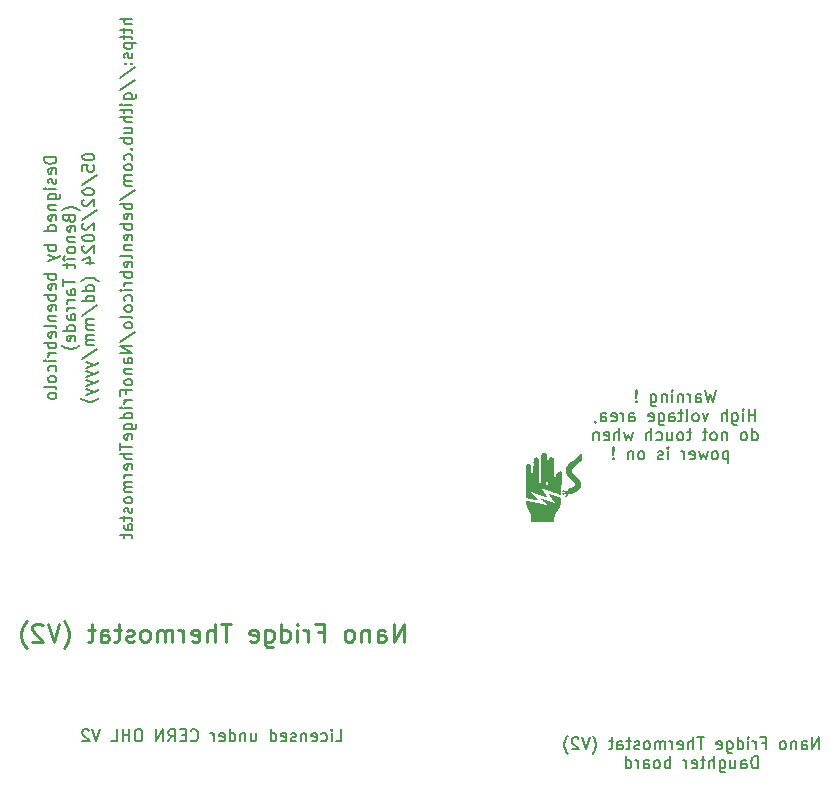
<source format=gbr>
%TF.GenerationSoftware,KiCad,Pcbnew,7.0.10*%
%TF.CreationDate,2024-02-07T09:44:58+01:00*%
%TF.ProjectId,NanoFridgeThermistat-board,4e616e6f-4672-4696-9467-65546865726d,rev?*%
%TF.SameCoordinates,Original*%
%TF.FileFunction,Legend,Bot*%
%TF.FilePolarity,Positive*%
%FSLAX46Y46*%
G04 Gerber Fmt 4.6, Leading zero omitted, Abs format (unit mm)*
G04 Created by KiCad (PCBNEW 7.0.10) date 2024-02-07 09:44:58*
%MOMM*%
%LPD*%
G01*
G04 APERTURE LIST*
%ADD10C,0.150000*%
%ADD11C,0.250000*%
G04 APERTURE END LIST*
D10*
X144755713Y-98179819D02*
X144517618Y-99179819D01*
X144517618Y-99179819D02*
X144327142Y-98465533D01*
X144327142Y-98465533D02*
X144136666Y-99179819D01*
X144136666Y-99179819D02*
X143898571Y-98179819D01*
X143089047Y-99179819D02*
X143089047Y-98656009D01*
X143089047Y-98656009D02*
X143136666Y-98560771D01*
X143136666Y-98560771D02*
X143231904Y-98513152D01*
X143231904Y-98513152D02*
X143422380Y-98513152D01*
X143422380Y-98513152D02*
X143517618Y-98560771D01*
X143089047Y-99132200D02*
X143184285Y-99179819D01*
X143184285Y-99179819D02*
X143422380Y-99179819D01*
X143422380Y-99179819D02*
X143517618Y-99132200D01*
X143517618Y-99132200D02*
X143565237Y-99036961D01*
X143565237Y-99036961D02*
X143565237Y-98941723D01*
X143565237Y-98941723D02*
X143517618Y-98846485D01*
X143517618Y-98846485D02*
X143422380Y-98798866D01*
X143422380Y-98798866D02*
X143184285Y-98798866D01*
X143184285Y-98798866D02*
X143089047Y-98751247D01*
X142612856Y-99179819D02*
X142612856Y-98513152D01*
X142612856Y-98703628D02*
X142565237Y-98608390D01*
X142565237Y-98608390D02*
X142517618Y-98560771D01*
X142517618Y-98560771D02*
X142422380Y-98513152D01*
X142422380Y-98513152D02*
X142327142Y-98513152D01*
X141993808Y-98513152D02*
X141993808Y-99179819D01*
X141993808Y-98608390D02*
X141946189Y-98560771D01*
X141946189Y-98560771D02*
X141850951Y-98513152D01*
X141850951Y-98513152D02*
X141708094Y-98513152D01*
X141708094Y-98513152D02*
X141612856Y-98560771D01*
X141612856Y-98560771D02*
X141565237Y-98656009D01*
X141565237Y-98656009D02*
X141565237Y-99179819D01*
X141089046Y-99179819D02*
X141089046Y-98513152D01*
X141089046Y-98179819D02*
X141136665Y-98227438D01*
X141136665Y-98227438D02*
X141089046Y-98275057D01*
X141089046Y-98275057D02*
X141041427Y-98227438D01*
X141041427Y-98227438D02*
X141089046Y-98179819D01*
X141089046Y-98179819D02*
X141089046Y-98275057D01*
X140612856Y-98513152D02*
X140612856Y-99179819D01*
X140612856Y-98608390D02*
X140565237Y-98560771D01*
X140565237Y-98560771D02*
X140469999Y-98513152D01*
X140469999Y-98513152D02*
X140327142Y-98513152D01*
X140327142Y-98513152D02*
X140231904Y-98560771D01*
X140231904Y-98560771D02*
X140184285Y-98656009D01*
X140184285Y-98656009D02*
X140184285Y-99179819D01*
X139279523Y-98513152D02*
X139279523Y-99322676D01*
X139279523Y-99322676D02*
X139327142Y-99417914D01*
X139327142Y-99417914D02*
X139374761Y-99465533D01*
X139374761Y-99465533D02*
X139469999Y-99513152D01*
X139469999Y-99513152D02*
X139612856Y-99513152D01*
X139612856Y-99513152D02*
X139708094Y-99465533D01*
X139279523Y-99132200D02*
X139374761Y-99179819D01*
X139374761Y-99179819D02*
X139565237Y-99179819D01*
X139565237Y-99179819D02*
X139660475Y-99132200D01*
X139660475Y-99132200D02*
X139708094Y-99084580D01*
X139708094Y-99084580D02*
X139755713Y-98989342D01*
X139755713Y-98989342D02*
X139755713Y-98703628D01*
X139755713Y-98703628D02*
X139708094Y-98608390D01*
X139708094Y-98608390D02*
X139660475Y-98560771D01*
X139660475Y-98560771D02*
X139565237Y-98513152D01*
X139565237Y-98513152D02*
X139374761Y-98513152D01*
X139374761Y-98513152D02*
X139279523Y-98560771D01*
X138041427Y-99084580D02*
X137993808Y-99132200D01*
X137993808Y-99132200D02*
X138041427Y-99179819D01*
X138041427Y-99179819D02*
X138089046Y-99132200D01*
X138089046Y-99132200D02*
X138041427Y-99084580D01*
X138041427Y-99084580D02*
X138041427Y-99179819D01*
X138041427Y-98798866D02*
X138089046Y-98227438D01*
X138089046Y-98227438D02*
X138041427Y-98179819D01*
X138041427Y-98179819D02*
X137993808Y-98227438D01*
X137993808Y-98227438D02*
X138041427Y-98798866D01*
X138041427Y-98798866D02*
X138041427Y-98179819D01*
X148136667Y-100789819D02*
X148136667Y-99789819D01*
X148136667Y-100266009D02*
X147565239Y-100266009D01*
X147565239Y-100789819D02*
X147565239Y-99789819D01*
X147089048Y-100789819D02*
X147089048Y-100123152D01*
X147089048Y-99789819D02*
X147136667Y-99837438D01*
X147136667Y-99837438D02*
X147089048Y-99885057D01*
X147089048Y-99885057D02*
X147041429Y-99837438D01*
X147041429Y-99837438D02*
X147089048Y-99789819D01*
X147089048Y-99789819D02*
X147089048Y-99885057D01*
X146184287Y-100123152D02*
X146184287Y-100932676D01*
X146184287Y-100932676D02*
X146231906Y-101027914D01*
X146231906Y-101027914D02*
X146279525Y-101075533D01*
X146279525Y-101075533D02*
X146374763Y-101123152D01*
X146374763Y-101123152D02*
X146517620Y-101123152D01*
X146517620Y-101123152D02*
X146612858Y-101075533D01*
X146184287Y-100742200D02*
X146279525Y-100789819D01*
X146279525Y-100789819D02*
X146470001Y-100789819D01*
X146470001Y-100789819D02*
X146565239Y-100742200D01*
X146565239Y-100742200D02*
X146612858Y-100694580D01*
X146612858Y-100694580D02*
X146660477Y-100599342D01*
X146660477Y-100599342D02*
X146660477Y-100313628D01*
X146660477Y-100313628D02*
X146612858Y-100218390D01*
X146612858Y-100218390D02*
X146565239Y-100170771D01*
X146565239Y-100170771D02*
X146470001Y-100123152D01*
X146470001Y-100123152D02*
X146279525Y-100123152D01*
X146279525Y-100123152D02*
X146184287Y-100170771D01*
X145708096Y-100789819D02*
X145708096Y-99789819D01*
X145279525Y-100789819D02*
X145279525Y-100266009D01*
X145279525Y-100266009D02*
X145327144Y-100170771D01*
X145327144Y-100170771D02*
X145422382Y-100123152D01*
X145422382Y-100123152D02*
X145565239Y-100123152D01*
X145565239Y-100123152D02*
X145660477Y-100170771D01*
X145660477Y-100170771D02*
X145708096Y-100218390D01*
X144136667Y-100123152D02*
X143898572Y-100789819D01*
X143898572Y-100789819D02*
X143660477Y-100123152D01*
X143136667Y-100789819D02*
X143231905Y-100742200D01*
X143231905Y-100742200D02*
X143279524Y-100694580D01*
X143279524Y-100694580D02*
X143327143Y-100599342D01*
X143327143Y-100599342D02*
X143327143Y-100313628D01*
X143327143Y-100313628D02*
X143279524Y-100218390D01*
X143279524Y-100218390D02*
X143231905Y-100170771D01*
X143231905Y-100170771D02*
X143136667Y-100123152D01*
X143136667Y-100123152D02*
X142993810Y-100123152D01*
X142993810Y-100123152D02*
X142898572Y-100170771D01*
X142898572Y-100170771D02*
X142850953Y-100218390D01*
X142850953Y-100218390D02*
X142803334Y-100313628D01*
X142803334Y-100313628D02*
X142803334Y-100599342D01*
X142803334Y-100599342D02*
X142850953Y-100694580D01*
X142850953Y-100694580D02*
X142898572Y-100742200D01*
X142898572Y-100742200D02*
X142993810Y-100789819D01*
X142993810Y-100789819D02*
X143136667Y-100789819D01*
X142231905Y-100789819D02*
X142327143Y-100742200D01*
X142327143Y-100742200D02*
X142374762Y-100646961D01*
X142374762Y-100646961D02*
X142374762Y-99789819D01*
X141993809Y-100123152D02*
X141612857Y-100123152D01*
X141850952Y-99789819D02*
X141850952Y-100646961D01*
X141850952Y-100646961D02*
X141803333Y-100742200D01*
X141803333Y-100742200D02*
X141708095Y-100789819D01*
X141708095Y-100789819D02*
X141612857Y-100789819D01*
X140850952Y-100789819D02*
X140850952Y-100266009D01*
X140850952Y-100266009D02*
X140898571Y-100170771D01*
X140898571Y-100170771D02*
X140993809Y-100123152D01*
X140993809Y-100123152D02*
X141184285Y-100123152D01*
X141184285Y-100123152D02*
X141279523Y-100170771D01*
X140850952Y-100742200D02*
X140946190Y-100789819D01*
X140946190Y-100789819D02*
X141184285Y-100789819D01*
X141184285Y-100789819D02*
X141279523Y-100742200D01*
X141279523Y-100742200D02*
X141327142Y-100646961D01*
X141327142Y-100646961D02*
X141327142Y-100551723D01*
X141327142Y-100551723D02*
X141279523Y-100456485D01*
X141279523Y-100456485D02*
X141184285Y-100408866D01*
X141184285Y-100408866D02*
X140946190Y-100408866D01*
X140946190Y-100408866D02*
X140850952Y-100361247D01*
X139946190Y-100123152D02*
X139946190Y-100932676D01*
X139946190Y-100932676D02*
X139993809Y-101027914D01*
X139993809Y-101027914D02*
X140041428Y-101075533D01*
X140041428Y-101075533D02*
X140136666Y-101123152D01*
X140136666Y-101123152D02*
X140279523Y-101123152D01*
X140279523Y-101123152D02*
X140374761Y-101075533D01*
X139946190Y-100742200D02*
X140041428Y-100789819D01*
X140041428Y-100789819D02*
X140231904Y-100789819D01*
X140231904Y-100789819D02*
X140327142Y-100742200D01*
X140327142Y-100742200D02*
X140374761Y-100694580D01*
X140374761Y-100694580D02*
X140422380Y-100599342D01*
X140422380Y-100599342D02*
X140422380Y-100313628D01*
X140422380Y-100313628D02*
X140374761Y-100218390D01*
X140374761Y-100218390D02*
X140327142Y-100170771D01*
X140327142Y-100170771D02*
X140231904Y-100123152D01*
X140231904Y-100123152D02*
X140041428Y-100123152D01*
X140041428Y-100123152D02*
X139946190Y-100170771D01*
X139089047Y-100742200D02*
X139184285Y-100789819D01*
X139184285Y-100789819D02*
X139374761Y-100789819D01*
X139374761Y-100789819D02*
X139469999Y-100742200D01*
X139469999Y-100742200D02*
X139517618Y-100646961D01*
X139517618Y-100646961D02*
X139517618Y-100266009D01*
X139517618Y-100266009D02*
X139469999Y-100170771D01*
X139469999Y-100170771D02*
X139374761Y-100123152D01*
X139374761Y-100123152D02*
X139184285Y-100123152D01*
X139184285Y-100123152D02*
X139089047Y-100170771D01*
X139089047Y-100170771D02*
X139041428Y-100266009D01*
X139041428Y-100266009D02*
X139041428Y-100361247D01*
X139041428Y-100361247D02*
X139517618Y-100456485D01*
X137422380Y-100789819D02*
X137422380Y-100266009D01*
X137422380Y-100266009D02*
X137469999Y-100170771D01*
X137469999Y-100170771D02*
X137565237Y-100123152D01*
X137565237Y-100123152D02*
X137755713Y-100123152D01*
X137755713Y-100123152D02*
X137850951Y-100170771D01*
X137422380Y-100742200D02*
X137517618Y-100789819D01*
X137517618Y-100789819D02*
X137755713Y-100789819D01*
X137755713Y-100789819D02*
X137850951Y-100742200D01*
X137850951Y-100742200D02*
X137898570Y-100646961D01*
X137898570Y-100646961D02*
X137898570Y-100551723D01*
X137898570Y-100551723D02*
X137850951Y-100456485D01*
X137850951Y-100456485D02*
X137755713Y-100408866D01*
X137755713Y-100408866D02*
X137517618Y-100408866D01*
X137517618Y-100408866D02*
X137422380Y-100361247D01*
X136946189Y-100789819D02*
X136946189Y-100123152D01*
X136946189Y-100313628D02*
X136898570Y-100218390D01*
X136898570Y-100218390D02*
X136850951Y-100170771D01*
X136850951Y-100170771D02*
X136755713Y-100123152D01*
X136755713Y-100123152D02*
X136660475Y-100123152D01*
X135946189Y-100742200D02*
X136041427Y-100789819D01*
X136041427Y-100789819D02*
X136231903Y-100789819D01*
X136231903Y-100789819D02*
X136327141Y-100742200D01*
X136327141Y-100742200D02*
X136374760Y-100646961D01*
X136374760Y-100646961D02*
X136374760Y-100266009D01*
X136374760Y-100266009D02*
X136327141Y-100170771D01*
X136327141Y-100170771D02*
X136231903Y-100123152D01*
X136231903Y-100123152D02*
X136041427Y-100123152D01*
X136041427Y-100123152D02*
X135946189Y-100170771D01*
X135946189Y-100170771D02*
X135898570Y-100266009D01*
X135898570Y-100266009D02*
X135898570Y-100361247D01*
X135898570Y-100361247D02*
X136374760Y-100456485D01*
X135041427Y-100789819D02*
X135041427Y-100266009D01*
X135041427Y-100266009D02*
X135089046Y-100170771D01*
X135089046Y-100170771D02*
X135184284Y-100123152D01*
X135184284Y-100123152D02*
X135374760Y-100123152D01*
X135374760Y-100123152D02*
X135469998Y-100170771D01*
X135041427Y-100742200D02*
X135136665Y-100789819D01*
X135136665Y-100789819D02*
X135374760Y-100789819D01*
X135374760Y-100789819D02*
X135469998Y-100742200D01*
X135469998Y-100742200D02*
X135517617Y-100646961D01*
X135517617Y-100646961D02*
X135517617Y-100551723D01*
X135517617Y-100551723D02*
X135469998Y-100456485D01*
X135469998Y-100456485D02*
X135374760Y-100408866D01*
X135374760Y-100408866D02*
X135136665Y-100408866D01*
X135136665Y-100408866D02*
X135041427Y-100361247D01*
X134517617Y-100742200D02*
X134517617Y-100789819D01*
X134517617Y-100789819D02*
X134565236Y-100885057D01*
X134565236Y-100885057D02*
X134612855Y-100932676D01*
X147850953Y-102399819D02*
X147850953Y-101399819D01*
X147850953Y-102352200D02*
X147946191Y-102399819D01*
X147946191Y-102399819D02*
X148136667Y-102399819D01*
X148136667Y-102399819D02*
X148231905Y-102352200D01*
X148231905Y-102352200D02*
X148279524Y-102304580D01*
X148279524Y-102304580D02*
X148327143Y-102209342D01*
X148327143Y-102209342D02*
X148327143Y-101923628D01*
X148327143Y-101923628D02*
X148279524Y-101828390D01*
X148279524Y-101828390D02*
X148231905Y-101780771D01*
X148231905Y-101780771D02*
X148136667Y-101733152D01*
X148136667Y-101733152D02*
X147946191Y-101733152D01*
X147946191Y-101733152D02*
X147850953Y-101780771D01*
X147231905Y-102399819D02*
X147327143Y-102352200D01*
X147327143Y-102352200D02*
X147374762Y-102304580D01*
X147374762Y-102304580D02*
X147422381Y-102209342D01*
X147422381Y-102209342D02*
X147422381Y-101923628D01*
X147422381Y-101923628D02*
X147374762Y-101828390D01*
X147374762Y-101828390D02*
X147327143Y-101780771D01*
X147327143Y-101780771D02*
X147231905Y-101733152D01*
X147231905Y-101733152D02*
X147089048Y-101733152D01*
X147089048Y-101733152D02*
X146993810Y-101780771D01*
X146993810Y-101780771D02*
X146946191Y-101828390D01*
X146946191Y-101828390D02*
X146898572Y-101923628D01*
X146898572Y-101923628D02*
X146898572Y-102209342D01*
X146898572Y-102209342D02*
X146946191Y-102304580D01*
X146946191Y-102304580D02*
X146993810Y-102352200D01*
X146993810Y-102352200D02*
X147089048Y-102399819D01*
X147089048Y-102399819D02*
X147231905Y-102399819D01*
X145708095Y-101733152D02*
X145708095Y-102399819D01*
X145708095Y-101828390D02*
X145660476Y-101780771D01*
X145660476Y-101780771D02*
X145565238Y-101733152D01*
X145565238Y-101733152D02*
X145422381Y-101733152D01*
X145422381Y-101733152D02*
X145327143Y-101780771D01*
X145327143Y-101780771D02*
X145279524Y-101876009D01*
X145279524Y-101876009D02*
X145279524Y-102399819D01*
X144660476Y-102399819D02*
X144755714Y-102352200D01*
X144755714Y-102352200D02*
X144803333Y-102304580D01*
X144803333Y-102304580D02*
X144850952Y-102209342D01*
X144850952Y-102209342D02*
X144850952Y-101923628D01*
X144850952Y-101923628D02*
X144803333Y-101828390D01*
X144803333Y-101828390D02*
X144755714Y-101780771D01*
X144755714Y-101780771D02*
X144660476Y-101733152D01*
X144660476Y-101733152D02*
X144517619Y-101733152D01*
X144517619Y-101733152D02*
X144422381Y-101780771D01*
X144422381Y-101780771D02*
X144374762Y-101828390D01*
X144374762Y-101828390D02*
X144327143Y-101923628D01*
X144327143Y-101923628D02*
X144327143Y-102209342D01*
X144327143Y-102209342D02*
X144374762Y-102304580D01*
X144374762Y-102304580D02*
X144422381Y-102352200D01*
X144422381Y-102352200D02*
X144517619Y-102399819D01*
X144517619Y-102399819D02*
X144660476Y-102399819D01*
X144041428Y-101733152D02*
X143660476Y-101733152D01*
X143898571Y-101399819D02*
X143898571Y-102256961D01*
X143898571Y-102256961D02*
X143850952Y-102352200D01*
X143850952Y-102352200D02*
X143755714Y-102399819D01*
X143755714Y-102399819D02*
X143660476Y-102399819D01*
X142708094Y-101733152D02*
X142327142Y-101733152D01*
X142565237Y-101399819D02*
X142565237Y-102256961D01*
X142565237Y-102256961D02*
X142517618Y-102352200D01*
X142517618Y-102352200D02*
X142422380Y-102399819D01*
X142422380Y-102399819D02*
X142327142Y-102399819D01*
X141850951Y-102399819D02*
X141946189Y-102352200D01*
X141946189Y-102352200D02*
X141993808Y-102304580D01*
X141993808Y-102304580D02*
X142041427Y-102209342D01*
X142041427Y-102209342D02*
X142041427Y-101923628D01*
X142041427Y-101923628D02*
X141993808Y-101828390D01*
X141993808Y-101828390D02*
X141946189Y-101780771D01*
X141946189Y-101780771D02*
X141850951Y-101733152D01*
X141850951Y-101733152D02*
X141708094Y-101733152D01*
X141708094Y-101733152D02*
X141612856Y-101780771D01*
X141612856Y-101780771D02*
X141565237Y-101828390D01*
X141565237Y-101828390D02*
X141517618Y-101923628D01*
X141517618Y-101923628D02*
X141517618Y-102209342D01*
X141517618Y-102209342D02*
X141565237Y-102304580D01*
X141565237Y-102304580D02*
X141612856Y-102352200D01*
X141612856Y-102352200D02*
X141708094Y-102399819D01*
X141708094Y-102399819D02*
X141850951Y-102399819D01*
X140660475Y-101733152D02*
X140660475Y-102399819D01*
X141089046Y-101733152D02*
X141089046Y-102256961D01*
X141089046Y-102256961D02*
X141041427Y-102352200D01*
X141041427Y-102352200D02*
X140946189Y-102399819D01*
X140946189Y-102399819D02*
X140803332Y-102399819D01*
X140803332Y-102399819D02*
X140708094Y-102352200D01*
X140708094Y-102352200D02*
X140660475Y-102304580D01*
X139755713Y-102352200D02*
X139850951Y-102399819D01*
X139850951Y-102399819D02*
X140041427Y-102399819D01*
X140041427Y-102399819D02*
X140136665Y-102352200D01*
X140136665Y-102352200D02*
X140184284Y-102304580D01*
X140184284Y-102304580D02*
X140231903Y-102209342D01*
X140231903Y-102209342D02*
X140231903Y-101923628D01*
X140231903Y-101923628D02*
X140184284Y-101828390D01*
X140184284Y-101828390D02*
X140136665Y-101780771D01*
X140136665Y-101780771D02*
X140041427Y-101733152D01*
X140041427Y-101733152D02*
X139850951Y-101733152D01*
X139850951Y-101733152D02*
X139755713Y-101780771D01*
X139327141Y-102399819D02*
X139327141Y-101399819D01*
X138898570Y-102399819D02*
X138898570Y-101876009D01*
X138898570Y-101876009D02*
X138946189Y-101780771D01*
X138946189Y-101780771D02*
X139041427Y-101733152D01*
X139041427Y-101733152D02*
X139184284Y-101733152D01*
X139184284Y-101733152D02*
X139279522Y-101780771D01*
X139279522Y-101780771D02*
X139327141Y-101828390D01*
X137755712Y-101733152D02*
X137565236Y-102399819D01*
X137565236Y-102399819D02*
X137374760Y-101923628D01*
X137374760Y-101923628D02*
X137184284Y-102399819D01*
X137184284Y-102399819D02*
X136993808Y-101733152D01*
X136612855Y-102399819D02*
X136612855Y-101399819D01*
X136184284Y-102399819D02*
X136184284Y-101876009D01*
X136184284Y-101876009D02*
X136231903Y-101780771D01*
X136231903Y-101780771D02*
X136327141Y-101733152D01*
X136327141Y-101733152D02*
X136469998Y-101733152D01*
X136469998Y-101733152D02*
X136565236Y-101780771D01*
X136565236Y-101780771D02*
X136612855Y-101828390D01*
X135327141Y-102352200D02*
X135422379Y-102399819D01*
X135422379Y-102399819D02*
X135612855Y-102399819D01*
X135612855Y-102399819D02*
X135708093Y-102352200D01*
X135708093Y-102352200D02*
X135755712Y-102256961D01*
X135755712Y-102256961D02*
X135755712Y-101876009D01*
X135755712Y-101876009D02*
X135708093Y-101780771D01*
X135708093Y-101780771D02*
X135612855Y-101733152D01*
X135612855Y-101733152D02*
X135422379Y-101733152D01*
X135422379Y-101733152D02*
X135327141Y-101780771D01*
X135327141Y-101780771D02*
X135279522Y-101876009D01*
X135279522Y-101876009D02*
X135279522Y-101971247D01*
X135279522Y-101971247D02*
X135755712Y-102066485D01*
X134850950Y-101733152D02*
X134850950Y-102399819D01*
X134850950Y-101828390D02*
X134803331Y-101780771D01*
X134803331Y-101780771D02*
X134708093Y-101733152D01*
X134708093Y-101733152D02*
X134565236Y-101733152D01*
X134565236Y-101733152D02*
X134469998Y-101780771D01*
X134469998Y-101780771D02*
X134422379Y-101876009D01*
X134422379Y-101876009D02*
X134422379Y-102399819D01*
X145827142Y-103343152D02*
X145827142Y-104343152D01*
X145827142Y-103390771D02*
X145731904Y-103343152D01*
X145731904Y-103343152D02*
X145541428Y-103343152D01*
X145541428Y-103343152D02*
X145446190Y-103390771D01*
X145446190Y-103390771D02*
X145398571Y-103438390D01*
X145398571Y-103438390D02*
X145350952Y-103533628D01*
X145350952Y-103533628D02*
X145350952Y-103819342D01*
X145350952Y-103819342D02*
X145398571Y-103914580D01*
X145398571Y-103914580D02*
X145446190Y-103962200D01*
X145446190Y-103962200D02*
X145541428Y-104009819D01*
X145541428Y-104009819D02*
X145731904Y-104009819D01*
X145731904Y-104009819D02*
X145827142Y-103962200D01*
X144779523Y-104009819D02*
X144874761Y-103962200D01*
X144874761Y-103962200D02*
X144922380Y-103914580D01*
X144922380Y-103914580D02*
X144969999Y-103819342D01*
X144969999Y-103819342D02*
X144969999Y-103533628D01*
X144969999Y-103533628D02*
X144922380Y-103438390D01*
X144922380Y-103438390D02*
X144874761Y-103390771D01*
X144874761Y-103390771D02*
X144779523Y-103343152D01*
X144779523Y-103343152D02*
X144636666Y-103343152D01*
X144636666Y-103343152D02*
X144541428Y-103390771D01*
X144541428Y-103390771D02*
X144493809Y-103438390D01*
X144493809Y-103438390D02*
X144446190Y-103533628D01*
X144446190Y-103533628D02*
X144446190Y-103819342D01*
X144446190Y-103819342D02*
X144493809Y-103914580D01*
X144493809Y-103914580D02*
X144541428Y-103962200D01*
X144541428Y-103962200D02*
X144636666Y-104009819D01*
X144636666Y-104009819D02*
X144779523Y-104009819D01*
X144112856Y-103343152D02*
X143922380Y-104009819D01*
X143922380Y-104009819D02*
X143731904Y-103533628D01*
X143731904Y-103533628D02*
X143541428Y-104009819D01*
X143541428Y-104009819D02*
X143350952Y-103343152D01*
X142589047Y-103962200D02*
X142684285Y-104009819D01*
X142684285Y-104009819D02*
X142874761Y-104009819D01*
X142874761Y-104009819D02*
X142969999Y-103962200D01*
X142969999Y-103962200D02*
X143017618Y-103866961D01*
X143017618Y-103866961D02*
X143017618Y-103486009D01*
X143017618Y-103486009D02*
X142969999Y-103390771D01*
X142969999Y-103390771D02*
X142874761Y-103343152D01*
X142874761Y-103343152D02*
X142684285Y-103343152D01*
X142684285Y-103343152D02*
X142589047Y-103390771D01*
X142589047Y-103390771D02*
X142541428Y-103486009D01*
X142541428Y-103486009D02*
X142541428Y-103581247D01*
X142541428Y-103581247D02*
X143017618Y-103676485D01*
X142112856Y-104009819D02*
X142112856Y-103343152D01*
X142112856Y-103533628D02*
X142065237Y-103438390D01*
X142065237Y-103438390D02*
X142017618Y-103390771D01*
X142017618Y-103390771D02*
X141922380Y-103343152D01*
X141922380Y-103343152D02*
X141827142Y-103343152D01*
X140731903Y-104009819D02*
X140731903Y-103343152D01*
X140731903Y-103009819D02*
X140779522Y-103057438D01*
X140779522Y-103057438D02*
X140731903Y-103105057D01*
X140731903Y-103105057D02*
X140684284Y-103057438D01*
X140684284Y-103057438D02*
X140731903Y-103009819D01*
X140731903Y-103009819D02*
X140731903Y-103105057D01*
X140303332Y-103962200D02*
X140208094Y-104009819D01*
X140208094Y-104009819D02*
X140017618Y-104009819D01*
X140017618Y-104009819D02*
X139922380Y-103962200D01*
X139922380Y-103962200D02*
X139874761Y-103866961D01*
X139874761Y-103866961D02*
X139874761Y-103819342D01*
X139874761Y-103819342D02*
X139922380Y-103724104D01*
X139922380Y-103724104D02*
X140017618Y-103676485D01*
X140017618Y-103676485D02*
X140160475Y-103676485D01*
X140160475Y-103676485D02*
X140255713Y-103628866D01*
X140255713Y-103628866D02*
X140303332Y-103533628D01*
X140303332Y-103533628D02*
X140303332Y-103486009D01*
X140303332Y-103486009D02*
X140255713Y-103390771D01*
X140255713Y-103390771D02*
X140160475Y-103343152D01*
X140160475Y-103343152D02*
X140017618Y-103343152D01*
X140017618Y-103343152D02*
X139922380Y-103390771D01*
X138541427Y-104009819D02*
X138636665Y-103962200D01*
X138636665Y-103962200D02*
X138684284Y-103914580D01*
X138684284Y-103914580D02*
X138731903Y-103819342D01*
X138731903Y-103819342D02*
X138731903Y-103533628D01*
X138731903Y-103533628D02*
X138684284Y-103438390D01*
X138684284Y-103438390D02*
X138636665Y-103390771D01*
X138636665Y-103390771D02*
X138541427Y-103343152D01*
X138541427Y-103343152D02*
X138398570Y-103343152D01*
X138398570Y-103343152D02*
X138303332Y-103390771D01*
X138303332Y-103390771D02*
X138255713Y-103438390D01*
X138255713Y-103438390D02*
X138208094Y-103533628D01*
X138208094Y-103533628D02*
X138208094Y-103819342D01*
X138208094Y-103819342D02*
X138255713Y-103914580D01*
X138255713Y-103914580D02*
X138303332Y-103962200D01*
X138303332Y-103962200D02*
X138398570Y-104009819D01*
X138398570Y-104009819D02*
X138541427Y-104009819D01*
X137779522Y-103343152D02*
X137779522Y-104009819D01*
X137779522Y-103438390D02*
X137731903Y-103390771D01*
X137731903Y-103390771D02*
X137636665Y-103343152D01*
X137636665Y-103343152D02*
X137493808Y-103343152D01*
X137493808Y-103343152D02*
X137398570Y-103390771D01*
X137398570Y-103390771D02*
X137350951Y-103486009D01*
X137350951Y-103486009D02*
X137350951Y-104009819D01*
X136112855Y-103914580D02*
X136065236Y-103962200D01*
X136065236Y-103962200D02*
X136112855Y-104009819D01*
X136112855Y-104009819D02*
X136160474Y-103962200D01*
X136160474Y-103962200D02*
X136112855Y-103914580D01*
X136112855Y-103914580D02*
X136112855Y-104009819D01*
X136112855Y-103628866D02*
X136160474Y-103057438D01*
X136160474Y-103057438D02*
X136112855Y-103009819D01*
X136112855Y-103009819D02*
X136065236Y-103057438D01*
X136065236Y-103057438D02*
X136112855Y-103628866D01*
X136112855Y-103628866D02*
X136112855Y-103009819D01*
X112610508Y-127885819D02*
X113086698Y-127885819D01*
X113086698Y-127885819D02*
X113086698Y-126885819D01*
X112277174Y-127885819D02*
X112277174Y-127219152D01*
X112277174Y-126885819D02*
X112324793Y-126933438D01*
X112324793Y-126933438D02*
X112277174Y-126981057D01*
X112277174Y-126981057D02*
X112229555Y-126933438D01*
X112229555Y-126933438D02*
X112277174Y-126885819D01*
X112277174Y-126885819D02*
X112277174Y-126981057D01*
X111372413Y-127838200D02*
X111467651Y-127885819D01*
X111467651Y-127885819D02*
X111658127Y-127885819D01*
X111658127Y-127885819D02*
X111753365Y-127838200D01*
X111753365Y-127838200D02*
X111800984Y-127790580D01*
X111800984Y-127790580D02*
X111848603Y-127695342D01*
X111848603Y-127695342D02*
X111848603Y-127409628D01*
X111848603Y-127409628D02*
X111800984Y-127314390D01*
X111800984Y-127314390D02*
X111753365Y-127266771D01*
X111753365Y-127266771D02*
X111658127Y-127219152D01*
X111658127Y-127219152D02*
X111467651Y-127219152D01*
X111467651Y-127219152D02*
X111372413Y-127266771D01*
X110562889Y-127838200D02*
X110658127Y-127885819D01*
X110658127Y-127885819D02*
X110848603Y-127885819D01*
X110848603Y-127885819D02*
X110943841Y-127838200D01*
X110943841Y-127838200D02*
X110991460Y-127742961D01*
X110991460Y-127742961D02*
X110991460Y-127362009D01*
X110991460Y-127362009D02*
X110943841Y-127266771D01*
X110943841Y-127266771D02*
X110848603Y-127219152D01*
X110848603Y-127219152D02*
X110658127Y-127219152D01*
X110658127Y-127219152D02*
X110562889Y-127266771D01*
X110562889Y-127266771D02*
X110515270Y-127362009D01*
X110515270Y-127362009D02*
X110515270Y-127457247D01*
X110515270Y-127457247D02*
X110991460Y-127552485D01*
X110086698Y-127219152D02*
X110086698Y-127885819D01*
X110086698Y-127314390D02*
X110039079Y-127266771D01*
X110039079Y-127266771D02*
X109943841Y-127219152D01*
X109943841Y-127219152D02*
X109800984Y-127219152D01*
X109800984Y-127219152D02*
X109705746Y-127266771D01*
X109705746Y-127266771D02*
X109658127Y-127362009D01*
X109658127Y-127362009D02*
X109658127Y-127885819D01*
X109229555Y-127838200D02*
X109134317Y-127885819D01*
X109134317Y-127885819D02*
X108943841Y-127885819D01*
X108943841Y-127885819D02*
X108848603Y-127838200D01*
X108848603Y-127838200D02*
X108800984Y-127742961D01*
X108800984Y-127742961D02*
X108800984Y-127695342D01*
X108800984Y-127695342D02*
X108848603Y-127600104D01*
X108848603Y-127600104D02*
X108943841Y-127552485D01*
X108943841Y-127552485D02*
X109086698Y-127552485D01*
X109086698Y-127552485D02*
X109181936Y-127504866D01*
X109181936Y-127504866D02*
X109229555Y-127409628D01*
X109229555Y-127409628D02*
X109229555Y-127362009D01*
X109229555Y-127362009D02*
X109181936Y-127266771D01*
X109181936Y-127266771D02*
X109086698Y-127219152D01*
X109086698Y-127219152D02*
X108943841Y-127219152D01*
X108943841Y-127219152D02*
X108848603Y-127266771D01*
X107991460Y-127838200D02*
X108086698Y-127885819D01*
X108086698Y-127885819D02*
X108277174Y-127885819D01*
X108277174Y-127885819D02*
X108372412Y-127838200D01*
X108372412Y-127838200D02*
X108420031Y-127742961D01*
X108420031Y-127742961D02*
X108420031Y-127362009D01*
X108420031Y-127362009D02*
X108372412Y-127266771D01*
X108372412Y-127266771D02*
X108277174Y-127219152D01*
X108277174Y-127219152D02*
X108086698Y-127219152D01*
X108086698Y-127219152D02*
X107991460Y-127266771D01*
X107991460Y-127266771D02*
X107943841Y-127362009D01*
X107943841Y-127362009D02*
X107943841Y-127457247D01*
X107943841Y-127457247D02*
X108420031Y-127552485D01*
X107086698Y-127885819D02*
X107086698Y-126885819D01*
X107086698Y-127838200D02*
X107181936Y-127885819D01*
X107181936Y-127885819D02*
X107372412Y-127885819D01*
X107372412Y-127885819D02*
X107467650Y-127838200D01*
X107467650Y-127838200D02*
X107515269Y-127790580D01*
X107515269Y-127790580D02*
X107562888Y-127695342D01*
X107562888Y-127695342D02*
X107562888Y-127409628D01*
X107562888Y-127409628D02*
X107515269Y-127314390D01*
X107515269Y-127314390D02*
X107467650Y-127266771D01*
X107467650Y-127266771D02*
X107372412Y-127219152D01*
X107372412Y-127219152D02*
X107181936Y-127219152D01*
X107181936Y-127219152D02*
X107086698Y-127266771D01*
X105420031Y-127219152D02*
X105420031Y-127885819D01*
X105848602Y-127219152D02*
X105848602Y-127742961D01*
X105848602Y-127742961D02*
X105800983Y-127838200D01*
X105800983Y-127838200D02*
X105705745Y-127885819D01*
X105705745Y-127885819D02*
X105562888Y-127885819D01*
X105562888Y-127885819D02*
X105467650Y-127838200D01*
X105467650Y-127838200D02*
X105420031Y-127790580D01*
X104943840Y-127219152D02*
X104943840Y-127885819D01*
X104943840Y-127314390D02*
X104896221Y-127266771D01*
X104896221Y-127266771D02*
X104800983Y-127219152D01*
X104800983Y-127219152D02*
X104658126Y-127219152D01*
X104658126Y-127219152D02*
X104562888Y-127266771D01*
X104562888Y-127266771D02*
X104515269Y-127362009D01*
X104515269Y-127362009D02*
X104515269Y-127885819D01*
X103610507Y-127885819D02*
X103610507Y-126885819D01*
X103610507Y-127838200D02*
X103705745Y-127885819D01*
X103705745Y-127885819D02*
X103896221Y-127885819D01*
X103896221Y-127885819D02*
X103991459Y-127838200D01*
X103991459Y-127838200D02*
X104039078Y-127790580D01*
X104039078Y-127790580D02*
X104086697Y-127695342D01*
X104086697Y-127695342D02*
X104086697Y-127409628D01*
X104086697Y-127409628D02*
X104039078Y-127314390D01*
X104039078Y-127314390D02*
X103991459Y-127266771D01*
X103991459Y-127266771D02*
X103896221Y-127219152D01*
X103896221Y-127219152D02*
X103705745Y-127219152D01*
X103705745Y-127219152D02*
X103610507Y-127266771D01*
X102753364Y-127838200D02*
X102848602Y-127885819D01*
X102848602Y-127885819D02*
X103039078Y-127885819D01*
X103039078Y-127885819D02*
X103134316Y-127838200D01*
X103134316Y-127838200D02*
X103181935Y-127742961D01*
X103181935Y-127742961D02*
X103181935Y-127362009D01*
X103181935Y-127362009D02*
X103134316Y-127266771D01*
X103134316Y-127266771D02*
X103039078Y-127219152D01*
X103039078Y-127219152D02*
X102848602Y-127219152D01*
X102848602Y-127219152D02*
X102753364Y-127266771D01*
X102753364Y-127266771D02*
X102705745Y-127362009D01*
X102705745Y-127362009D02*
X102705745Y-127457247D01*
X102705745Y-127457247D02*
X103181935Y-127552485D01*
X102277173Y-127885819D02*
X102277173Y-127219152D01*
X102277173Y-127409628D02*
X102229554Y-127314390D01*
X102229554Y-127314390D02*
X102181935Y-127266771D01*
X102181935Y-127266771D02*
X102086697Y-127219152D01*
X102086697Y-127219152D02*
X101991459Y-127219152D01*
X100324792Y-127790580D02*
X100372411Y-127838200D01*
X100372411Y-127838200D02*
X100515268Y-127885819D01*
X100515268Y-127885819D02*
X100610506Y-127885819D01*
X100610506Y-127885819D02*
X100753363Y-127838200D01*
X100753363Y-127838200D02*
X100848601Y-127742961D01*
X100848601Y-127742961D02*
X100896220Y-127647723D01*
X100896220Y-127647723D02*
X100943839Y-127457247D01*
X100943839Y-127457247D02*
X100943839Y-127314390D01*
X100943839Y-127314390D02*
X100896220Y-127123914D01*
X100896220Y-127123914D02*
X100848601Y-127028676D01*
X100848601Y-127028676D02*
X100753363Y-126933438D01*
X100753363Y-126933438D02*
X100610506Y-126885819D01*
X100610506Y-126885819D02*
X100515268Y-126885819D01*
X100515268Y-126885819D02*
X100372411Y-126933438D01*
X100372411Y-126933438D02*
X100324792Y-126981057D01*
X99896220Y-127362009D02*
X99562887Y-127362009D01*
X99420030Y-127885819D02*
X99896220Y-127885819D01*
X99896220Y-127885819D02*
X99896220Y-126885819D01*
X99896220Y-126885819D02*
X99420030Y-126885819D01*
X98420030Y-127885819D02*
X98753363Y-127409628D01*
X98991458Y-127885819D02*
X98991458Y-126885819D01*
X98991458Y-126885819D02*
X98610506Y-126885819D01*
X98610506Y-126885819D02*
X98515268Y-126933438D01*
X98515268Y-126933438D02*
X98467649Y-126981057D01*
X98467649Y-126981057D02*
X98420030Y-127076295D01*
X98420030Y-127076295D02*
X98420030Y-127219152D01*
X98420030Y-127219152D02*
X98467649Y-127314390D01*
X98467649Y-127314390D02*
X98515268Y-127362009D01*
X98515268Y-127362009D02*
X98610506Y-127409628D01*
X98610506Y-127409628D02*
X98991458Y-127409628D01*
X97991458Y-127885819D02*
X97991458Y-126885819D01*
X97991458Y-126885819D02*
X97420030Y-127885819D01*
X97420030Y-127885819D02*
X97420030Y-126885819D01*
X95991458Y-126885819D02*
X95800982Y-126885819D01*
X95800982Y-126885819D02*
X95705744Y-126933438D01*
X95705744Y-126933438D02*
X95610506Y-127028676D01*
X95610506Y-127028676D02*
X95562887Y-127219152D01*
X95562887Y-127219152D02*
X95562887Y-127552485D01*
X95562887Y-127552485D02*
X95610506Y-127742961D01*
X95610506Y-127742961D02*
X95705744Y-127838200D01*
X95705744Y-127838200D02*
X95800982Y-127885819D01*
X95800982Y-127885819D02*
X95991458Y-127885819D01*
X95991458Y-127885819D02*
X96086696Y-127838200D01*
X96086696Y-127838200D02*
X96181934Y-127742961D01*
X96181934Y-127742961D02*
X96229553Y-127552485D01*
X96229553Y-127552485D02*
X96229553Y-127219152D01*
X96229553Y-127219152D02*
X96181934Y-127028676D01*
X96181934Y-127028676D02*
X96086696Y-126933438D01*
X96086696Y-126933438D02*
X95991458Y-126885819D01*
X95134315Y-127885819D02*
X95134315Y-126885819D01*
X95134315Y-127362009D02*
X94562887Y-127362009D01*
X94562887Y-127885819D02*
X94562887Y-126885819D01*
X93610506Y-127885819D02*
X94086696Y-127885819D01*
X94086696Y-127885819D02*
X94086696Y-126885819D01*
X92658124Y-126885819D02*
X92324791Y-127885819D01*
X92324791Y-127885819D02*
X91991458Y-126885819D01*
X91705743Y-126981057D02*
X91658124Y-126933438D01*
X91658124Y-126933438D02*
X91562886Y-126885819D01*
X91562886Y-126885819D02*
X91324791Y-126885819D01*
X91324791Y-126885819D02*
X91229553Y-126933438D01*
X91229553Y-126933438D02*
X91181934Y-126981057D01*
X91181934Y-126981057D02*
X91134315Y-127076295D01*
X91134315Y-127076295D02*
X91134315Y-127171533D01*
X91134315Y-127171533D02*
X91181934Y-127314390D01*
X91181934Y-127314390D02*
X91753362Y-127885819D01*
X91753362Y-127885819D02*
X91134315Y-127885819D01*
D11*
X118350384Y-119437428D02*
X118350384Y-117937428D01*
X118350384Y-117937428D02*
X117493241Y-119437428D01*
X117493241Y-119437428D02*
X117493241Y-117937428D01*
X116136098Y-119437428D02*
X116136098Y-118651714D01*
X116136098Y-118651714D02*
X116207526Y-118508857D01*
X116207526Y-118508857D02*
X116350383Y-118437428D01*
X116350383Y-118437428D02*
X116636098Y-118437428D01*
X116636098Y-118437428D02*
X116778955Y-118508857D01*
X116136098Y-119366000D02*
X116278955Y-119437428D01*
X116278955Y-119437428D02*
X116636098Y-119437428D01*
X116636098Y-119437428D02*
X116778955Y-119366000D01*
X116778955Y-119366000D02*
X116850383Y-119223142D01*
X116850383Y-119223142D02*
X116850383Y-119080285D01*
X116850383Y-119080285D02*
X116778955Y-118937428D01*
X116778955Y-118937428D02*
X116636098Y-118866000D01*
X116636098Y-118866000D02*
X116278955Y-118866000D01*
X116278955Y-118866000D02*
X116136098Y-118794571D01*
X115421812Y-118437428D02*
X115421812Y-119437428D01*
X115421812Y-118580285D02*
X115350383Y-118508857D01*
X115350383Y-118508857D02*
X115207526Y-118437428D01*
X115207526Y-118437428D02*
X114993240Y-118437428D01*
X114993240Y-118437428D02*
X114850383Y-118508857D01*
X114850383Y-118508857D02*
X114778955Y-118651714D01*
X114778955Y-118651714D02*
X114778955Y-119437428D01*
X113850383Y-119437428D02*
X113993240Y-119366000D01*
X113993240Y-119366000D02*
X114064669Y-119294571D01*
X114064669Y-119294571D02*
X114136097Y-119151714D01*
X114136097Y-119151714D02*
X114136097Y-118723142D01*
X114136097Y-118723142D02*
X114064669Y-118580285D01*
X114064669Y-118580285D02*
X113993240Y-118508857D01*
X113993240Y-118508857D02*
X113850383Y-118437428D01*
X113850383Y-118437428D02*
X113636097Y-118437428D01*
X113636097Y-118437428D02*
X113493240Y-118508857D01*
X113493240Y-118508857D02*
X113421812Y-118580285D01*
X113421812Y-118580285D02*
X113350383Y-118723142D01*
X113350383Y-118723142D02*
X113350383Y-119151714D01*
X113350383Y-119151714D02*
X113421812Y-119294571D01*
X113421812Y-119294571D02*
X113493240Y-119366000D01*
X113493240Y-119366000D02*
X113636097Y-119437428D01*
X113636097Y-119437428D02*
X113850383Y-119437428D01*
X111064669Y-118651714D02*
X111564669Y-118651714D01*
X111564669Y-119437428D02*
X111564669Y-117937428D01*
X111564669Y-117937428D02*
X110850383Y-117937428D01*
X110278955Y-119437428D02*
X110278955Y-118437428D01*
X110278955Y-118723142D02*
X110207526Y-118580285D01*
X110207526Y-118580285D02*
X110136098Y-118508857D01*
X110136098Y-118508857D02*
X109993240Y-118437428D01*
X109993240Y-118437428D02*
X109850383Y-118437428D01*
X109350384Y-119437428D02*
X109350384Y-118437428D01*
X109350384Y-117937428D02*
X109421812Y-118008857D01*
X109421812Y-118008857D02*
X109350384Y-118080285D01*
X109350384Y-118080285D02*
X109278955Y-118008857D01*
X109278955Y-118008857D02*
X109350384Y-117937428D01*
X109350384Y-117937428D02*
X109350384Y-118080285D01*
X107993241Y-119437428D02*
X107993241Y-117937428D01*
X107993241Y-119366000D02*
X108136098Y-119437428D01*
X108136098Y-119437428D02*
X108421812Y-119437428D01*
X108421812Y-119437428D02*
X108564669Y-119366000D01*
X108564669Y-119366000D02*
X108636098Y-119294571D01*
X108636098Y-119294571D02*
X108707526Y-119151714D01*
X108707526Y-119151714D02*
X108707526Y-118723142D01*
X108707526Y-118723142D02*
X108636098Y-118580285D01*
X108636098Y-118580285D02*
X108564669Y-118508857D01*
X108564669Y-118508857D02*
X108421812Y-118437428D01*
X108421812Y-118437428D02*
X108136098Y-118437428D01*
X108136098Y-118437428D02*
X107993241Y-118508857D01*
X106636098Y-118437428D02*
X106636098Y-119651714D01*
X106636098Y-119651714D02*
X106707526Y-119794571D01*
X106707526Y-119794571D02*
X106778955Y-119866000D01*
X106778955Y-119866000D02*
X106921812Y-119937428D01*
X106921812Y-119937428D02*
X107136098Y-119937428D01*
X107136098Y-119937428D02*
X107278955Y-119866000D01*
X106636098Y-119366000D02*
X106778955Y-119437428D01*
X106778955Y-119437428D02*
X107064669Y-119437428D01*
X107064669Y-119437428D02*
X107207526Y-119366000D01*
X107207526Y-119366000D02*
X107278955Y-119294571D01*
X107278955Y-119294571D02*
X107350383Y-119151714D01*
X107350383Y-119151714D02*
X107350383Y-118723142D01*
X107350383Y-118723142D02*
X107278955Y-118580285D01*
X107278955Y-118580285D02*
X107207526Y-118508857D01*
X107207526Y-118508857D02*
X107064669Y-118437428D01*
X107064669Y-118437428D02*
X106778955Y-118437428D01*
X106778955Y-118437428D02*
X106636098Y-118508857D01*
X105350383Y-119366000D02*
X105493240Y-119437428D01*
X105493240Y-119437428D02*
X105778955Y-119437428D01*
X105778955Y-119437428D02*
X105921812Y-119366000D01*
X105921812Y-119366000D02*
X105993240Y-119223142D01*
X105993240Y-119223142D02*
X105993240Y-118651714D01*
X105993240Y-118651714D02*
X105921812Y-118508857D01*
X105921812Y-118508857D02*
X105778955Y-118437428D01*
X105778955Y-118437428D02*
X105493240Y-118437428D01*
X105493240Y-118437428D02*
X105350383Y-118508857D01*
X105350383Y-118508857D02*
X105278955Y-118651714D01*
X105278955Y-118651714D02*
X105278955Y-118794571D01*
X105278955Y-118794571D02*
X105993240Y-118937428D01*
X103707526Y-117937428D02*
X102850384Y-117937428D01*
X103278955Y-119437428D02*
X103278955Y-117937428D01*
X102350384Y-119437428D02*
X102350384Y-117937428D01*
X101707527Y-119437428D02*
X101707527Y-118651714D01*
X101707527Y-118651714D02*
X101778955Y-118508857D01*
X101778955Y-118508857D02*
X101921812Y-118437428D01*
X101921812Y-118437428D02*
X102136098Y-118437428D01*
X102136098Y-118437428D02*
X102278955Y-118508857D01*
X102278955Y-118508857D02*
X102350384Y-118580285D01*
X100421812Y-119366000D02*
X100564669Y-119437428D01*
X100564669Y-119437428D02*
X100850384Y-119437428D01*
X100850384Y-119437428D02*
X100993241Y-119366000D01*
X100993241Y-119366000D02*
X101064669Y-119223142D01*
X101064669Y-119223142D02*
X101064669Y-118651714D01*
X101064669Y-118651714D02*
X100993241Y-118508857D01*
X100993241Y-118508857D02*
X100850384Y-118437428D01*
X100850384Y-118437428D02*
X100564669Y-118437428D01*
X100564669Y-118437428D02*
X100421812Y-118508857D01*
X100421812Y-118508857D02*
X100350384Y-118651714D01*
X100350384Y-118651714D02*
X100350384Y-118794571D01*
X100350384Y-118794571D02*
X101064669Y-118937428D01*
X99707527Y-119437428D02*
X99707527Y-118437428D01*
X99707527Y-118723142D02*
X99636098Y-118580285D01*
X99636098Y-118580285D02*
X99564670Y-118508857D01*
X99564670Y-118508857D02*
X99421812Y-118437428D01*
X99421812Y-118437428D02*
X99278955Y-118437428D01*
X98778956Y-119437428D02*
X98778956Y-118437428D01*
X98778956Y-118580285D02*
X98707527Y-118508857D01*
X98707527Y-118508857D02*
X98564670Y-118437428D01*
X98564670Y-118437428D02*
X98350384Y-118437428D01*
X98350384Y-118437428D02*
X98207527Y-118508857D01*
X98207527Y-118508857D02*
X98136099Y-118651714D01*
X98136099Y-118651714D02*
X98136099Y-119437428D01*
X98136099Y-118651714D02*
X98064670Y-118508857D01*
X98064670Y-118508857D02*
X97921813Y-118437428D01*
X97921813Y-118437428D02*
X97707527Y-118437428D01*
X97707527Y-118437428D02*
X97564670Y-118508857D01*
X97564670Y-118508857D02*
X97493241Y-118651714D01*
X97493241Y-118651714D02*
X97493241Y-119437428D01*
X96564670Y-119437428D02*
X96707527Y-119366000D01*
X96707527Y-119366000D02*
X96778956Y-119294571D01*
X96778956Y-119294571D02*
X96850384Y-119151714D01*
X96850384Y-119151714D02*
X96850384Y-118723142D01*
X96850384Y-118723142D02*
X96778956Y-118580285D01*
X96778956Y-118580285D02*
X96707527Y-118508857D01*
X96707527Y-118508857D02*
X96564670Y-118437428D01*
X96564670Y-118437428D02*
X96350384Y-118437428D01*
X96350384Y-118437428D02*
X96207527Y-118508857D01*
X96207527Y-118508857D02*
X96136099Y-118580285D01*
X96136099Y-118580285D02*
X96064670Y-118723142D01*
X96064670Y-118723142D02*
X96064670Y-119151714D01*
X96064670Y-119151714D02*
X96136099Y-119294571D01*
X96136099Y-119294571D02*
X96207527Y-119366000D01*
X96207527Y-119366000D02*
X96350384Y-119437428D01*
X96350384Y-119437428D02*
X96564670Y-119437428D01*
X95493241Y-119366000D02*
X95350384Y-119437428D01*
X95350384Y-119437428D02*
X95064670Y-119437428D01*
X95064670Y-119437428D02*
X94921813Y-119366000D01*
X94921813Y-119366000D02*
X94850384Y-119223142D01*
X94850384Y-119223142D02*
X94850384Y-119151714D01*
X94850384Y-119151714D02*
X94921813Y-119008857D01*
X94921813Y-119008857D02*
X95064670Y-118937428D01*
X95064670Y-118937428D02*
X95278956Y-118937428D01*
X95278956Y-118937428D02*
X95421813Y-118866000D01*
X95421813Y-118866000D02*
X95493241Y-118723142D01*
X95493241Y-118723142D02*
X95493241Y-118651714D01*
X95493241Y-118651714D02*
X95421813Y-118508857D01*
X95421813Y-118508857D02*
X95278956Y-118437428D01*
X95278956Y-118437428D02*
X95064670Y-118437428D01*
X95064670Y-118437428D02*
X94921813Y-118508857D01*
X94421812Y-118437428D02*
X93850384Y-118437428D01*
X94207527Y-117937428D02*
X94207527Y-119223142D01*
X94207527Y-119223142D02*
X94136098Y-119366000D01*
X94136098Y-119366000D02*
X93993241Y-119437428D01*
X93993241Y-119437428D02*
X93850384Y-119437428D01*
X92707527Y-119437428D02*
X92707527Y-118651714D01*
X92707527Y-118651714D02*
X92778955Y-118508857D01*
X92778955Y-118508857D02*
X92921812Y-118437428D01*
X92921812Y-118437428D02*
X93207527Y-118437428D01*
X93207527Y-118437428D02*
X93350384Y-118508857D01*
X92707527Y-119366000D02*
X92850384Y-119437428D01*
X92850384Y-119437428D02*
X93207527Y-119437428D01*
X93207527Y-119437428D02*
X93350384Y-119366000D01*
X93350384Y-119366000D02*
X93421812Y-119223142D01*
X93421812Y-119223142D02*
X93421812Y-119080285D01*
X93421812Y-119080285D02*
X93350384Y-118937428D01*
X93350384Y-118937428D02*
X93207527Y-118866000D01*
X93207527Y-118866000D02*
X92850384Y-118866000D01*
X92850384Y-118866000D02*
X92707527Y-118794571D01*
X92207526Y-118437428D02*
X91636098Y-118437428D01*
X91993241Y-117937428D02*
X91993241Y-119223142D01*
X91993241Y-119223142D02*
X91921812Y-119366000D01*
X91921812Y-119366000D02*
X91778955Y-119437428D01*
X91778955Y-119437428D02*
X91636098Y-119437428D01*
X89564669Y-120008857D02*
X89636098Y-119937428D01*
X89636098Y-119937428D02*
X89778955Y-119723142D01*
X89778955Y-119723142D02*
X89850384Y-119580285D01*
X89850384Y-119580285D02*
X89921812Y-119366000D01*
X89921812Y-119366000D02*
X89993241Y-119008857D01*
X89993241Y-119008857D02*
X89993241Y-118723142D01*
X89993241Y-118723142D02*
X89921812Y-118366000D01*
X89921812Y-118366000D02*
X89850384Y-118151714D01*
X89850384Y-118151714D02*
X89778955Y-118008857D01*
X89778955Y-118008857D02*
X89636098Y-117794571D01*
X89636098Y-117794571D02*
X89564669Y-117723142D01*
X89207526Y-117937428D02*
X88707526Y-119437428D01*
X88707526Y-119437428D02*
X88207526Y-117937428D01*
X87778955Y-118080285D02*
X87707527Y-118008857D01*
X87707527Y-118008857D02*
X87564670Y-117937428D01*
X87564670Y-117937428D02*
X87207527Y-117937428D01*
X87207527Y-117937428D02*
X87064670Y-118008857D01*
X87064670Y-118008857D02*
X86993241Y-118080285D01*
X86993241Y-118080285D02*
X86921812Y-118223142D01*
X86921812Y-118223142D02*
X86921812Y-118366000D01*
X86921812Y-118366000D02*
X86993241Y-118580285D01*
X86993241Y-118580285D02*
X87850384Y-119437428D01*
X87850384Y-119437428D02*
X86921812Y-119437428D01*
X86421813Y-120008857D02*
X86350384Y-119937428D01*
X86350384Y-119937428D02*
X86207527Y-119723142D01*
X86207527Y-119723142D02*
X86136099Y-119580285D01*
X86136099Y-119580285D02*
X86064670Y-119366000D01*
X86064670Y-119366000D02*
X85993241Y-119008857D01*
X85993241Y-119008857D02*
X85993241Y-118723142D01*
X85993241Y-118723142D02*
X86064670Y-118366000D01*
X86064670Y-118366000D02*
X86136099Y-118151714D01*
X86136099Y-118151714D02*
X86207527Y-118008857D01*
X86207527Y-118008857D02*
X86350384Y-117794571D01*
X86350384Y-117794571D02*
X86421813Y-117723142D01*
D10*
X153533715Y-128561819D02*
X153533715Y-127561819D01*
X153533715Y-127561819D02*
X152962287Y-128561819D01*
X152962287Y-128561819D02*
X152962287Y-127561819D01*
X152057525Y-128561819D02*
X152057525Y-128038009D01*
X152057525Y-128038009D02*
X152105144Y-127942771D01*
X152105144Y-127942771D02*
X152200382Y-127895152D01*
X152200382Y-127895152D02*
X152390858Y-127895152D01*
X152390858Y-127895152D02*
X152486096Y-127942771D01*
X152057525Y-128514200D02*
X152152763Y-128561819D01*
X152152763Y-128561819D02*
X152390858Y-128561819D01*
X152390858Y-128561819D02*
X152486096Y-128514200D01*
X152486096Y-128514200D02*
X152533715Y-128418961D01*
X152533715Y-128418961D02*
X152533715Y-128323723D01*
X152533715Y-128323723D02*
X152486096Y-128228485D01*
X152486096Y-128228485D02*
X152390858Y-128180866D01*
X152390858Y-128180866D02*
X152152763Y-128180866D01*
X152152763Y-128180866D02*
X152057525Y-128133247D01*
X151581334Y-127895152D02*
X151581334Y-128561819D01*
X151581334Y-127990390D02*
X151533715Y-127942771D01*
X151533715Y-127942771D02*
X151438477Y-127895152D01*
X151438477Y-127895152D02*
X151295620Y-127895152D01*
X151295620Y-127895152D02*
X151200382Y-127942771D01*
X151200382Y-127942771D02*
X151152763Y-128038009D01*
X151152763Y-128038009D02*
X151152763Y-128561819D01*
X150533715Y-128561819D02*
X150628953Y-128514200D01*
X150628953Y-128514200D02*
X150676572Y-128466580D01*
X150676572Y-128466580D02*
X150724191Y-128371342D01*
X150724191Y-128371342D02*
X150724191Y-128085628D01*
X150724191Y-128085628D02*
X150676572Y-127990390D01*
X150676572Y-127990390D02*
X150628953Y-127942771D01*
X150628953Y-127942771D02*
X150533715Y-127895152D01*
X150533715Y-127895152D02*
X150390858Y-127895152D01*
X150390858Y-127895152D02*
X150295620Y-127942771D01*
X150295620Y-127942771D02*
X150248001Y-127990390D01*
X150248001Y-127990390D02*
X150200382Y-128085628D01*
X150200382Y-128085628D02*
X150200382Y-128371342D01*
X150200382Y-128371342D02*
X150248001Y-128466580D01*
X150248001Y-128466580D02*
X150295620Y-128514200D01*
X150295620Y-128514200D02*
X150390858Y-128561819D01*
X150390858Y-128561819D02*
X150533715Y-128561819D01*
X148676572Y-128038009D02*
X149009905Y-128038009D01*
X149009905Y-128561819D02*
X149009905Y-127561819D01*
X149009905Y-127561819D02*
X148533715Y-127561819D01*
X148152762Y-128561819D02*
X148152762Y-127895152D01*
X148152762Y-128085628D02*
X148105143Y-127990390D01*
X148105143Y-127990390D02*
X148057524Y-127942771D01*
X148057524Y-127942771D02*
X147962286Y-127895152D01*
X147962286Y-127895152D02*
X147867048Y-127895152D01*
X147533714Y-128561819D02*
X147533714Y-127895152D01*
X147533714Y-127561819D02*
X147581333Y-127609438D01*
X147581333Y-127609438D02*
X147533714Y-127657057D01*
X147533714Y-127657057D02*
X147486095Y-127609438D01*
X147486095Y-127609438D02*
X147533714Y-127561819D01*
X147533714Y-127561819D02*
X147533714Y-127657057D01*
X146628953Y-128561819D02*
X146628953Y-127561819D01*
X146628953Y-128514200D02*
X146724191Y-128561819D01*
X146724191Y-128561819D02*
X146914667Y-128561819D01*
X146914667Y-128561819D02*
X147009905Y-128514200D01*
X147009905Y-128514200D02*
X147057524Y-128466580D01*
X147057524Y-128466580D02*
X147105143Y-128371342D01*
X147105143Y-128371342D02*
X147105143Y-128085628D01*
X147105143Y-128085628D02*
X147057524Y-127990390D01*
X147057524Y-127990390D02*
X147009905Y-127942771D01*
X147009905Y-127942771D02*
X146914667Y-127895152D01*
X146914667Y-127895152D02*
X146724191Y-127895152D01*
X146724191Y-127895152D02*
X146628953Y-127942771D01*
X145724191Y-127895152D02*
X145724191Y-128704676D01*
X145724191Y-128704676D02*
X145771810Y-128799914D01*
X145771810Y-128799914D02*
X145819429Y-128847533D01*
X145819429Y-128847533D02*
X145914667Y-128895152D01*
X145914667Y-128895152D02*
X146057524Y-128895152D01*
X146057524Y-128895152D02*
X146152762Y-128847533D01*
X145724191Y-128514200D02*
X145819429Y-128561819D01*
X145819429Y-128561819D02*
X146009905Y-128561819D01*
X146009905Y-128561819D02*
X146105143Y-128514200D01*
X146105143Y-128514200D02*
X146152762Y-128466580D01*
X146152762Y-128466580D02*
X146200381Y-128371342D01*
X146200381Y-128371342D02*
X146200381Y-128085628D01*
X146200381Y-128085628D02*
X146152762Y-127990390D01*
X146152762Y-127990390D02*
X146105143Y-127942771D01*
X146105143Y-127942771D02*
X146009905Y-127895152D01*
X146009905Y-127895152D02*
X145819429Y-127895152D01*
X145819429Y-127895152D02*
X145724191Y-127942771D01*
X144867048Y-128514200D02*
X144962286Y-128561819D01*
X144962286Y-128561819D02*
X145152762Y-128561819D01*
X145152762Y-128561819D02*
X145248000Y-128514200D01*
X145248000Y-128514200D02*
X145295619Y-128418961D01*
X145295619Y-128418961D02*
X145295619Y-128038009D01*
X145295619Y-128038009D02*
X145248000Y-127942771D01*
X145248000Y-127942771D02*
X145152762Y-127895152D01*
X145152762Y-127895152D02*
X144962286Y-127895152D01*
X144962286Y-127895152D02*
X144867048Y-127942771D01*
X144867048Y-127942771D02*
X144819429Y-128038009D01*
X144819429Y-128038009D02*
X144819429Y-128133247D01*
X144819429Y-128133247D02*
X145295619Y-128228485D01*
X143771809Y-127561819D02*
X143200381Y-127561819D01*
X143486095Y-128561819D02*
X143486095Y-127561819D01*
X142867047Y-128561819D02*
X142867047Y-127561819D01*
X142438476Y-128561819D02*
X142438476Y-128038009D01*
X142438476Y-128038009D02*
X142486095Y-127942771D01*
X142486095Y-127942771D02*
X142581333Y-127895152D01*
X142581333Y-127895152D02*
X142724190Y-127895152D01*
X142724190Y-127895152D02*
X142819428Y-127942771D01*
X142819428Y-127942771D02*
X142867047Y-127990390D01*
X141581333Y-128514200D02*
X141676571Y-128561819D01*
X141676571Y-128561819D02*
X141867047Y-128561819D01*
X141867047Y-128561819D02*
X141962285Y-128514200D01*
X141962285Y-128514200D02*
X142009904Y-128418961D01*
X142009904Y-128418961D02*
X142009904Y-128038009D01*
X142009904Y-128038009D02*
X141962285Y-127942771D01*
X141962285Y-127942771D02*
X141867047Y-127895152D01*
X141867047Y-127895152D02*
X141676571Y-127895152D01*
X141676571Y-127895152D02*
X141581333Y-127942771D01*
X141581333Y-127942771D02*
X141533714Y-128038009D01*
X141533714Y-128038009D02*
X141533714Y-128133247D01*
X141533714Y-128133247D02*
X142009904Y-128228485D01*
X141105142Y-128561819D02*
X141105142Y-127895152D01*
X141105142Y-128085628D02*
X141057523Y-127990390D01*
X141057523Y-127990390D02*
X141009904Y-127942771D01*
X141009904Y-127942771D02*
X140914666Y-127895152D01*
X140914666Y-127895152D02*
X140819428Y-127895152D01*
X140486094Y-128561819D02*
X140486094Y-127895152D01*
X140486094Y-127990390D02*
X140438475Y-127942771D01*
X140438475Y-127942771D02*
X140343237Y-127895152D01*
X140343237Y-127895152D02*
X140200380Y-127895152D01*
X140200380Y-127895152D02*
X140105142Y-127942771D01*
X140105142Y-127942771D02*
X140057523Y-128038009D01*
X140057523Y-128038009D02*
X140057523Y-128561819D01*
X140057523Y-128038009D02*
X140009904Y-127942771D01*
X140009904Y-127942771D02*
X139914666Y-127895152D01*
X139914666Y-127895152D02*
X139771809Y-127895152D01*
X139771809Y-127895152D02*
X139676570Y-127942771D01*
X139676570Y-127942771D02*
X139628951Y-128038009D01*
X139628951Y-128038009D02*
X139628951Y-128561819D01*
X139009904Y-128561819D02*
X139105142Y-128514200D01*
X139105142Y-128514200D02*
X139152761Y-128466580D01*
X139152761Y-128466580D02*
X139200380Y-128371342D01*
X139200380Y-128371342D02*
X139200380Y-128085628D01*
X139200380Y-128085628D02*
X139152761Y-127990390D01*
X139152761Y-127990390D02*
X139105142Y-127942771D01*
X139105142Y-127942771D02*
X139009904Y-127895152D01*
X139009904Y-127895152D02*
X138867047Y-127895152D01*
X138867047Y-127895152D02*
X138771809Y-127942771D01*
X138771809Y-127942771D02*
X138724190Y-127990390D01*
X138724190Y-127990390D02*
X138676571Y-128085628D01*
X138676571Y-128085628D02*
X138676571Y-128371342D01*
X138676571Y-128371342D02*
X138724190Y-128466580D01*
X138724190Y-128466580D02*
X138771809Y-128514200D01*
X138771809Y-128514200D02*
X138867047Y-128561819D01*
X138867047Y-128561819D02*
X139009904Y-128561819D01*
X138295618Y-128514200D02*
X138200380Y-128561819D01*
X138200380Y-128561819D02*
X138009904Y-128561819D01*
X138009904Y-128561819D02*
X137914666Y-128514200D01*
X137914666Y-128514200D02*
X137867047Y-128418961D01*
X137867047Y-128418961D02*
X137867047Y-128371342D01*
X137867047Y-128371342D02*
X137914666Y-128276104D01*
X137914666Y-128276104D02*
X138009904Y-128228485D01*
X138009904Y-128228485D02*
X138152761Y-128228485D01*
X138152761Y-128228485D02*
X138247999Y-128180866D01*
X138247999Y-128180866D02*
X138295618Y-128085628D01*
X138295618Y-128085628D02*
X138295618Y-128038009D01*
X138295618Y-128038009D02*
X138247999Y-127942771D01*
X138247999Y-127942771D02*
X138152761Y-127895152D01*
X138152761Y-127895152D02*
X138009904Y-127895152D01*
X138009904Y-127895152D02*
X137914666Y-127942771D01*
X137581332Y-127895152D02*
X137200380Y-127895152D01*
X137438475Y-127561819D02*
X137438475Y-128418961D01*
X137438475Y-128418961D02*
X137390856Y-128514200D01*
X137390856Y-128514200D02*
X137295618Y-128561819D01*
X137295618Y-128561819D02*
X137200380Y-128561819D01*
X136438475Y-128561819D02*
X136438475Y-128038009D01*
X136438475Y-128038009D02*
X136486094Y-127942771D01*
X136486094Y-127942771D02*
X136581332Y-127895152D01*
X136581332Y-127895152D02*
X136771808Y-127895152D01*
X136771808Y-127895152D02*
X136867046Y-127942771D01*
X136438475Y-128514200D02*
X136533713Y-128561819D01*
X136533713Y-128561819D02*
X136771808Y-128561819D01*
X136771808Y-128561819D02*
X136867046Y-128514200D01*
X136867046Y-128514200D02*
X136914665Y-128418961D01*
X136914665Y-128418961D02*
X136914665Y-128323723D01*
X136914665Y-128323723D02*
X136867046Y-128228485D01*
X136867046Y-128228485D02*
X136771808Y-128180866D01*
X136771808Y-128180866D02*
X136533713Y-128180866D01*
X136533713Y-128180866D02*
X136438475Y-128133247D01*
X136105141Y-127895152D02*
X135724189Y-127895152D01*
X135962284Y-127561819D02*
X135962284Y-128418961D01*
X135962284Y-128418961D02*
X135914665Y-128514200D01*
X135914665Y-128514200D02*
X135819427Y-128561819D01*
X135819427Y-128561819D02*
X135724189Y-128561819D01*
X134343236Y-128942771D02*
X134390855Y-128895152D01*
X134390855Y-128895152D02*
X134486093Y-128752295D01*
X134486093Y-128752295D02*
X134533712Y-128657057D01*
X134533712Y-128657057D02*
X134581331Y-128514200D01*
X134581331Y-128514200D02*
X134628950Y-128276104D01*
X134628950Y-128276104D02*
X134628950Y-128085628D01*
X134628950Y-128085628D02*
X134581331Y-127847533D01*
X134581331Y-127847533D02*
X134533712Y-127704676D01*
X134533712Y-127704676D02*
X134486093Y-127609438D01*
X134486093Y-127609438D02*
X134390855Y-127466580D01*
X134390855Y-127466580D02*
X134343236Y-127418961D01*
X134105140Y-127561819D02*
X133771807Y-128561819D01*
X133771807Y-128561819D02*
X133438474Y-127561819D01*
X133152759Y-127657057D02*
X133105140Y-127609438D01*
X133105140Y-127609438D02*
X133009902Y-127561819D01*
X133009902Y-127561819D02*
X132771807Y-127561819D01*
X132771807Y-127561819D02*
X132676569Y-127609438D01*
X132676569Y-127609438D02*
X132628950Y-127657057D01*
X132628950Y-127657057D02*
X132581331Y-127752295D01*
X132581331Y-127752295D02*
X132581331Y-127847533D01*
X132581331Y-127847533D02*
X132628950Y-127990390D01*
X132628950Y-127990390D02*
X133200378Y-128561819D01*
X133200378Y-128561819D02*
X132581331Y-128561819D01*
X132247997Y-128942771D02*
X132200378Y-128895152D01*
X132200378Y-128895152D02*
X132105140Y-128752295D01*
X132105140Y-128752295D02*
X132057521Y-128657057D01*
X132057521Y-128657057D02*
X132009902Y-128514200D01*
X132009902Y-128514200D02*
X131962283Y-128276104D01*
X131962283Y-128276104D02*
X131962283Y-128085628D01*
X131962283Y-128085628D02*
X132009902Y-127847533D01*
X132009902Y-127847533D02*
X132057521Y-127704676D01*
X132057521Y-127704676D02*
X132105140Y-127609438D01*
X132105140Y-127609438D02*
X132200378Y-127466580D01*
X132200378Y-127466580D02*
X132247997Y-127418961D01*
X148343238Y-130171819D02*
X148343238Y-129171819D01*
X148343238Y-129171819D02*
X148105143Y-129171819D01*
X148105143Y-129171819D02*
X147962286Y-129219438D01*
X147962286Y-129219438D02*
X147867048Y-129314676D01*
X147867048Y-129314676D02*
X147819429Y-129409914D01*
X147819429Y-129409914D02*
X147771810Y-129600390D01*
X147771810Y-129600390D02*
X147771810Y-129743247D01*
X147771810Y-129743247D02*
X147819429Y-129933723D01*
X147819429Y-129933723D02*
X147867048Y-130028961D01*
X147867048Y-130028961D02*
X147962286Y-130124200D01*
X147962286Y-130124200D02*
X148105143Y-130171819D01*
X148105143Y-130171819D02*
X148343238Y-130171819D01*
X146914667Y-130171819D02*
X146914667Y-129648009D01*
X146914667Y-129648009D02*
X146962286Y-129552771D01*
X146962286Y-129552771D02*
X147057524Y-129505152D01*
X147057524Y-129505152D02*
X147248000Y-129505152D01*
X147248000Y-129505152D02*
X147343238Y-129552771D01*
X146914667Y-130124200D02*
X147009905Y-130171819D01*
X147009905Y-130171819D02*
X147248000Y-130171819D01*
X147248000Y-130171819D02*
X147343238Y-130124200D01*
X147343238Y-130124200D02*
X147390857Y-130028961D01*
X147390857Y-130028961D02*
X147390857Y-129933723D01*
X147390857Y-129933723D02*
X147343238Y-129838485D01*
X147343238Y-129838485D02*
X147248000Y-129790866D01*
X147248000Y-129790866D02*
X147009905Y-129790866D01*
X147009905Y-129790866D02*
X146914667Y-129743247D01*
X146009905Y-129505152D02*
X146009905Y-130171819D01*
X146438476Y-129505152D02*
X146438476Y-130028961D01*
X146438476Y-130028961D02*
X146390857Y-130124200D01*
X146390857Y-130124200D02*
X146295619Y-130171819D01*
X146295619Y-130171819D02*
X146152762Y-130171819D01*
X146152762Y-130171819D02*
X146057524Y-130124200D01*
X146057524Y-130124200D02*
X146009905Y-130076580D01*
X145105143Y-129505152D02*
X145105143Y-130314676D01*
X145105143Y-130314676D02*
X145152762Y-130409914D01*
X145152762Y-130409914D02*
X145200381Y-130457533D01*
X145200381Y-130457533D02*
X145295619Y-130505152D01*
X145295619Y-130505152D02*
X145438476Y-130505152D01*
X145438476Y-130505152D02*
X145533714Y-130457533D01*
X145105143Y-130124200D02*
X145200381Y-130171819D01*
X145200381Y-130171819D02*
X145390857Y-130171819D01*
X145390857Y-130171819D02*
X145486095Y-130124200D01*
X145486095Y-130124200D02*
X145533714Y-130076580D01*
X145533714Y-130076580D02*
X145581333Y-129981342D01*
X145581333Y-129981342D02*
X145581333Y-129695628D01*
X145581333Y-129695628D02*
X145533714Y-129600390D01*
X145533714Y-129600390D02*
X145486095Y-129552771D01*
X145486095Y-129552771D02*
X145390857Y-129505152D01*
X145390857Y-129505152D02*
X145200381Y-129505152D01*
X145200381Y-129505152D02*
X145105143Y-129552771D01*
X144628952Y-130171819D02*
X144628952Y-129171819D01*
X144200381Y-130171819D02*
X144200381Y-129648009D01*
X144200381Y-129648009D02*
X144248000Y-129552771D01*
X144248000Y-129552771D02*
X144343238Y-129505152D01*
X144343238Y-129505152D02*
X144486095Y-129505152D01*
X144486095Y-129505152D02*
X144581333Y-129552771D01*
X144581333Y-129552771D02*
X144628952Y-129600390D01*
X143867047Y-129505152D02*
X143486095Y-129505152D01*
X143724190Y-129171819D02*
X143724190Y-130028961D01*
X143724190Y-130028961D02*
X143676571Y-130124200D01*
X143676571Y-130124200D02*
X143581333Y-130171819D01*
X143581333Y-130171819D02*
X143486095Y-130171819D01*
X142771809Y-130124200D02*
X142867047Y-130171819D01*
X142867047Y-130171819D02*
X143057523Y-130171819D01*
X143057523Y-130171819D02*
X143152761Y-130124200D01*
X143152761Y-130124200D02*
X143200380Y-130028961D01*
X143200380Y-130028961D02*
X143200380Y-129648009D01*
X143200380Y-129648009D02*
X143152761Y-129552771D01*
X143152761Y-129552771D02*
X143057523Y-129505152D01*
X143057523Y-129505152D02*
X142867047Y-129505152D01*
X142867047Y-129505152D02*
X142771809Y-129552771D01*
X142771809Y-129552771D02*
X142724190Y-129648009D01*
X142724190Y-129648009D02*
X142724190Y-129743247D01*
X142724190Y-129743247D02*
X143200380Y-129838485D01*
X142295618Y-130171819D02*
X142295618Y-129505152D01*
X142295618Y-129695628D02*
X142247999Y-129600390D01*
X142247999Y-129600390D02*
X142200380Y-129552771D01*
X142200380Y-129552771D02*
X142105142Y-129505152D01*
X142105142Y-129505152D02*
X142009904Y-129505152D01*
X140914665Y-130171819D02*
X140914665Y-129171819D01*
X140914665Y-129552771D02*
X140819427Y-129505152D01*
X140819427Y-129505152D02*
X140628951Y-129505152D01*
X140628951Y-129505152D02*
X140533713Y-129552771D01*
X140533713Y-129552771D02*
X140486094Y-129600390D01*
X140486094Y-129600390D02*
X140438475Y-129695628D01*
X140438475Y-129695628D02*
X140438475Y-129981342D01*
X140438475Y-129981342D02*
X140486094Y-130076580D01*
X140486094Y-130076580D02*
X140533713Y-130124200D01*
X140533713Y-130124200D02*
X140628951Y-130171819D01*
X140628951Y-130171819D02*
X140819427Y-130171819D01*
X140819427Y-130171819D02*
X140914665Y-130124200D01*
X139867046Y-130171819D02*
X139962284Y-130124200D01*
X139962284Y-130124200D02*
X140009903Y-130076580D01*
X140009903Y-130076580D02*
X140057522Y-129981342D01*
X140057522Y-129981342D02*
X140057522Y-129695628D01*
X140057522Y-129695628D02*
X140009903Y-129600390D01*
X140009903Y-129600390D02*
X139962284Y-129552771D01*
X139962284Y-129552771D02*
X139867046Y-129505152D01*
X139867046Y-129505152D02*
X139724189Y-129505152D01*
X139724189Y-129505152D02*
X139628951Y-129552771D01*
X139628951Y-129552771D02*
X139581332Y-129600390D01*
X139581332Y-129600390D02*
X139533713Y-129695628D01*
X139533713Y-129695628D02*
X139533713Y-129981342D01*
X139533713Y-129981342D02*
X139581332Y-130076580D01*
X139581332Y-130076580D02*
X139628951Y-130124200D01*
X139628951Y-130124200D02*
X139724189Y-130171819D01*
X139724189Y-130171819D02*
X139867046Y-130171819D01*
X138676570Y-130171819D02*
X138676570Y-129648009D01*
X138676570Y-129648009D02*
X138724189Y-129552771D01*
X138724189Y-129552771D02*
X138819427Y-129505152D01*
X138819427Y-129505152D02*
X139009903Y-129505152D01*
X139009903Y-129505152D02*
X139105141Y-129552771D01*
X138676570Y-130124200D02*
X138771808Y-130171819D01*
X138771808Y-130171819D02*
X139009903Y-130171819D01*
X139009903Y-130171819D02*
X139105141Y-130124200D01*
X139105141Y-130124200D02*
X139152760Y-130028961D01*
X139152760Y-130028961D02*
X139152760Y-129933723D01*
X139152760Y-129933723D02*
X139105141Y-129838485D01*
X139105141Y-129838485D02*
X139009903Y-129790866D01*
X139009903Y-129790866D02*
X138771808Y-129790866D01*
X138771808Y-129790866D02*
X138676570Y-129743247D01*
X138200379Y-130171819D02*
X138200379Y-129505152D01*
X138200379Y-129695628D02*
X138152760Y-129600390D01*
X138152760Y-129600390D02*
X138105141Y-129552771D01*
X138105141Y-129552771D02*
X138009903Y-129505152D01*
X138009903Y-129505152D02*
X137914665Y-129505152D01*
X137152760Y-130171819D02*
X137152760Y-129171819D01*
X137152760Y-130124200D02*
X137247998Y-130171819D01*
X137247998Y-130171819D02*
X137438474Y-130171819D01*
X137438474Y-130171819D02*
X137533712Y-130124200D01*
X137533712Y-130124200D02*
X137581331Y-130076580D01*
X137581331Y-130076580D02*
X137628950Y-129981342D01*
X137628950Y-129981342D02*
X137628950Y-129695628D01*
X137628950Y-129695628D02*
X137581331Y-129600390D01*
X137581331Y-129600390D02*
X137533712Y-129552771D01*
X137533712Y-129552771D02*
X137438474Y-129505152D01*
X137438474Y-129505152D02*
X137247998Y-129505152D01*
X137247998Y-129505152D02*
X137152760Y-129552771D01*
X88933819Y-78431713D02*
X87933819Y-78431713D01*
X87933819Y-78431713D02*
X87933819Y-78669808D01*
X87933819Y-78669808D02*
X87981438Y-78812665D01*
X87981438Y-78812665D02*
X88076676Y-78907903D01*
X88076676Y-78907903D02*
X88171914Y-78955522D01*
X88171914Y-78955522D02*
X88362390Y-79003141D01*
X88362390Y-79003141D02*
X88505247Y-79003141D01*
X88505247Y-79003141D02*
X88695723Y-78955522D01*
X88695723Y-78955522D02*
X88790961Y-78907903D01*
X88790961Y-78907903D02*
X88886200Y-78812665D01*
X88886200Y-78812665D02*
X88933819Y-78669808D01*
X88933819Y-78669808D02*
X88933819Y-78431713D01*
X88886200Y-79812665D02*
X88933819Y-79717427D01*
X88933819Y-79717427D02*
X88933819Y-79526951D01*
X88933819Y-79526951D02*
X88886200Y-79431713D01*
X88886200Y-79431713D02*
X88790961Y-79384094D01*
X88790961Y-79384094D02*
X88410009Y-79384094D01*
X88410009Y-79384094D02*
X88314771Y-79431713D01*
X88314771Y-79431713D02*
X88267152Y-79526951D01*
X88267152Y-79526951D02*
X88267152Y-79717427D01*
X88267152Y-79717427D02*
X88314771Y-79812665D01*
X88314771Y-79812665D02*
X88410009Y-79860284D01*
X88410009Y-79860284D02*
X88505247Y-79860284D01*
X88505247Y-79860284D02*
X88600485Y-79384094D01*
X88886200Y-80241237D02*
X88933819Y-80336475D01*
X88933819Y-80336475D02*
X88933819Y-80526951D01*
X88933819Y-80526951D02*
X88886200Y-80622189D01*
X88886200Y-80622189D02*
X88790961Y-80669808D01*
X88790961Y-80669808D02*
X88743342Y-80669808D01*
X88743342Y-80669808D02*
X88648104Y-80622189D01*
X88648104Y-80622189D02*
X88600485Y-80526951D01*
X88600485Y-80526951D02*
X88600485Y-80384094D01*
X88600485Y-80384094D02*
X88552866Y-80288856D01*
X88552866Y-80288856D02*
X88457628Y-80241237D01*
X88457628Y-80241237D02*
X88410009Y-80241237D01*
X88410009Y-80241237D02*
X88314771Y-80288856D01*
X88314771Y-80288856D02*
X88267152Y-80384094D01*
X88267152Y-80384094D02*
X88267152Y-80526951D01*
X88267152Y-80526951D02*
X88314771Y-80622189D01*
X88933819Y-81098380D02*
X88267152Y-81098380D01*
X87933819Y-81098380D02*
X87981438Y-81050761D01*
X87981438Y-81050761D02*
X88029057Y-81098380D01*
X88029057Y-81098380D02*
X87981438Y-81145999D01*
X87981438Y-81145999D02*
X87933819Y-81098380D01*
X87933819Y-81098380D02*
X88029057Y-81098380D01*
X88267152Y-82003141D02*
X89076676Y-82003141D01*
X89076676Y-82003141D02*
X89171914Y-81955522D01*
X89171914Y-81955522D02*
X89219533Y-81907903D01*
X89219533Y-81907903D02*
X89267152Y-81812665D01*
X89267152Y-81812665D02*
X89267152Y-81669808D01*
X89267152Y-81669808D02*
X89219533Y-81574570D01*
X88886200Y-82003141D02*
X88933819Y-81907903D01*
X88933819Y-81907903D02*
X88933819Y-81717427D01*
X88933819Y-81717427D02*
X88886200Y-81622189D01*
X88886200Y-81622189D02*
X88838580Y-81574570D01*
X88838580Y-81574570D02*
X88743342Y-81526951D01*
X88743342Y-81526951D02*
X88457628Y-81526951D01*
X88457628Y-81526951D02*
X88362390Y-81574570D01*
X88362390Y-81574570D02*
X88314771Y-81622189D01*
X88314771Y-81622189D02*
X88267152Y-81717427D01*
X88267152Y-81717427D02*
X88267152Y-81907903D01*
X88267152Y-81907903D02*
X88314771Y-82003141D01*
X88267152Y-82479332D02*
X88933819Y-82479332D01*
X88362390Y-82479332D02*
X88314771Y-82526951D01*
X88314771Y-82526951D02*
X88267152Y-82622189D01*
X88267152Y-82622189D02*
X88267152Y-82765046D01*
X88267152Y-82765046D02*
X88314771Y-82860284D01*
X88314771Y-82860284D02*
X88410009Y-82907903D01*
X88410009Y-82907903D02*
X88933819Y-82907903D01*
X88886200Y-83765046D02*
X88933819Y-83669808D01*
X88933819Y-83669808D02*
X88933819Y-83479332D01*
X88933819Y-83479332D02*
X88886200Y-83384094D01*
X88886200Y-83384094D02*
X88790961Y-83336475D01*
X88790961Y-83336475D02*
X88410009Y-83336475D01*
X88410009Y-83336475D02*
X88314771Y-83384094D01*
X88314771Y-83384094D02*
X88267152Y-83479332D01*
X88267152Y-83479332D02*
X88267152Y-83669808D01*
X88267152Y-83669808D02*
X88314771Y-83765046D01*
X88314771Y-83765046D02*
X88410009Y-83812665D01*
X88410009Y-83812665D02*
X88505247Y-83812665D01*
X88505247Y-83812665D02*
X88600485Y-83336475D01*
X88933819Y-84669808D02*
X87933819Y-84669808D01*
X88886200Y-84669808D02*
X88933819Y-84574570D01*
X88933819Y-84574570D02*
X88933819Y-84384094D01*
X88933819Y-84384094D02*
X88886200Y-84288856D01*
X88886200Y-84288856D02*
X88838580Y-84241237D01*
X88838580Y-84241237D02*
X88743342Y-84193618D01*
X88743342Y-84193618D02*
X88457628Y-84193618D01*
X88457628Y-84193618D02*
X88362390Y-84241237D01*
X88362390Y-84241237D02*
X88314771Y-84288856D01*
X88314771Y-84288856D02*
X88267152Y-84384094D01*
X88267152Y-84384094D02*
X88267152Y-84574570D01*
X88267152Y-84574570D02*
X88314771Y-84669808D01*
X88933819Y-85907904D02*
X87933819Y-85907904D01*
X88314771Y-85907904D02*
X88267152Y-86003142D01*
X88267152Y-86003142D02*
X88267152Y-86193618D01*
X88267152Y-86193618D02*
X88314771Y-86288856D01*
X88314771Y-86288856D02*
X88362390Y-86336475D01*
X88362390Y-86336475D02*
X88457628Y-86384094D01*
X88457628Y-86384094D02*
X88743342Y-86384094D01*
X88743342Y-86384094D02*
X88838580Y-86336475D01*
X88838580Y-86336475D02*
X88886200Y-86288856D01*
X88886200Y-86288856D02*
X88933819Y-86193618D01*
X88933819Y-86193618D02*
X88933819Y-86003142D01*
X88933819Y-86003142D02*
X88886200Y-85907904D01*
X88267152Y-86717428D02*
X88933819Y-86955523D01*
X88267152Y-87193618D02*
X88933819Y-86955523D01*
X88933819Y-86955523D02*
X89171914Y-86860285D01*
X89171914Y-86860285D02*
X89219533Y-86812666D01*
X89219533Y-86812666D02*
X89267152Y-86717428D01*
X88933819Y-88336476D02*
X87933819Y-88336476D01*
X88314771Y-88336476D02*
X88267152Y-88431714D01*
X88267152Y-88431714D02*
X88267152Y-88622190D01*
X88267152Y-88622190D02*
X88314771Y-88717428D01*
X88314771Y-88717428D02*
X88362390Y-88765047D01*
X88362390Y-88765047D02*
X88457628Y-88812666D01*
X88457628Y-88812666D02*
X88743342Y-88812666D01*
X88743342Y-88812666D02*
X88838580Y-88765047D01*
X88838580Y-88765047D02*
X88886200Y-88717428D01*
X88886200Y-88717428D02*
X88933819Y-88622190D01*
X88933819Y-88622190D02*
X88933819Y-88431714D01*
X88933819Y-88431714D02*
X88886200Y-88336476D01*
X88886200Y-89622190D02*
X88933819Y-89526952D01*
X88933819Y-89526952D02*
X88933819Y-89336476D01*
X88933819Y-89336476D02*
X88886200Y-89241238D01*
X88886200Y-89241238D02*
X88790961Y-89193619D01*
X88790961Y-89193619D02*
X88410009Y-89193619D01*
X88410009Y-89193619D02*
X88314771Y-89241238D01*
X88314771Y-89241238D02*
X88267152Y-89336476D01*
X88267152Y-89336476D02*
X88267152Y-89526952D01*
X88267152Y-89526952D02*
X88314771Y-89622190D01*
X88314771Y-89622190D02*
X88410009Y-89669809D01*
X88410009Y-89669809D02*
X88505247Y-89669809D01*
X88505247Y-89669809D02*
X88600485Y-89193619D01*
X88933819Y-90098381D02*
X87933819Y-90098381D01*
X88314771Y-90098381D02*
X88267152Y-90193619D01*
X88267152Y-90193619D02*
X88267152Y-90384095D01*
X88267152Y-90384095D02*
X88314771Y-90479333D01*
X88314771Y-90479333D02*
X88362390Y-90526952D01*
X88362390Y-90526952D02*
X88457628Y-90574571D01*
X88457628Y-90574571D02*
X88743342Y-90574571D01*
X88743342Y-90574571D02*
X88838580Y-90526952D01*
X88838580Y-90526952D02*
X88886200Y-90479333D01*
X88886200Y-90479333D02*
X88933819Y-90384095D01*
X88933819Y-90384095D02*
X88933819Y-90193619D01*
X88933819Y-90193619D02*
X88886200Y-90098381D01*
X88886200Y-91384095D02*
X88933819Y-91288857D01*
X88933819Y-91288857D02*
X88933819Y-91098381D01*
X88933819Y-91098381D02*
X88886200Y-91003143D01*
X88886200Y-91003143D02*
X88790961Y-90955524D01*
X88790961Y-90955524D02*
X88410009Y-90955524D01*
X88410009Y-90955524D02*
X88314771Y-91003143D01*
X88314771Y-91003143D02*
X88267152Y-91098381D01*
X88267152Y-91098381D02*
X88267152Y-91288857D01*
X88267152Y-91288857D02*
X88314771Y-91384095D01*
X88314771Y-91384095D02*
X88410009Y-91431714D01*
X88410009Y-91431714D02*
X88505247Y-91431714D01*
X88505247Y-91431714D02*
X88600485Y-90955524D01*
X88267152Y-91860286D02*
X88933819Y-91860286D01*
X88362390Y-91860286D02*
X88314771Y-91907905D01*
X88314771Y-91907905D02*
X88267152Y-92003143D01*
X88267152Y-92003143D02*
X88267152Y-92146000D01*
X88267152Y-92146000D02*
X88314771Y-92241238D01*
X88314771Y-92241238D02*
X88410009Y-92288857D01*
X88410009Y-92288857D02*
X88933819Y-92288857D01*
X88933819Y-92907905D02*
X88886200Y-92812667D01*
X88886200Y-92812667D02*
X88790961Y-92765048D01*
X88790961Y-92765048D02*
X87933819Y-92765048D01*
X88886200Y-93669810D02*
X88933819Y-93574572D01*
X88933819Y-93574572D02*
X88933819Y-93384096D01*
X88933819Y-93384096D02*
X88886200Y-93288858D01*
X88886200Y-93288858D02*
X88790961Y-93241239D01*
X88790961Y-93241239D02*
X88410009Y-93241239D01*
X88410009Y-93241239D02*
X88314771Y-93288858D01*
X88314771Y-93288858D02*
X88267152Y-93384096D01*
X88267152Y-93384096D02*
X88267152Y-93574572D01*
X88267152Y-93574572D02*
X88314771Y-93669810D01*
X88314771Y-93669810D02*
X88410009Y-93717429D01*
X88410009Y-93717429D02*
X88505247Y-93717429D01*
X88505247Y-93717429D02*
X88600485Y-93241239D01*
X88933819Y-94146001D02*
X87933819Y-94146001D01*
X88314771Y-94146001D02*
X88267152Y-94241239D01*
X88267152Y-94241239D02*
X88267152Y-94431715D01*
X88267152Y-94431715D02*
X88314771Y-94526953D01*
X88314771Y-94526953D02*
X88362390Y-94574572D01*
X88362390Y-94574572D02*
X88457628Y-94622191D01*
X88457628Y-94622191D02*
X88743342Y-94622191D01*
X88743342Y-94622191D02*
X88838580Y-94574572D01*
X88838580Y-94574572D02*
X88886200Y-94526953D01*
X88886200Y-94526953D02*
X88933819Y-94431715D01*
X88933819Y-94431715D02*
X88933819Y-94241239D01*
X88933819Y-94241239D02*
X88886200Y-94146001D01*
X88933819Y-95050763D02*
X88267152Y-95050763D01*
X88457628Y-95050763D02*
X88362390Y-95098382D01*
X88362390Y-95098382D02*
X88314771Y-95146001D01*
X88314771Y-95146001D02*
X88267152Y-95241239D01*
X88267152Y-95241239D02*
X88267152Y-95336477D01*
X88933819Y-95669811D02*
X88267152Y-95669811D01*
X87933819Y-95669811D02*
X87981438Y-95622192D01*
X87981438Y-95622192D02*
X88029057Y-95669811D01*
X88029057Y-95669811D02*
X87981438Y-95717430D01*
X87981438Y-95717430D02*
X87933819Y-95669811D01*
X87933819Y-95669811D02*
X88029057Y-95669811D01*
X88886200Y-96574572D02*
X88933819Y-96479334D01*
X88933819Y-96479334D02*
X88933819Y-96288858D01*
X88933819Y-96288858D02*
X88886200Y-96193620D01*
X88886200Y-96193620D02*
X88838580Y-96146001D01*
X88838580Y-96146001D02*
X88743342Y-96098382D01*
X88743342Y-96098382D02*
X88457628Y-96098382D01*
X88457628Y-96098382D02*
X88362390Y-96146001D01*
X88362390Y-96146001D02*
X88314771Y-96193620D01*
X88314771Y-96193620D02*
X88267152Y-96288858D01*
X88267152Y-96288858D02*
X88267152Y-96479334D01*
X88267152Y-96479334D02*
X88314771Y-96574572D01*
X88933819Y-97146001D02*
X88886200Y-97050763D01*
X88886200Y-97050763D02*
X88838580Y-97003144D01*
X88838580Y-97003144D02*
X88743342Y-96955525D01*
X88743342Y-96955525D02*
X88457628Y-96955525D01*
X88457628Y-96955525D02*
X88362390Y-97003144D01*
X88362390Y-97003144D02*
X88314771Y-97050763D01*
X88314771Y-97050763D02*
X88267152Y-97146001D01*
X88267152Y-97146001D02*
X88267152Y-97288858D01*
X88267152Y-97288858D02*
X88314771Y-97384096D01*
X88314771Y-97384096D02*
X88362390Y-97431715D01*
X88362390Y-97431715D02*
X88457628Y-97479334D01*
X88457628Y-97479334D02*
X88743342Y-97479334D01*
X88743342Y-97479334D02*
X88838580Y-97431715D01*
X88838580Y-97431715D02*
X88886200Y-97384096D01*
X88886200Y-97384096D02*
X88933819Y-97288858D01*
X88933819Y-97288858D02*
X88933819Y-97146001D01*
X88933819Y-98050763D02*
X88886200Y-97955525D01*
X88886200Y-97955525D02*
X88790961Y-97907906D01*
X88790961Y-97907906D02*
X87933819Y-97907906D01*
X88933819Y-98574573D02*
X88886200Y-98479335D01*
X88886200Y-98479335D02*
X88838580Y-98431716D01*
X88838580Y-98431716D02*
X88743342Y-98384097D01*
X88743342Y-98384097D02*
X88457628Y-98384097D01*
X88457628Y-98384097D02*
X88362390Y-98431716D01*
X88362390Y-98431716D02*
X88314771Y-98479335D01*
X88314771Y-98479335D02*
X88267152Y-98574573D01*
X88267152Y-98574573D02*
X88267152Y-98717430D01*
X88267152Y-98717430D02*
X88314771Y-98812668D01*
X88314771Y-98812668D02*
X88362390Y-98860287D01*
X88362390Y-98860287D02*
X88457628Y-98907906D01*
X88457628Y-98907906D02*
X88743342Y-98907906D01*
X88743342Y-98907906D02*
X88838580Y-98860287D01*
X88838580Y-98860287D02*
X88886200Y-98812668D01*
X88886200Y-98812668D02*
X88933819Y-98717430D01*
X88933819Y-98717430D02*
X88933819Y-98574573D01*
X90924771Y-82931712D02*
X90877152Y-82884093D01*
X90877152Y-82884093D02*
X90734295Y-82788855D01*
X90734295Y-82788855D02*
X90639057Y-82741236D01*
X90639057Y-82741236D02*
X90496200Y-82693617D01*
X90496200Y-82693617D02*
X90258104Y-82645998D01*
X90258104Y-82645998D02*
X90067628Y-82645998D01*
X90067628Y-82645998D02*
X89829533Y-82693617D01*
X89829533Y-82693617D02*
X89686676Y-82741236D01*
X89686676Y-82741236D02*
X89591438Y-82788855D01*
X89591438Y-82788855D02*
X89448580Y-82884093D01*
X89448580Y-82884093D02*
X89400961Y-82931712D01*
X90020009Y-83645998D02*
X90067628Y-83788855D01*
X90067628Y-83788855D02*
X90115247Y-83836474D01*
X90115247Y-83836474D02*
X90210485Y-83884093D01*
X90210485Y-83884093D02*
X90353342Y-83884093D01*
X90353342Y-83884093D02*
X90448580Y-83836474D01*
X90448580Y-83836474D02*
X90496200Y-83788855D01*
X90496200Y-83788855D02*
X90543819Y-83693617D01*
X90543819Y-83693617D02*
X90543819Y-83312665D01*
X90543819Y-83312665D02*
X89543819Y-83312665D01*
X89543819Y-83312665D02*
X89543819Y-83645998D01*
X89543819Y-83645998D02*
X89591438Y-83741236D01*
X89591438Y-83741236D02*
X89639057Y-83788855D01*
X89639057Y-83788855D02*
X89734295Y-83836474D01*
X89734295Y-83836474D02*
X89829533Y-83836474D01*
X89829533Y-83836474D02*
X89924771Y-83788855D01*
X89924771Y-83788855D02*
X89972390Y-83741236D01*
X89972390Y-83741236D02*
X90020009Y-83645998D01*
X90020009Y-83645998D02*
X90020009Y-83312665D01*
X90496200Y-84693617D02*
X90543819Y-84598379D01*
X90543819Y-84598379D02*
X90543819Y-84407903D01*
X90543819Y-84407903D02*
X90496200Y-84312665D01*
X90496200Y-84312665D02*
X90400961Y-84265046D01*
X90400961Y-84265046D02*
X90020009Y-84265046D01*
X90020009Y-84265046D02*
X89924771Y-84312665D01*
X89924771Y-84312665D02*
X89877152Y-84407903D01*
X89877152Y-84407903D02*
X89877152Y-84598379D01*
X89877152Y-84598379D02*
X89924771Y-84693617D01*
X89924771Y-84693617D02*
X90020009Y-84741236D01*
X90020009Y-84741236D02*
X90115247Y-84741236D01*
X90115247Y-84741236D02*
X90210485Y-84265046D01*
X89877152Y-85169808D02*
X90543819Y-85169808D01*
X89972390Y-85169808D02*
X89924771Y-85217427D01*
X89924771Y-85217427D02*
X89877152Y-85312665D01*
X89877152Y-85312665D02*
X89877152Y-85455522D01*
X89877152Y-85455522D02*
X89924771Y-85550760D01*
X89924771Y-85550760D02*
X90020009Y-85598379D01*
X90020009Y-85598379D02*
X90543819Y-85598379D01*
X90543819Y-86217427D02*
X90496200Y-86122189D01*
X90496200Y-86122189D02*
X90448580Y-86074570D01*
X90448580Y-86074570D02*
X90353342Y-86026951D01*
X90353342Y-86026951D02*
X90067628Y-86026951D01*
X90067628Y-86026951D02*
X89972390Y-86074570D01*
X89972390Y-86074570D02*
X89924771Y-86122189D01*
X89924771Y-86122189D02*
X89877152Y-86217427D01*
X89877152Y-86217427D02*
X89877152Y-86360284D01*
X89877152Y-86360284D02*
X89924771Y-86455522D01*
X89924771Y-86455522D02*
X89972390Y-86503141D01*
X89972390Y-86503141D02*
X90067628Y-86550760D01*
X90067628Y-86550760D02*
X90353342Y-86550760D01*
X90353342Y-86550760D02*
X90448580Y-86503141D01*
X90448580Y-86503141D02*
X90496200Y-86455522D01*
X90496200Y-86455522D02*
X90543819Y-86360284D01*
X90543819Y-86360284D02*
X90543819Y-86217427D01*
X89639057Y-86836475D02*
X89496200Y-87026951D01*
X89496200Y-87026951D02*
X89639057Y-87217427D01*
X90543819Y-87026951D02*
X89877152Y-87026951D01*
X89877152Y-87407904D02*
X89877152Y-87788856D01*
X89543819Y-87550761D02*
X90400961Y-87550761D01*
X90400961Y-87550761D02*
X90496200Y-87598380D01*
X90496200Y-87598380D02*
X90543819Y-87693618D01*
X90543819Y-87693618D02*
X90543819Y-87788856D01*
X89543819Y-88741238D02*
X89543819Y-89312666D01*
X90543819Y-89026952D02*
X89543819Y-89026952D01*
X90543819Y-90074571D02*
X90020009Y-90074571D01*
X90020009Y-90074571D02*
X89924771Y-90026952D01*
X89924771Y-90026952D02*
X89877152Y-89931714D01*
X89877152Y-89931714D02*
X89877152Y-89741238D01*
X89877152Y-89741238D02*
X89924771Y-89646000D01*
X90496200Y-90074571D02*
X90543819Y-89979333D01*
X90543819Y-89979333D02*
X90543819Y-89741238D01*
X90543819Y-89741238D02*
X90496200Y-89646000D01*
X90496200Y-89646000D02*
X90400961Y-89598381D01*
X90400961Y-89598381D02*
X90305723Y-89598381D01*
X90305723Y-89598381D02*
X90210485Y-89646000D01*
X90210485Y-89646000D02*
X90162866Y-89741238D01*
X90162866Y-89741238D02*
X90162866Y-89979333D01*
X90162866Y-89979333D02*
X90115247Y-90074571D01*
X90543819Y-90550762D02*
X89877152Y-90550762D01*
X90067628Y-90550762D02*
X89972390Y-90598381D01*
X89972390Y-90598381D02*
X89924771Y-90646000D01*
X89924771Y-90646000D02*
X89877152Y-90741238D01*
X89877152Y-90741238D02*
X89877152Y-90836476D01*
X90543819Y-91169810D02*
X89877152Y-91169810D01*
X90067628Y-91169810D02*
X89972390Y-91217429D01*
X89972390Y-91217429D02*
X89924771Y-91265048D01*
X89924771Y-91265048D02*
X89877152Y-91360286D01*
X89877152Y-91360286D02*
X89877152Y-91455524D01*
X90543819Y-92217429D02*
X90020009Y-92217429D01*
X90020009Y-92217429D02*
X89924771Y-92169810D01*
X89924771Y-92169810D02*
X89877152Y-92074572D01*
X89877152Y-92074572D02*
X89877152Y-91884096D01*
X89877152Y-91884096D02*
X89924771Y-91788858D01*
X90496200Y-92217429D02*
X90543819Y-92122191D01*
X90543819Y-92122191D02*
X90543819Y-91884096D01*
X90543819Y-91884096D02*
X90496200Y-91788858D01*
X90496200Y-91788858D02*
X90400961Y-91741239D01*
X90400961Y-91741239D02*
X90305723Y-91741239D01*
X90305723Y-91741239D02*
X90210485Y-91788858D01*
X90210485Y-91788858D02*
X90162866Y-91884096D01*
X90162866Y-91884096D02*
X90162866Y-92122191D01*
X90162866Y-92122191D02*
X90115247Y-92217429D01*
X90543819Y-93122191D02*
X89543819Y-93122191D01*
X90496200Y-93122191D02*
X90543819Y-93026953D01*
X90543819Y-93026953D02*
X90543819Y-92836477D01*
X90543819Y-92836477D02*
X90496200Y-92741239D01*
X90496200Y-92741239D02*
X90448580Y-92693620D01*
X90448580Y-92693620D02*
X90353342Y-92646001D01*
X90353342Y-92646001D02*
X90067628Y-92646001D01*
X90067628Y-92646001D02*
X89972390Y-92693620D01*
X89972390Y-92693620D02*
X89924771Y-92741239D01*
X89924771Y-92741239D02*
X89877152Y-92836477D01*
X89877152Y-92836477D02*
X89877152Y-93026953D01*
X89877152Y-93026953D02*
X89924771Y-93122191D01*
X90496200Y-93979334D02*
X90543819Y-93884096D01*
X90543819Y-93884096D02*
X90543819Y-93693620D01*
X90543819Y-93693620D02*
X90496200Y-93598382D01*
X90496200Y-93598382D02*
X90400961Y-93550763D01*
X90400961Y-93550763D02*
X90020009Y-93550763D01*
X90020009Y-93550763D02*
X89924771Y-93598382D01*
X89924771Y-93598382D02*
X89877152Y-93693620D01*
X89877152Y-93693620D02*
X89877152Y-93884096D01*
X89877152Y-93884096D02*
X89924771Y-93979334D01*
X89924771Y-93979334D02*
X90020009Y-94026953D01*
X90020009Y-94026953D02*
X90115247Y-94026953D01*
X90115247Y-94026953D02*
X90210485Y-93550763D01*
X90924771Y-94360287D02*
X90877152Y-94407906D01*
X90877152Y-94407906D02*
X90734295Y-94503144D01*
X90734295Y-94503144D02*
X90639057Y-94550763D01*
X90639057Y-94550763D02*
X90496200Y-94598382D01*
X90496200Y-94598382D02*
X90258104Y-94646001D01*
X90258104Y-94646001D02*
X90067628Y-94646001D01*
X90067628Y-94646001D02*
X89829533Y-94598382D01*
X89829533Y-94598382D02*
X89686676Y-94550763D01*
X89686676Y-94550763D02*
X89591438Y-94503144D01*
X89591438Y-94503144D02*
X89448580Y-94407906D01*
X89448580Y-94407906D02*
X89400961Y-94360287D01*
X91153819Y-78360285D02*
X91153819Y-78455523D01*
X91153819Y-78455523D02*
X91201438Y-78550761D01*
X91201438Y-78550761D02*
X91249057Y-78598380D01*
X91249057Y-78598380D02*
X91344295Y-78645999D01*
X91344295Y-78645999D02*
X91534771Y-78693618D01*
X91534771Y-78693618D02*
X91772866Y-78693618D01*
X91772866Y-78693618D02*
X91963342Y-78645999D01*
X91963342Y-78645999D02*
X92058580Y-78598380D01*
X92058580Y-78598380D02*
X92106200Y-78550761D01*
X92106200Y-78550761D02*
X92153819Y-78455523D01*
X92153819Y-78455523D02*
X92153819Y-78360285D01*
X92153819Y-78360285D02*
X92106200Y-78265047D01*
X92106200Y-78265047D02*
X92058580Y-78217428D01*
X92058580Y-78217428D02*
X91963342Y-78169809D01*
X91963342Y-78169809D02*
X91772866Y-78122190D01*
X91772866Y-78122190D02*
X91534771Y-78122190D01*
X91534771Y-78122190D02*
X91344295Y-78169809D01*
X91344295Y-78169809D02*
X91249057Y-78217428D01*
X91249057Y-78217428D02*
X91201438Y-78265047D01*
X91201438Y-78265047D02*
X91153819Y-78360285D01*
X91153819Y-79598380D02*
X91153819Y-79122190D01*
X91153819Y-79122190D02*
X91630009Y-79074571D01*
X91630009Y-79074571D02*
X91582390Y-79122190D01*
X91582390Y-79122190D02*
X91534771Y-79217428D01*
X91534771Y-79217428D02*
X91534771Y-79455523D01*
X91534771Y-79455523D02*
X91582390Y-79550761D01*
X91582390Y-79550761D02*
X91630009Y-79598380D01*
X91630009Y-79598380D02*
X91725247Y-79645999D01*
X91725247Y-79645999D02*
X91963342Y-79645999D01*
X91963342Y-79645999D02*
X92058580Y-79598380D01*
X92058580Y-79598380D02*
X92106200Y-79550761D01*
X92106200Y-79550761D02*
X92153819Y-79455523D01*
X92153819Y-79455523D02*
X92153819Y-79217428D01*
X92153819Y-79217428D02*
X92106200Y-79122190D01*
X92106200Y-79122190D02*
X92058580Y-79074571D01*
X91106200Y-80788856D02*
X92391914Y-79931714D01*
X91153819Y-81312666D02*
X91153819Y-81407904D01*
X91153819Y-81407904D02*
X91201438Y-81503142D01*
X91201438Y-81503142D02*
X91249057Y-81550761D01*
X91249057Y-81550761D02*
X91344295Y-81598380D01*
X91344295Y-81598380D02*
X91534771Y-81645999D01*
X91534771Y-81645999D02*
X91772866Y-81645999D01*
X91772866Y-81645999D02*
X91963342Y-81598380D01*
X91963342Y-81598380D02*
X92058580Y-81550761D01*
X92058580Y-81550761D02*
X92106200Y-81503142D01*
X92106200Y-81503142D02*
X92153819Y-81407904D01*
X92153819Y-81407904D02*
X92153819Y-81312666D01*
X92153819Y-81312666D02*
X92106200Y-81217428D01*
X92106200Y-81217428D02*
X92058580Y-81169809D01*
X92058580Y-81169809D02*
X91963342Y-81122190D01*
X91963342Y-81122190D02*
X91772866Y-81074571D01*
X91772866Y-81074571D02*
X91534771Y-81074571D01*
X91534771Y-81074571D02*
X91344295Y-81122190D01*
X91344295Y-81122190D02*
X91249057Y-81169809D01*
X91249057Y-81169809D02*
X91201438Y-81217428D01*
X91201438Y-81217428D02*
X91153819Y-81312666D01*
X91249057Y-82026952D02*
X91201438Y-82074571D01*
X91201438Y-82074571D02*
X91153819Y-82169809D01*
X91153819Y-82169809D02*
X91153819Y-82407904D01*
X91153819Y-82407904D02*
X91201438Y-82503142D01*
X91201438Y-82503142D02*
X91249057Y-82550761D01*
X91249057Y-82550761D02*
X91344295Y-82598380D01*
X91344295Y-82598380D02*
X91439533Y-82598380D01*
X91439533Y-82598380D02*
X91582390Y-82550761D01*
X91582390Y-82550761D02*
X92153819Y-81979333D01*
X92153819Y-81979333D02*
X92153819Y-82598380D01*
X91106200Y-83741237D02*
X92391914Y-82884095D01*
X91249057Y-84026952D02*
X91201438Y-84074571D01*
X91201438Y-84074571D02*
X91153819Y-84169809D01*
X91153819Y-84169809D02*
X91153819Y-84407904D01*
X91153819Y-84407904D02*
X91201438Y-84503142D01*
X91201438Y-84503142D02*
X91249057Y-84550761D01*
X91249057Y-84550761D02*
X91344295Y-84598380D01*
X91344295Y-84598380D02*
X91439533Y-84598380D01*
X91439533Y-84598380D02*
X91582390Y-84550761D01*
X91582390Y-84550761D02*
X92153819Y-83979333D01*
X92153819Y-83979333D02*
X92153819Y-84598380D01*
X91153819Y-85217428D02*
X91153819Y-85312666D01*
X91153819Y-85312666D02*
X91201438Y-85407904D01*
X91201438Y-85407904D02*
X91249057Y-85455523D01*
X91249057Y-85455523D02*
X91344295Y-85503142D01*
X91344295Y-85503142D02*
X91534771Y-85550761D01*
X91534771Y-85550761D02*
X91772866Y-85550761D01*
X91772866Y-85550761D02*
X91963342Y-85503142D01*
X91963342Y-85503142D02*
X92058580Y-85455523D01*
X92058580Y-85455523D02*
X92106200Y-85407904D01*
X92106200Y-85407904D02*
X92153819Y-85312666D01*
X92153819Y-85312666D02*
X92153819Y-85217428D01*
X92153819Y-85217428D02*
X92106200Y-85122190D01*
X92106200Y-85122190D02*
X92058580Y-85074571D01*
X92058580Y-85074571D02*
X91963342Y-85026952D01*
X91963342Y-85026952D02*
X91772866Y-84979333D01*
X91772866Y-84979333D02*
X91534771Y-84979333D01*
X91534771Y-84979333D02*
X91344295Y-85026952D01*
X91344295Y-85026952D02*
X91249057Y-85074571D01*
X91249057Y-85074571D02*
X91201438Y-85122190D01*
X91201438Y-85122190D02*
X91153819Y-85217428D01*
X91249057Y-85931714D02*
X91201438Y-85979333D01*
X91201438Y-85979333D02*
X91153819Y-86074571D01*
X91153819Y-86074571D02*
X91153819Y-86312666D01*
X91153819Y-86312666D02*
X91201438Y-86407904D01*
X91201438Y-86407904D02*
X91249057Y-86455523D01*
X91249057Y-86455523D02*
X91344295Y-86503142D01*
X91344295Y-86503142D02*
X91439533Y-86503142D01*
X91439533Y-86503142D02*
X91582390Y-86455523D01*
X91582390Y-86455523D02*
X92153819Y-85884095D01*
X92153819Y-85884095D02*
X92153819Y-86503142D01*
X91487152Y-87360285D02*
X92153819Y-87360285D01*
X91106200Y-87122190D02*
X91820485Y-86884095D01*
X91820485Y-86884095D02*
X91820485Y-87503142D01*
X92534771Y-88931714D02*
X92487152Y-88884095D01*
X92487152Y-88884095D02*
X92344295Y-88788857D01*
X92344295Y-88788857D02*
X92249057Y-88741238D01*
X92249057Y-88741238D02*
X92106200Y-88693619D01*
X92106200Y-88693619D02*
X91868104Y-88646000D01*
X91868104Y-88646000D02*
X91677628Y-88646000D01*
X91677628Y-88646000D02*
X91439533Y-88693619D01*
X91439533Y-88693619D02*
X91296676Y-88741238D01*
X91296676Y-88741238D02*
X91201438Y-88788857D01*
X91201438Y-88788857D02*
X91058580Y-88884095D01*
X91058580Y-88884095D02*
X91010961Y-88931714D01*
X92153819Y-89741238D02*
X91153819Y-89741238D01*
X92106200Y-89741238D02*
X92153819Y-89646000D01*
X92153819Y-89646000D02*
X92153819Y-89455524D01*
X92153819Y-89455524D02*
X92106200Y-89360286D01*
X92106200Y-89360286D02*
X92058580Y-89312667D01*
X92058580Y-89312667D02*
X91963342Y-89265048D01*
X91963342Y-89265048D02*
X91677628Y-89265048D01*
X91677628Y-89265048D02*
X91582390Y-89312667D01*
X91582390Y-89312667D02*
X91534771Y-89360286D01*
X91534771Y-89360286D02*
X91487152Y-89455524D01*
X91487152Y-89455524D02*
X91487152Y-89646000D01*
X91487152Y-89646000D02*
X91534771Y-89741238D01*
X92153819Y-90646000D02*
X91153819Y-90646000D01*
X92106200Y-90646000D02*
X92153819Y-90550762D01*
X92153819Y-90550762D02*
X92153819Y-90360286D01*
X92153819Y-90360286D02*
X92106200Y-90265048D01*
X92106200Y-90265048D02*
X92058580Y-90217429D01*
X92058580Y-90217429D02*
X91963342Y-90169810D01*
X91963342Y-90169810D02*
X91677628Y-90169810D01*
X91677628Y-90169810D02*
X91582390Y-90217429D01*
X91582390Y-90217429D02*
X91534771Y-90265048D01*
X91534771Y-90265048D02*
X91487152Y-90360286D01*
X91487152Y-90360286D02*
X91487152Y-90550762D01*
X91487152Y-90550762D02*
X91534771Y-90646000D01*
X91106200Y-91836476D02*
X92391914Y-90979334D01*
X92153819Y-92169810D02*
X91487152Y-92169810D01*
X91582390Y-92169810D02*
X91534771Y-92217429D01*
X91534771Y-92217429D02*
X91487152Y-92312667D01*
X91487152Y-92312667D02*
X91487152Y-92455524D01*
X91487152Y-92455524D02*
X91534771Y-92550762D01*
X91534771Y-92550762D02*
X91630009Y-92598381D01*
X91630009Y-92598381D02*
X92153819Y-92598381D01*
X91630009Y-92598381D02*
X91534771Y-92646000D01*
X91534771Y-92646000D02*
X91487152Y-92741238D01*
X91487152Y-92741238D02*
X91487152Y-92884095D01*
X91487152Y-92884095D02*
X91534771Y-92979334D01*
X91534771Y-92979334D02*
X91630009Y-93026953D01*
X91630009Y-93026953D02*
X92153819Y-93026953D01*
X92153819Y-93503143D02*
X91487152Y-93503143D01*
X91582390Y-93503143D02*
X91534771Y-93550762D01*
X91534771Y-93550762D02*
X91487152Y-93646000D01*
X91487152Y-93646000D02*
X91487152Y-93788857D01*
X91487152Y-93788857D02*
X91534771Y-93884095D01*
X91534771Y-93884095D02*
X91630009Y-93931714D01*
X91630009Y-93931714D02*
X92153819Y-93931714D01*
X91630009Y-93931714D02*
X91534771Y-93979333D01*
X91534771Y-93979333D02*
X91487152Y-94074571D01*
X91487152Y-94074571D02*
X91487152Y-94217428D01*
X91487152Y-94217428D02*
X91534771Y-94312667D01*
X91534771Y-94312667D02*
X91630009Y-94360286D01*
X91630009Y-94360286D02*
X92153819Y-94360286D01*
X91106200Y-95550761D02*
X92391914Y-94693619D01*
X91487152Y-95788857D02*
X92153819Y-96026952D01*
X91487152Y-96265047D02*
X92153819Y-96026952D01*
X92153819Y-96026952D02*
X92391914Y-95931714D01*
X92391914Y-95931714D02*
X92439533Y-95884095D01*
X92439533Y-95884095D02*
X92487152Y-95788857D01*
X91487152Y-96550762D02*
X92153819Y-96788857D01*
X91487152Y-97026952D02*
X92153819Y-96788857D01*
X92153819Y-96788857D02*
X92391914Y-96693619D01*
X92391914Y-96693619D02*
X92439533Y-96646000D01*
X92439533Y-96646000D02*
X92487152Y-96550762D01*
X91487152Y-97312667D02*
X92153819Y-97550762D01*
X91487152Y-97788857D02*
X92153819Y-97550762D01*
X92153819Y-97550762D02*
X92391914Y-97455524D01*
X92391914Y-97455524D02*
X92439533Y-97407905D01*
X92439533Y-97407905D02*
X92487152Y-97312667D01*
X91487152Y-98074572D02*
X92153819Y-98312667D01*
X91487152Y-98550762D02*
X92153819Y-98312667D01*
X92153819Y-98312667D02*
X92391914Y-98217429D01*
X92391914Y-98217429D02*
X92439533Y-98169810D01*
X92439533Y-98169810D02*
X92487152Y-98074572D01*
X92534771Y-98836477D02*
X92487152Y-98884096D01*
X92487152Y-98884096D02*
X92344295Y-98979334D01*
X92344295Y-98979334D02*
X92249057Y-99026953D01*
X92249057Y-99026953D02*
X92106200Y-99074572D01*
X92106200Y-99074572D02*
X91868104Y-99122191D01*
X91868104Y-99122191D02*
X91677628Y-99122191D01*
X91677628Y-99122191D02*
X91439533Y-99074572D01*
X91439533Y-99074572D02*
X91296676Y-99026953D01*
X91296676Y-99026953D02*
X91201438Y-98979334D01*
X91201438Y-98979334D02*
X91058580Y-98884096D01*
X91058580Y-98884096D02*
X91010961Y-98836477D01*
X95373819Y-66741236D02*
X94373819Y-66741236D01*
X95373819Y-67169807D02*
X94850009Y-67169807D01*
X94850009Y-67169807D02*
X94754771Y-67122188D01*
X94754771Y-67122188D02*
X94707152Y-67026950D01*
X94707152Y-67026950D02*
X94707152Y-66884093D01*
X94707152Y-66884093D02*
X94754771Y-66788855D01*
X94754771Y-66788855D02*
X94802390Y-66741236D01*
X94707152Y-67503141D02*
X94707152Y-67884093D01*
X94373819Y-67645998D02*
X95230961Y-67645998D01*
X95230961Y-67645998D02*
X95326200Y-67693617D01*
X95326200Y-67693617D02*
X95373819Y-67788855D01*
X95373819Y-67788855D02*
X95373819Y-67884093D01*
X94707152Y-68074570D02*
X94707152Y-68455522D01*
X94373819Y-68217427D02*
X95230961Y-68217427D01*
X95230961Y-68217427D02*
X95326200Y-68265046D01*
X95326200Y-68265046D02*
X95373819Y-68360284D01*
X95373819Y-68360284D02*
X95373819Y-68455522D01*
X94707152Y-68788856D02*
X95707152Y-68788856D01*
X94754771Y-68788856D02*
X94707152Y-68884094D01*
X94707152Y-68884094D02*
X94707152Y-69074570D01*
X94707152Y-69074570D02*
X94754771Y-69169808D01*
X94754771Y-69169808D02*
X94802390Y-69217427D01*
X94802390Y-69217427D02*
X94897628Y-69265046D01*
X94897628Y-69265046D02*
X95183342Y-69265046D01*
X95183342Y-69265046D02*
X95278580Y-69217427D01*
X95278580Y-69217427D02*
X95326200Y-69169808D01*
X95326200Y-69169808D02*
X95373819Y-69074570D01*
X95373819Y-69074570D02*
X95373819Y-68884094D01*
X95373819Y-68884094D02*
X95326200Y-68788856D01*
X95326200Y-69645999D02*
X95373819Y-69741237D01*
X95373819Y-69741237D02*
X95373819Y-69931713D01*
X95373819Y-69931713D02*
X95326200Y-70026951D01*
X95326200Y-70026951D02*
X95230961Y-70074570D01*
X95230961Y-70074570D02*
X95183342Y-70074570D01*
X95183342Y-70074570D02*
X95088104Y-70026951D01*
X95088104Y-70026951D02*
X95040485Y-69931713D01*
X95040485Y-69931713D02*
X95040485Y-69788856D01*
X95040485Y-69788856D02*
X94992866Y-69693618D01*
X94992866Y-69693618D02*
X94897628Y-69645999D01*
X94897628Y-69645999D02*
X94850009Y-69645999D01*
X94850009Y-69645999D02*
X94754771Y-69693618D01*
X94754771Y-69693618D02*
X94707152Y-69788856D01*
X94707152Y-69788856D02*
X94707152Y-69931713D01*
X94707152Y-69931713D02*
X94754771Y-70026951D01*
X95278580Y-70503142D02*
X95326200Y-70550761D01*
X95326200Y-70550761D02*
X95373819Y-70503142D01*
X95373819Y-70503142D02*
X95326200Y-70455523D01*
X95326200Y-70455523D02*
X95278580Y-70503142D01*
X95278580Y-70503142D02*
X95373819Y-70503142D01*
X94754771Y-70503142D02*
X94802390Y-70550761D01*
X94802390Y-70550761D02*
X94850009Y-70503142D01*
X94850009Y-70503142D02*
X94802390Y-70455523D01*
X94802390Y-70455523D02*
X94754771Y-70503142D01*
X94754771Y-70503142D02*
X94850009Y-70503142D01*
X94326200Y-71693617D02*
X95611914Y-70836475D01*
X94326200Y-72741236D02*
X95611914Y-71884094D01*
X94707152Y-73503141D02*
X95516676Y-73503141D01*
X95516676Y-73503141D02*
X95611914Y-73455522D01*
X95611914Y-73455522D02*
X95659533Y-73407903D01*
X95659533Y-73407903D02*
X95707152Y-73312665D01*
X95707152Y-73312665D02*
X95707152Y-73169808D01*
X95707152Y-73169808D02*
X95659533Y-73074570D01*
X95326200Y-73503141D02*
X95373819Y-73407903D01*
X95373819Y-73407903D02*
X95373819Y-73217427D01*
X95373819Y-73217427D02*
X95326200Y-73122189D01*
X95326200Y-73122189D02*
X95278580Y-73074570D01*
X95278580Y-73074570D02*
X95183342Y-73026951D01*
X95183342Y-73026951D02*
X94897628Y-73026951D01*
X94897628Y-73026951D02*
X94802390Y-73074570D01*
X94802390Y-73074570D02*
X94754771Y-73122189D01*
X94754771Y-73122189D02*
X94707152Y-73217427D01*
X94707152Y-73217427D02*
X94707152Y-73407903D01*
X94707152Y-73407903D02*
X94754771Y-73503141D01*
X95373819Y-73979332D02*
X94707152Y-73979332D01*
X94373819Y-73979332D02*
X94421438Y-73931713D01*
X94421438Y-73931713D02*
X94469057Y-73979332D01*
X94469057Y-73979332D02*
X94421438Y-74026951D01*
X94421438Y-74026951D02*
X94373819Y-73979332D01*
X94373819Y-73979332D02*
X94469057Y-73979332D01*
X94707152Y-74312665D02*
X94707152Y-74693617D01*
X94373819Y-74455522D02*
X95230961Y-74455522D01*
X95230961Y-74455522D02*
X95326200Y-74503141D01*
X95326200Y-74503141D02*
X95373819Y-74598379D01*
X95373819Y-74598379D02*
X95373819Y-74693617D01*
X95373819Y-75026951D02*
X94373819Y-75026951D01*
X95373819Y-75455522D02*
X94850009Y-75455522D01*
X94850009Y-75455522D02*
X94754771Y-75407903D01*
X94754771Y-75407903D02*
X94707152Y-75312665D01*
X94707152Y-75312665D02*
X94707152Y-75169808D01*
X94707152Y-75169808D02*
X94754771Y-75074570D01*
X94754771Y-75074570D02*
X94802390Y-75026951D01*
X94707152Y-76360284D02*
X95373819Y-76360284D01*
X94707152Y-75931713D02*
X95230961Y-75931713D01*
X95230961Y-75931713D02*
X95326200Y-75979332D01*
X95326200Y-75979332D02*
X95373819Y-76074570D01*
X95373819Y-76074570D02*
X95373819Y-76217427D01*
X95373819Y-76217427D02*
X95326200Y-76312665D01*
X95326200Y-76312665D02*
X95278580Y-76360284D01*
X95373819Y-76836475D02*
X94373819Y-76836475D01*
X94754771Y-76836475D02*
X94707152Y-76931713D01*
X94707152Y-76931713D02*
X94707152Y-77122189D01*
X94707152Y-77122189D02*
X94754771Y-77217427D01*
X94754771Y-77217427D02*
X94802390Y-77265046D01*
X94802390Y-77265046D02*
X94897628Y-77312665D01*
X94897628Y-77312665D02*
X95183342Y-77312665D01*
X95183342Y-77312665D02*
X95278580Y-77265046D01*
X95278580Y-77265046D02*
X95326200Y-77217427D01*
X95326200Y-77217427D02*
X95373819Y-77122189D01*
X95373819Y-77122189D02*
X95373819Y-76931713D01*
X95373819Y-76931713D02*
X95326200Y-76836475D01*
X95278580Y-77741237D02*
X95326200Y-77788856D01*
X95326200Y-77788856D02*
X95373819Y-77741237D01*
X95373819Y-77741237D02*
X95326200Y-77693618D01*
X95326200Y-77693618D02*
X95278580Y-77741237D01*
X95278580Y-77741237D02*
X95373819Y-77741237D01*
X95326200Y-78645998D02*
X95373819Y-78550760D01*
X95373819Y-78550760D02*
X95373819Y-78360284D01*
X95373819Y-78360284D02*
X95326200Y-78265046D01*
X95326200Y-78265046D02*
X95278580Y-78217427D01*
X95278580Y-78217427D02*
X95183342Y-78169808D01*
X95183342Y-78169808D02*
X94897628Y-78169808D01*
X94897628Y-78169808D02*
X94802390Y-78217427D01*
X94802390Y-78217427D02*
X94754771Y-78265046D01*
X94754771Y-78265046D02*
X94707152Y-78360284D01*
X94707152Y-78360284D02*
X94707152Y-78550760D01*
X94707152Y-78550760D02*
X94754771Y-78645998D01*
X95373819Y-79217427D02*
X95326200Y-79122189D01*
X95326200Y-79122189D02*
X95278580Y-79074570D01*
X95278580Y-79074570D02*
X95183342Y-79026951D01*
X95183342Y-79026951D02*
X94897628Y-79026951D01*
X94897628Y-79026951D02*
X94802390Y-79074570D01*
X94802390Y-79074570D02*
X94754771Y-79122189D01*
X94754771Y-79122189D02*
X94707152Y-79217427D01*
X94707152Y-79217427D02*
X94707152Y-79360284D01*
X94707152Y-79360284D02*
X94754771Y-79455522D01*
X94754771Y-79455522D02*
X94802390Y-79503141D01*
X94802390Y-79503141D02*
X94897628Y-79550760D01*
X94897628Y-79550760D02*
X95183342Y-79550760D01*
X95183342Y-79550760D02*
X95278580Y-79503141D01*
X95278580Y-79503141D02*
X95326200Y-79455522D01*
X95326200Y-79455522D02*
X95373819Y-79360284D01*
X95373819Y-79360284D02*
X95373819Y-79217427D01*
X95373819Y-79979332D02*
X94707152Y-79979332D01*
X94802390Y-79979332D02*
X94754771Y-80026951D01*
X94754771Y-80026951D02*
X94707152Y-80122189D01*
X94707152Y-80122189D02*
X94707152Y-80265046D01*
X94707152Y-80265046D02*
X94754771Y-80360284D01*
X94754771Y-80360284D02*
X94850009Y-80407903D01*
X94850009Y-80407903D02*
X95373819Y-80407903D01*
X94850009Y-80407903D02*
X94754771Y-80455522D01*
X94754771Y-80455522D02*
X94707152Y-80550760D01*
X94707152Y-80550760D02*
X94707152Y-80693617D01*
X94707152Y-80693617D02*
X94754771Y-80788856D01*
X94754771Y-80788856D02*
X94850009Y-80836475D01*
X94850009Y-80836475D02*
X95373819Y-80836475D01*
X94326200Y-82026950D02*
X95611914Y-81169808D01*
X95373819Y-82360284D02*
X94373819Y-82360284D01*
X94754771Y-82360284D02*
X94707152Y-82455522D01*
X94707152Y-82455522D02*
X94707152Y-82645998D01*
X94707152Y-82645998D02*
X94754771Y-82741236D01*
X94754771Y-82741236D02*
X94802390Y-82788855D01*
X94802390Y-82788855D02*
X94897628Y-82836474D01*
X94897628Y-82836474D02*
X95183342Y-82836474D01*
X95183342Y-82836474D02*
X95278580Y-82788855D01*
X95278580Y-82788855D02*
X95326200Y-82741236D01*
X95326200Y-82741236D02*
X95373819Y-82645998D01*
X95373819Y-82645998D02*
X95373819Y-82455522D01*
X95373819Y-82455522D02*
X95326200Y-82360284D01*
X95326200Y-83645998D02*
X95373819Y-83550760D01*
X95373819Y-83550760D02*
X95373819Y-83360284D01*
X95373819Y-83360284D02*
X95326200Y-83265046D01*
X95326200Y-83265046D02*
X95230961Y-83217427D01*
X95230961Y-83217427D02*
X94850009Y-83217427D01*
X94850009Y-83217427D02*
X94754771Y-83265046D01*
X94754771Y-83265046D02*
X94707152Y-83360284D01*
X94707152Y-83360284D02*
X94707152Y-83550760D01*
X94707152Y-83550760D02*
X94754771Y-83645998D01*
X94754771Y-83645998D02*
X94850009Y-83693617D01*
X94850009Y-83693617D02*
X94945247Y-83693617D01*
X94945247Y-83693617D02*
X95040485Y-83217427D01*
X95373819Y-84122189D02*
X94373819Y-84122189D01*
X94754771Y-84122189D02*
X94707152Y-84217427D01*
X94707152Y-84217427D02*
X94707152Y-84407903D01*
X94707152Y-84407903D02*
X94754771Y-84503141D01*
X94754771Y-84503141D02*
X94802390Y-84550760D01*
X94802390Y-84550760D02*
X94897628Y-84598379D01*
X94897628Y-84598379D02*
X95183342Y-84598379D01*
X95183342Y-84598379D02*
X95278580Y-84550760D01*
X95278580Y-84550760D02*
X95326200Y-84503141D01*
X95326200Y-84503141D02*
X95373819Y-84407903D01*
X95373819Y-84407903D02*
X95373819Y-84217427D01*
X95373819Y-84217427D02*
X95326200Y-84122189D01*
X95326200Y-85407903D02*
X95373819Y-85312665D01*
X95373819Y-85312665D02*
X95373819Y-85122189D01*
X95373819Y-85122189D02*
X95326200Y-85026951D01*
X95326200Y-85026951D02*
X95230961Y-84979332D01*
X95230961Y-84979332D02*
X94850009Y-84979332D01*
X94850009Y-84979332D02*
X94754771Y-85026951D01*
X94754771Y-85026951D02*
X94707152Y-85122189D01*
X94707152Y-85122189D02*
X94707152Y-85312665D01*
X94707152Y-85312665D02*
X94754771Y-85407903D01*
X94754771Y-85407903D02*
X94850009Y-85455522D01*
X94850009Y-85455522D02*
X94945247Y-85455522D01*
X94945247Y-85455522D02*
X95040485Y-84979332D01*
X94707152Y-85884094D02*
X95373819Y-85884094D01*
X94802390Y-85884094D02*
X94754771Y-85931713D01*
X94754771Y-85931713D02*
X94707152Y-86026951D01*
X94707152Y-86026951D02*
X94707152Y-86169808D01*
X94707152Y-86169808D02*
X94754771Y-86265046D01*
X94754771Y-86265046D02*
X94850009Y-86312665D01*
X94850009Y-86312665D02*
X95373819Y-86312665D01*
X95373819Y-86931713D02*
X95326200Y-86836475D01*
X95326200Y-86836475D02*
X95230961Y-86788856D01*
X95230961Y-86788856D02*
X94373819Y-86788856D01*
X95326200Y-87693618D02*
X95373819Y-87598380D01*
X95373819Y-87598380D02*
X95373819Y-87407904D01*
X95373819Y-87407904D02*
X95326200Y-87312666D01*
X95326200Y-87312666D02*
X95230961Y-87265047D01*
X95230961Y-87265047D02*
X94850009Y-87265047D01*
X94850009Y-87265047D02*
X94754771Y-87312666D01*
X94754771Y-87312666D02*
X94707152Y-87407904D01*
X94707152Y-87407904D02*
X94707152Y-87598380D01*
X94707152Y-87598380D02*
X94754771Y-87693618D01*
X94754771Y-87693618D02*
X94850009Y-87741237D01*
X94850009Y-87741237D02*
X94945247Y-87741237D01*
X94945247Y-87741237D02*
X95040485Y-87265047D01*
X95373819Y-88169809D02*
X94373819Y-88169809D01*
X94754771Y-88169809D02*
X94707152Y-88265047D01*
X94707152Y-88265047D02*
X94707152Y-88455523D01*
X94707152Y-88455523D02*
X94754771Y-88550761D01*
X94754771Y-88550761D02*
X94802390Y-88598380D01*
X94802390Y-88598380D02*
X94897628Y-88645999D01*
X94897628Y-88645999D02*
X95183342Y-88645999D01*
X95183342Y-88645999D02*
X95278580Y-88598380D01*
X95278580Y-88598380D02*
X95326200Y-88550761D01*
X95326200Y-88550761D02*
X95373819Y-88455523D01*
X95373819Y-88455523D02*
X95373819Y-88265047D01*
X95373819Y-88265047D02*
X95326200Y-88169809D01*
X95373819Y-89074571D02*
X94707152Y-89074571D01*
X94897628Y-89074571D02*
X94802390Y-89122190D01*
X94802390Y-89122190D02*
X94754771Y-89169809D01*
X94754771Y-89169809D02*
X94707152Y-89265047D01*
X94707152Y-89265047D02*
X94707152Y-89360285D01*
X95373819Y-89693619D02*
X94707152Y-89693619D01*
X94373819Y-89693619D02*
X94421438Y-89646000D01*
X94421438Y-89646000D02*
X94469057Y-89693619D01*
X94469057Y-89693619D02*
X94421438Y-89741238D01*
X94421438Y-89741238D02*
X94373819Y-89693619D01*
X94373819Y-89693619D02*
X94469057Y-89693619D01*
X95326200Y-90598380D02*
X95373819Y-90503142D01*
X95373819Y-90503142D02*
X95373819Y-90312666D01*
X95373819Y-90312666D02*
X95326200Y-90217428D01*
X95326200Y-90217428D02*
X95278580Y-90169809D01*
X95278580Y-90169809D02*
X95183342Y-90122190D01*
X95183342Y-90122190D02*
X94897628Y-90122190D01*
X94897628Y-90122190D02*
X94802390Y-90169809D01*
X94802390Y-90169809D02*
X94754771Y-90217428D01*
X94754771Y-90217428D02*
X94707152Y-90312666D01*
X94707152Y-90312666D02*
X94707152Y-90503142D01*
X94707152Y-90503142D02*
X94754771Y-90598380D01*
X95373819Y-91169809D02*
X95326200Y-91074571D01*
X95326200Y-91074571D02*
X95278580Y-91026952D01*
X95278580Y-91026952D02*
X95183342Y-90979333D01*
X95183342Y-90979333D02*
X94897628Y-90979333D01*
X94897628Y-90979333D02*
X94802390Y-91026952D01*
X94802390Y-91026952D02*
X94754771Y-91074571D01*
X94754771Y-91074571D02*
X94707152Y-91169809D01*
X94707152Y-91169809D02*
X94707152Y-91312666D01*
X94707152Y-91312666D02*
X94754771Y-91407904D01*
X94754771Y-91407904D02*
X94802390Y-91455523D01*
X94802390Y-91455523D02*
X94897628Y-91503142D01*
X94897628Y-91503142D02*
X95183342Y-91503142D01*
X95183342Y-91503142D02*
X95278580Y-91455523D01*
X95278580Y-91455523D02*
X95326200Y-91407904D01*
X95326200Y-91407904D02*
X95373819Y-91312666D01*
X95373819Y-91312666D02*
X95373819Y-91169809D01*
X95373819Y-92074571D02*
X95326200Y-91979333D01*
X95326200Y-91979333D02*
X95230961Y-91931714D01*
X95230961Y-91931714D02*
X94373819Y-91931714D01*
X95373819Y-92598381D02*
X95326200Y-92503143D01*
X95326200Y-92503143D02*
X95278580Y-92455524D01*
X95278580Y-92455524D02*
X95183342Y-92407905D01*
X95183342Y-92407905D02*
X94897628Y-92407905D01*
X94897628Y-92407905D02*
X94802390Y-92455524D01*
X94802390Y-92455524D02*
X94754771Y-92503143D01*
X94754771Y-92503143D02*
X94707152Y-92598381D01*
X94707152Y-92598381D02*
X94707152Y-92741238D01*
X94707152Y-92741238D02*
X94754771Y-92836476D01*
X94754771Y-92836476D02*
X94802390Y-92884095D01*
X94802390Y-92884095D02*
X94897628Y-92931714D01*
X94897628Y-92931714D02*
X95183342Y-92931714D01*
X95183342Y-92931714D02*
X95278580Y-92884095D01*
X95278580Y-92884095D02*
X95326200Y-92836476D01*
X95326200Y-92836476D02*
X95373819Y-92741238D01*
X95373819Y-92741238D02*
X95373819Y-92598381D01*
X94326200Y-94074571D02*
X95611914Y-93217429D01*
X95373819Y-94407905D02*
X94373819Y-94407905D01*
X94373819Y-94407905D02*
X95373819Y-94979333D01*
X95373819Y-94979333D02*
X94373819Y-94979333D01*
X95373819Y-95884095D02*
X94850009Y-95884095D01*
X94850009Y-95884095D02*
X94754771Y-95836476D01*
X94754771Y-95836476D02*
X94707152Y-95741238D01*
X94707152Y-95741238D02*
X94707152Y-95550762D01*
X94707152Y-95550762D02*
X94754771Y-95455524D01*
X95326200Y-95884095D02*
X95373819Y-95788857D01*
X95373819Y-95788857D02*
X95373819Y-95550762D01*
X95373819Y-95550762D02*
X95326200Y-95455524D01*
X95326200Y-95455524D02*
X95230961Y-95407905D01*
X95230961Y-95407905D02*
X95135723Y-95407905D01*
X95135723Y-95407905D02*
X95040485Y-95455524D01*
X95040485Y-95455524D02*
X94992866Y-95550762D01*
X94992866Y-95550762D02*
X94992866Y-95788857D01*
X94992866Y-95788857D02*
X94945247Y-95884095D01*
X94707152Y-96360286D02*
X95373819Y-96360286D01*
X94802390Y-96360286D02*
X94754771Y-96407905D01*
X94754771Y-96407905D02*
X94707152Y-96503143D01*
X94707152Y-96503143D02*
X94707152Y-96646000D01*
X94707152Y-96646000D02*
X94754771Y-96741238D01*
X94754771Y-96741238D02*
X94850009Y-96788857D01*
X94850009Y-96788857D02*
X95373819Y-96788857D01*
X95373819Y-97407905D02*
X95326200Y-97312667D01*
X95326200Y-97312667D02*
X95278580Y-97265048D01*
X95278580Y-97265048D02*
X95183342Y-97217429D01*
X95183342Y-97217429D02*
X94897628Y-97217429D01*
X94897628Y-97217429D02*
X94802390Y-97265048D01*
X94802390Y-97265048D02*
X94754771Y-97312667D01*
X94754771Y-97312667D02*
X94707152Y-97407905D01*
X94707152Y-97407905D02*
X94707152Y-97550762D01*
X94707152Y-97550762D02*
X94754771Y-97646000D01*
X94754771Y-97646000D02*
X94802390Y-97693619D01*
X94802390Y-97693619D02*
X94897628Y-97741238D01*
X94897628Y-97741238D02*
X95183342Y-97741238D01*
X95183342Y-97741238D02*
X95278580Y-97693619D01*
X95278580Y-97693619D02*
X95326200Y-97646000D01*
X95326200Y-97646000D02*
X95373819Y-97550762D01*
X95373819Y-97550762D02*
X95373819Y-97407905D01*
X94850009Y-98503143D02*
X94850009Y-98169810D01*
X95373819Y-98169810D02*
X94373819Y-98169810D01*
X94373819Y-98169810D02*
X94373819Y-98646000D01*
X95373819Y-99026953D02*
X94707152Y-99026953D01*
X94897628Y-99026953D02*
X94802390Y-99074572D01*
X94802390Y-99074572D02*
X94754771Y-99122191D01*
X94754771Y-99122191D02*
X94707152Y-99217429D01*
X94707152Y-99217429D02*
X94707152Y-99312667D01*
X95373819Y-99646001D02*
X94707152Y-99646001D01*
X94373819Y-99646001D02*
X94421438Y-99598382D01*
X94421438Y-99598382D02*
X94469057Y-99646001D01*
X94469057Y-99646001D02*
X94421438Y-99693620D01*
X94421438Y-99693620D02*
X94373819Y-99646001D01*
X94373819Y-99646001D02*
X94469057Y-99646001D01*
X95373819Y-100550762D02*
X94373819Y-100550762D01*
X95326200Y-100550762D02*
X95373819Y-100455524D01*
X95373819Y-100455524D02*
X95373819Y-100265048D01*
X95373819Y-100265048D02*
X95326200Y-100169810D01*
X95326200Y-100169810D02*
X95278580Y-100122191D01*
X95278580Y-100122191D02*
X95183342Y-100074572D01*
X95183342Y-100074572D02*
X94897628Y-100074572D01*
X94897628Y-100074572D02*
X94802390Y-100122191D01*
X94802390Y-100122191D02*
X94754771Y-100169810D01*
X94754771Y-100169810D02*
X94707152Y-100265048D01*
X94707152Y-100265048D02*
X94707152Y-100455524D01*
X94707152Y-100455524D02*
X94754771Y-100550762D01*
X94707152Y-101455524D02*
X95516676Y-101455524D01*
X95516676Y-101455524D02*
X95611914Y-101407905D01*
X95611914Y-101407905D02*
X95659533Y-101360286D01*
X95659533Y-101360286D02*
X95707152Y-101265048D01*
X95707152Y-101265048D02*
X95707152Y-101122191D01*
X95707152Y-101122191D02*
X95659533Y-101026953D01*
X95326200Y-101455524D02*
X95373819Y-101360286D01*
X95373819Y-101360286D02*
X95373819Y-101169810D01*
X95373819Y-101169810D02*
X95326200Y-101074572D01*
X95326200Y-101074572D02*
X95278580Y-101026953D01*
X95278580Y-101026953D02*
X95183342Y-100979334D01*
X95183342Y-100979334D02*
X94897628Y-100979334D01*
X94897628Y-100979334D02*
X94802390Y-101026953D01*
X94802390Y-101026953D02*
X94754771Y-101074572D01*
X94754771Y-101074572D02*
X94707152Y-101169810D01*
X94707152Y-101169810D02*
X94707152Y-101360286D01*
X94707152Y-101360286D02*
X94754771Y-101455524D01*
X95326200Y-102312667D02*
X95373819Y-102217429D01*
X95373819Y-102217429D02*
X95373819Y-102026953D01*
X95373819Y-102026953D02*
X95326200Y-101931715D01*
X95326200Y-101931715D02*
X95230961Y-101884096D01*
X95230961Y-101884096D02*
X94850009Y-101884096D01*
X94850009Y-101884096D02*
X94754771Y-101931715D01*
X94754771Y-101931715D02*
X94707152Y-102026953D01*
X94707152Y-102026953D02*
X94707152Y-102217429D01*
X94707152Y-102217429D02*
X94754771Y-102312667D01*
X94754771Y-102312667D02*
X94850009Y-102360286D01*
X94850009Y-102360286D02*
X94945247Y-102360286D01*
X94945247Y-102360286D02*
X95040485Y-101884096D01*
X94373819Y-102646001D02*
X94373819Y-103217429D01*
X95373819Y-102931715D02*
X94373819Y-102931715D01*
X95373819Y-103550763D02*
X94373819Y-103550763D01*
X95373819Y-103979334D02*
X94850009Y-103979334D01*
X94850009Y-103979334D02*
X94754771Y-103931715D01*
X94754771Y-103931715D02*
X94707152Y-103836477D01*
X94707152Y-103836477D02*
X94707152Y-103693620D01*
X94707152Y-103693620D02*
X94754771Y-103598382D01*
X94754771Y-103598382D02*
X94802390Y-103550763D01*
X95326200Y-104836477D02*
X95373819Y-104741239D01*
X95373819Y-104741239D02*
X95373819Y-104550763D01*
X95373819Y-104550763D02*
X95326200Y-104455525D01*
X95326200Y-104455525D02*
X95230961Y-104407906D01*
X95230961Y-104407906D02*
X94850009Y-104407906D01*
X94850009Y-104407906D02*
X94754771Y-104455525D01*
X94754771Y-104455525D02*
X94707152Y-104550763D01*
X94707152Y-104550763D02*
X94707152Y-104741239D01*
X94707152Y-104741239D02*
X94754771Y-104836477D01*
X94754771Y-104836477D02*
X94850009Y-104884096D01*
X94850009Y-104884096D02*
X94945247Y-104884096D01*
X94945247Y-104884096D02*
X95040485Y-104407906D01*
X95373819Y-105312668D02*
X94707152Y-105312668D01*
X94897628Y-105312668D02*
X94802390Y-105360287D01*
X94802390Y-105360287D02*
X94754771Y-105407906D01*
X94754771Y-105407906D02*
X94707152Y-105503144D01*
X94707152Y-105503144D02*
X94707152Y-105598382D01*
X95373819Y-105931716D02*
X94707152Y-105931716D01*
X94802390Y-105931716D02*
X94754771Y-105979335D01*
X94754771Y-105979335D02*
X94707152Y-106074573D01*
X94707152Y-106074573D02*
X94707152Y-106217430D01*
X94707152Y-106217430D02*
X94754771Y-106312668D01*
X94754771Y-106312668D02*
X94850009Y-106360287D01*
X94850009Y-106360287D02*
X95373819Y-106360287D01*
X94850009Y-106360287D02*
X94754771Y-106407906D01*
X94754771Y-106407906D02*
X94707152Y-106503144D01*
X94707152Y-106503144D02*
X94707152Y-106646001D01*
X94707152Y-106646001D02*
X94754771Y-106741240D01*
X94754771Y-106741240D02*
X94850009Y-106788859D01*
X94850009Y-106788859D02*
X95373819Y-106788859D01*
X95373819Y-107407906D02*
X95326200Y-107312668D01*
X95326200Y-107312668D02*
X95278580Y-107265049D01*
X95278580Y-107265049D02*
X95183342Y-107217430D01*
X95183342Y-107217430D02*
X94897628Y-107217430D01*
X94897628Y-107217430D02*
X94802390Y-107265049D01*
X94802390Y-107265049D02*
X94754771Y-107312668D01*
X94754771Y-107312668D02*
X94707152Y-107407906D01*
X94707152Y-107407906D02*
X94707152Y-107550763D01*
X94707152Y-107550763D02*
X94754771Y-107646001D01*
X94754771Y-107646001D02*
X94802390Y-107693620D01*
X94802390Y-107693620D02*
X94897628Y-107741239D01*
X94897628Y-107741239D02*
X95183342Y-107741239D01*
X95183342Y-107741239D02*
X95278580Y-107693620D01*
X95278580Y-107693620D02*
X95326200Y-107646001D01*
X95326200Y-107646001D02*
X95373819Y-107550763D01*
X95373819Y-107550763D02*
X95373819Y-107407906D01*
X95326200Y-108122192D02*
X95373819Y-108217430D01*
X95373819Y-108217430D02*
X95373819Y-108407906D01*
X95373819Y-108407906D02*
X95326200Y-108503144D01*
X95326200Y-108503144D02*
X95230961Y-108550763D01*
X95230961Y-108550763D02*
X95183342Y-108550763D01*
X95183342Y-108550763D02*
X95088104Y-108503144D01*
X95088104Y-108503144D02*
X95040485Y-108407906D01*
X95040485Y-108407906D02*
X95040485Y-108265049D01*
X95040485Y-108265049D02*
X94992866Y-108169811D01*
X94992866Y-108169811D02*
X94897628Y-108122192D01*
X94897628Y-108122192D02*
X94850009Y-108122192D01*
X94850009Y-108122192D02*
X94754771Y-108169811D01*
X94754771Y-108169811D02*
X94707152Y-108265049D01*
X94707152Y-108265049D02*
X94707152Y-108407906D01*
X94707152Y-108407906D02*
X94754771Y-108503144D01*
X94707152Y-108836478D02*
X94707152Y-109217430D01*
X94373819Y-108979335D02*
X95230961Y-108979335D01*
X95230961Y-108979335D02*
X95326200Y-109026954D01*
X95326200Y-109026954D02*
X95373819Y-109122192D01*
X95373819Y-109122192D02*
X95373819Y-109217430D01*
X95373819Y-109979335D02*
X94850009Y-109979335D01*
X94850009Y-109979335D02*
X94754771Y-109931716D01*
X94754771Y-109931716D02*
X94707152Y-109836478D01*
X94707152Y-109836478D02*
X94707152Y-109646002D01*
X94707152Y-109646002D02*
X94754771Y-109550764D01*
X95326200Y-109979335D02*
X95373819Y-109884097D01*
X95373819Y-109884097D02*
X95373819Y-109646002D01*
X95373819Y-109646002D02*
X95326200Y-109550764D01*
X95326200Y-109550764D02*
X95230961Y-109503145D01*
X95230961Y-109503145D02*
X95135723Y-109503145D01*
X95135723Y-109503145D02*
X95040485Y-109550764D01*
X95040485Y-109550764D02*
X94992866Y-109646002D01*
X94992866Y-109646002D02*
X94992866Y-109884097D01*
X94992866Y-109884097D02*
X94945247Y-109979335D01*
X94707152Y-110312669D02*
X94707152Y-110693621D01*
X94373819Y-110455526D02*
X95230961Y-110455526D01*
X95230961Y-110455526D02*
X95326200Y-110503145D01*
X95326200Y-110503145D02*
X95373819Y-110598383D01*
X95373819Y-110598383D02*
X95373819Y-110693621D01*
%TO.C,G\u002A\u002A\u002A*%
G36*
X130751984Y-106975151D02*
G01*
X130780503Y-106979145D01*
X130813458Y-106987338D01*
X130852855Y-107000230D01*
X130900698Y-107018321D01*
X130927768Y-107028663D01*
X130951864Y-107037194D01*
X130970186Y-107042959D01*
X130980118Y-107045077D01*
X130981770Y-107045171D01*
X130995589Y-107049014D01*
X131011664Y-107056745D01*
X131020232Y-107061074D01*
X131041433Y-107069113D01*
X131064090Y-107075288D01*
X131070480Y-107076755D01*
X131094082Y-107083221D01*
X131122289Y-107092003D01*
X131150314Y-107101639D01*
X131168866Y-107108314D01*
X131204774Y-107120878D01*
X131239450Y-107132596D01*
X131270901Y-107142826D01*
X131297135Y-107150927D01*
X131316160Y-107156258D01*
X131325983Y-107158177D01*
X131334021Y-107160120D01*
X131350807Y-107165741D01*
X131373681Y-107174154D01*
X131400128Y-107184467D01*
X131423229Y-107193343D01*
X131453670Y-107204093D01*
X131481089Y-107212804D01*
X131501521Y-107218157D01*
X131517729Y-107222248D01*
X131536926Y-107229051D01*
X131549142Y-107235803D01*
X131552769Y-107238363D01*
X131568702Y-107245287D01*
X131588028Y-107249905D01*
X131616441Y-107257342D01*
X131643120Y-107271666D01*
X131661761Y-107290542D01*
X131667196Y-107301882D01*
X131672995Y-107324140D01*
X131677404Y-107355502D01*
X131680491Y-107396653D01*
X131682320Y-107448282D01*
X131682959Y-107511076D01*
X131681892Y-107578359D01*
X131677331Y-107657302D01*
X131669299Y-107727878D01*
X131657922Y-107789044D01*
X131643325Y-107839757D01*
X131643175Y-107840175D01*
X131633593Y-107867646D01*
X131622824Y-107899544D01*
X131613172Y-107929047D01*
X131610948Y-107935860D01*
X131602982Y-107958272D01*
X131595735Y-107975966D01*
X131590547Y-107985597D01*
X131586102Y-107992757D01*
X131577168Y-108009037D01*
X131564891Y-108032380D01*
X131550257Y-108060908D01*
X131534250Y-108092745D01*
X131497633Y-108163632D01*
X131453129Y-108242784D01*
X131409732Y-108312293D01*
X131402211Y-108323811D01*
X131394373Y-108336197D01*
X131392784Y-108338692D01*
X131384090Y-108351353D01*
X131372995Y-108366661D01*
X131369144Y-108372107D01*
X131357446Y-108390139D01*
X131343297Y-108413321D01*
X131328949Y-108437999D01*
X131322285Y-108449586D01*
X131308175Y-108473021D01*
X131295523Y-108492708D01*
X131286446Y-108505293D01*
X131286441Y-108505299D01*
X131277963Y-108517901D01*
X131265605Y-108539457D01*
X131250320Y-108568043D01*
X131233062Y-108601735D01*
X131214785Y-108638608D01*
X131196442Y-108676738D01*
X131178987Y-108714202D01*
X131163375Y-108749076D01*
X131150558Y-108779435D01*
X131134051Y-108822705D01*
X131112336Y-108889598D01*
X131096080Y-108953615D01*
X131085821Y-109012523D01*
X131082095Y-109064086D01*
X131082159Y-109075537D01*
X131084617Y-109119173D01*
X131090162Y-109161181D01*
X131098247Y-109198164D01*
X131108322Y-109226727D01*
X131109163Y-109228539D01*
X131118588Y-109252981D01*
X131125328Y-109280706D01*
X131130448Y-109316017D01*
X131126282Y-109322498D01*
X131115140Y-109329871D01*
X131111673Y-109330972D01*
X131098162Y-109333013D01*
X131075438Y-109334967D01*
X131043277Y-109336840D01*
X131001453Y-109338637D01*
X130949744Y-109340363D01*
X130887924Y-109342023D01*
X130815769Y-109343623D01*
X130733055Y-109345168D01*
X130639557Y-109346662D01*
X130535051Y-109348112D01*
X130419313Y-109349523D01*
X130292119Y-109350899D01*
X130153243Y-109352246D01*
X130151683Y-109352261D01*
X130080171Y-109352956D01*
X130012180Y-109353684D01*
X129948642Y-109354432D01*
X129890487Y-109355185D01*
X129838649Y-109355929D01*
X129794057Y-109356650D01*
X129757644Y-109357334D01*
X129730342Y-109357966D01*
X129713081Y-109358532D01*
X129706794Y-109359019D01*
X129704873Y-109359308D01*
X129692777Y-109359759D01*
X129670675Y-109360072D01*
X129639817Y-109360245D01*
X129601452Y-109360275D01*
X129556829Y-109360160D01*
X129507197Y-109359899D01*
X129453806Y-109359488D01*
X129428779Y-109359259D01*
X129370355Y-109358642D01*
X129322297Y-109357971D01*
X129283485Y-109357198D01*
X129252802Y-109356272D01*
X129229131Y-109355146D01*
X129211352Y-109353772D01*
X129198349Y-109352099D01*
X129189004Y-109350081D01*
X129182198Y-109347668D01*
X129163622Y-109337476D01*
X129154914Y-109327196D01*
X129158043Y-109317718D01*
X129161166Y-109310946D01*
X129158076Y-109295915D01*
X129157341Y-109293496D01*
X129155363Y-109277369D01*
X129154449Y-109250083D01*
X129154611Y-109212185D01*
X129155858Y-109164224D01*
X129156905Y-109136073D01*
X129159812Y-109077969D01*
X129163338Y-109030941D01*
X129167462Y-108995194D01*
X129172164Y-108970932D01*
X129177420Y-108958359D01*
X129180217Y-108953752D01*
X129177296Y-108947130D01*
X129171781Y-108938657D01*
X129172558Y-108925658D01*
X129179983Y-108914212D01*
X129184686Y-108908975D01*
X129188912Y-108897965D01*
X129187658Y-108893482D01*
X129179983Y-108892554D01*
X129175587Y-108894066D01*
X129171054Y-108894640D01*
X129171071Y-108894476D01*
X129172798Y-108887579D01*
X129176498Y-108874319D01*
X129179036Y-108859754D01*
X129175409Y-108853161D01*
X129174246Y-108852105D01*
X129170964Y-108841824D01*
X129168188Y-108822529D01*
X129166265Y-108796380D01*
X129165491Y-108783170D01*
X129163571Y-108762504D01*
X129161310Y-108748838D01*
X129159049Y-108744623D01*
X129158078Y-108745069D01*
X129152662Y-108741529D01*
X129148749Y-108729136D01*
X129147244Y-108710503D01*
X129144935Y-108696025D01*
X129139028Y-108685691D01*
X129137846Y-108684634D01*
X129133271Y-108679080D01*
X129126777Y-108669130D01*
X129117657Y-108653547D01*
X129105204Y-108631094D01*
X129088709Y-108600534D01*
X129067464Y-108560630D01*
X129061769Y-108548876D01*
X129054745Y-108530430D01*
X129052001Y-108517122D01*
X129050520Y-108508522D01*
X129046140Y-108506398D01*
X129040879Y-108505642D01*
X129032800Y-108497287D01*
X129024927Y-108484117D01*
X129019345Y-108469750D01*
X129018139Y-108457801D01*
X129018014Y-108449511D01*
X129010908Y-108442305D01*
X129005757Y-108438492D01*
X128995805Y-108425912D01*
X128983982Y-108407501D01*
X128971930Y-108386204D01*
X128961289Y-108364968D01*
X128953700Y-108346737D01*
X128950806Y-108334456D01*
X128950541Y-108331645D01*
X128944859Y-108317210D01*
X128934100Y-108302321D01*
X128930945Y-108298661D01*
X128918411Y-108279394D01*
X128909232Y-108258535D01*
X128906963Y-108251778D01*
X128900053Y-108234742D01*
X128893877Y-108223703D01*
X128884520Y-108210026D01*
X128869476Y-108181902D01*
X128852730Y-108144896D01*
X128834788Y-108100613D01*
X128816154Y-108050658D01*
X128797336Y-107996636D01*
X128778838Y-107940153D01*
X128761166Y-107882813D01*
X128744826Y-107826222D01*
X128730323Y-107771985D01*
X128718162Y-107721708D01*
X128708851Y-107676995D01*
X128702893Y-107639452D01*
X128700794Y-107610683D01*
X128700388Y-107599867D01*
X128698232Y-107586171D01*
X128694842Y-107580816D01*
X128692378Y-107580186D01*
X128688762Y-107572745D01*
X128689639Y-107560071D01*
X128694362Y-107546152D01*
X128702282Y-107534976D01*
X128703161Y-107534182D01*
X128722746Y-107519378D01*
X128739097Y-107512469D01*
X128750284Y-107514285D01*
X128753079Y-107515901D01*
X128766279Y-107520060D01*
X128784132Y-107523227D01*
X128803436Y-107525902D01*
X128837940Y-107531720D01*
X128876195Y-107539062D01*
X128914316Y-107547132D01*
X128948418Y-107555134D01*
X128974617Y-107562271D01*
X128983360Y-107564799D01*
X129010456Y-107571588D01*
X129042005Y-107578459D01*
X129072836Y-107584256D01*
X129086368Y-107586622D01*
X129116600Y-107592337D01*
X129144400Y-107598104D01*
X129165102Y-107602978D01*
X129181660Y-107607106D01*
X129207768Y-107613308D01*
X129240444Y-107620890D01*
X129277111Y-107629267D01*
X129315191Y-107637856D01*
X129352107Y-107646071D01*
X129385281Y-107653327D01*
X129412137Y-107659039D01*
X129425655Y-107661876D01*
X129450302Y-107667103D01*
X129479801Y-107673399D01*
X129510356Y-107679955D01*
X129539681Y-107686094D01*
X129579653Y-107694135D01*
X129621277Y-107702233D01*
X129659173Y-107709327D01*
X129691912Y-107715465D01*
X129733365Y-107723587D01*
X129773851Y-107731835D01*
X129807989Y-107739131D01*
X129828411Y-107743529D01*
X129865550Y-107751068D01*
X129902273Y-107758050D01*
X129932995Y-107763391D01*
X129940684Y-107764686D01*
X129973602Y-107771191D01*
X130007071Y-107779026D01*
X130034912Y-107786776D01*
X130037860Y-107787690D01*
X130062758Y-107794463D01*
X130085691Y-107799250D01*
X130102028Y-107801065D01*
X130113164Y-107802007D01*
X130135029Y-107806328D01*
X130157650Y-107812970D01*
X130173037Y-107817973D01*
X130191692Y-107822949D01*
X130203904Y-107824875D01*
X130209768Y-107825498D01*
X130226354Y-107828627D01*
X130249315Y-107833794D01*
X130275542Y-107840328D01*
X130293184Y-107844868D01*
X130336646Y-107855557D01*
X130378146Y-107865109D01*
X130416090Y-107873209D01*
X130448888Y-107879543D01*
X130474947Y-107883796D01*
X130492676Y-107885653D01*
X130500482Y-107884799D01*
X130503082Y-107878310D01*
X130502221Y-107865492D01*
X130500004Y-107860680D01*
X130489989Y-107846659D01*
X130474040Y-107827984D01*
X130454141Y-107806736D01*
X130432275Y-107784996D01*
X130410427Y-107764846D01*
X130390580Y-107748367D01*
X130384869Y-107743660D01*
X130369706Y-107730336D01*
X130347898Y-107710646D01*
X130320646Y-107685708D01*
X130289150Y-107656642D01*
X130254610Y-107624565D01*
X130218226Y-107590598D01*
X130181199Y-107555857D01*
X130144728Y-107521462D01*
X130110013Y-107488531D01*
X130078256Y-107458184D01*
X130050655Y-107431538D01*
X130039049Y-107419870D01*
X130020206Y-107397670D01*
X130010942Y-107380083D01*
X130010827Y-107366050D01*
X130019432Y-107354513D01*
X130021144Y-107353341D01*
X130035735Y-107349376D01*
X130057982Y-107348418D01*
X130084747Y-107350157D01*
X130112893Y-107354283D01*
X130139283Y-107360487D01*
X130160777Y-107368460D01*
X130181111Y-107377375D01*
X130212066Y-107389280D01*
X130248306Y-107402052D01*
X130286522Y-107414572D01*
X130323401Y-107425719D01*
X130355634Y-107434375D01*
X130373839Y-107439365D01*
X130402460Y-107448714D01*
X130427066Y-107458314D01*
X130434101Y-107461231D01*
X130455838Y-107469285D01*
X130484694Y-107479179D01*
X130517745Y-107489927D01*
X130552072Y-107500542D01*
X130607915Y-107517999D01*
X130669819Y-107539114D01*
X130734204Y-107563053D01*
X130805060Y-107591245D01*
X130821792Y-107597921D01*
X130846852Y-107607489D01*
X130867563Y-107614938D01*
X130886340Y-107621774D01*
X130911120Y-107631425D01*
X130936018Y-107641619D01*
X130960671Y-107651887D01*
X131011807Y-107672263D01*
X131056303Y-107688661D01*
X131093348Y-107700829D01*
X131122135Y-107708510D01*
X131141854Y-107711452D01*
X131151696Y-107709400D01*
X131151799Y-107709287D01*
X131151001Y-107701288D01*
X131143222Y-107684359D01*
X131128766Y-107658961D01*
X131107935Y-107625557D01*
X131081034Y-107584609D01*
X131048365Y-107536578D01*
X131010232Y-107481928D01*
X130966939Y-107421120D01*
X130918787Y-107354615D01*
X130890752Y-107316045D01*
X130862666Y-107277112D01*
X130837268Y-107241611D01*
X130815432Y-107210773D01*
X130798030Y-107185830D01*
X130785934Y-107168015D01*
X130780016Y-107158561D01*
X130778734Y-107156145D01*
X130769435Y-107140250D01*
X130761410Y-107128798D01*
X130754180Y-107119217D01*
X130740900Y-107099783D01*
X130723294Y-107072811D01*
X130702321Y-107039744D01*
X130694176Y-107023006D01*
X130690416Y-106997456D01*
X130691959Y-106976621D01*
X130726352Y-106974831D01*
X130751984Y-106975151D01*
G37*
G36*
X133419273Y-103524825D02*
G01*
X133428794Y-103537039D01*
X133434962Y-103560182D01*
X133435417Y-103564095D01*
X133436351Y-103580971D01*
X133437121Y-103607704D01*
X133437712Y-103642867D01*
X133438107Y-103685037D01*
X133438293Y-103732788D01*
X133438252Y-103784693D01*
X133437971Y-103839329D01*
X133437504Y-103898233D01*
X133436985Y-103949869D01*
X133436391Y-103991801D01*
X133435668Y-104025158D01*
X133434767Y-104051069D01*
X133433636Y-104070666D01*
X133432224Y-104085076D01*
X133430479Y-104095431D01*
X133428352Y-104102860D01*
X133425790Y-104108493D01*
X133425581Y-104108858D01*
X133417320Y-104118840D01*
X133401448Y-104134598D01*
X133379608Y-104154623D01*
X133353442Y-104177408D01*
X133324595Y-104201442D01*
X133298668Y-104222712D01*
X133264885Y-104250779D01*
X133232193Y-104278285D01*
X133203321Y-104302931D01*
X133180999Y-104322418D01*
X133162512Y-104338645D01*
X133138008Y-104359580D01*
X133115912Y-104377867D01*
X133099423Y-104390822D01*
X133090998Y-104397238D01*
X133067561Y-104416018D01*
X133039142Y-104439759D01*
X133006817Y-104467478D01*
X132971661Y-104498195D01*
X132934749Y-104530928D01*
X132897158Y-104564697D01*
X132859961Y-104598519D01*
X132824235Y-104631414D01*
X132791055Y-104662401D01*
X132761496Y-104690498D01*
X132736634Y-104714724D01*
X132717544Y-104734099D01*
X132705302Y-104747640D01*
X132700982Y-104754367D01*
X132700733Y-104755387D01*
X132695377Y-104763565D01*
X132685233Y-104775319D01*
X132681785Y-104779062D01*
X132655394Y-104813580D01*
X132630707Y-104855331D01*
X132609525Y-104900532D01*
X132593649Y-104945400D01*
X132584879Y-104986151D01*
X132583852Y-105017687D01*
X132591053Y-105064365D01*
X132607512Y-105112135D01*
X132632363Y-105158656D01*
X132664738Y-105201588D01*
X132682872Y-105221159D01*
X132712568Y-105251299D01*
X132748449Y-105286184D01*
X132788853Y-105324231D01*
X132832119Y-105363857D01*
X132876585Y-105403477D01*
X132891651Y-105417013D01*
X132916814Y-105440472D01*
X132945951Y-105468379D01*
X132978020Y-105499669D01*
X133011979Y-105533280D01*
X133046786Y-105568148D01*
X133081399Y-105603212D01*
X133114777Y-105637408D01*
X133145878Y-105669673D01*
X133173661Y-105698945D01*
X133197083Y-105724160D01*
X133215103Y-105744256D01*
X133226678Y-105758170D01*
X133230769Y-105764839D01*
X133233529Y-105770285D01*
X133242126Y-105779640D01*
X133250041Y-105789580D01*
X133260701Y-105806929D01*
X133271470Y-105827574D01*
X133271718Y-105828094D01*
X133281554Y-105847371D01*
X133290179Y-105862097D01*
X133295752Y-105869120D01*
X133297149Y-105870906D01*
X133302381Y-105882158D01*
X133309923Y-105901749D01*
X133318989Y-105927575D01*
X133328794Y-105957532D01*
X133337139Y-105984320D01*
X133345566Y-106013627D01*
X133351298Y-106038291D01*
X133355040Y-106062111D01*
X133357497Y-106088886D01*
X133359374Y-106122415D01*
X133360178Y-106146063D01*
X133358034Y-106223275D01*
X133348534Y-106294532D01*
X133331898Y-106357969D01*
X133325474Y-106375538D01*
X133306233Y-106419984D01*
X133283073Y-106465185D01*
X133258197Y-106507023D01*
X133233807Y-106541381D01*
X133227558Y-106549340D01*
X133213972Y-106567863D01*
X133204538Y-106582518D01*
X133201005Y-106590678D01*
X133199392Y-106595713D01*
X133190588Y-106602879D01*
X133183981Y-106607006D01*
X133170014Y-106617948D01*
X133151504Y-106633709D01*
X133130668Y-106652453D01*
X133116642Y-106664861D01*
X133088568Y-106687507D01*
X133060026Y-106708278D01*
X133035425Y-106723868D01*
X133030099Y-106726897D01*
X133005448Y-106741660D01*
X132982588Y-106756392D01*
X132965875Y-106768310D01*
X132957775Y-106774122D01*
X132937439Y-106786867D01*
X132912129Y-106801272D01*
X132885514Y-106815196D01*
X132867876Y-106824009D01*
X132845727Y-106835166D01*
X132828887Y-106843756D01*
X132820035Y-106848419D01*
X132805589Y-106855489D01*
X132782346Y-106865368D01*
X132754424Y-106876317D01*
X132725263Y-106886991D01*
X132698301Y-106896045D01*
X132675407Y-106903709D01*
X132654574Y-106911463D01*
X132640616Y-106917529D01*
X132630036Y-106922266D01*
X132610335Y-106930192D01*
X132585006Y-106939865D01*
X132556983Y-106950142D01*
X132533908Y-106958130D01*
X132499673Y-106968255D01*
X132469148Y-106974479D01*
X132437987Y-106977813D01*
X132386312Y-106981307D01*
X132369532Y-106954211D01*
X132363877Y-106944982D01*
X132351910Y-106924930D01*
X132342611Y-106908712D01*
X132341442Y-106906667D01*
X132332789Y-106895049D01*
X132325556Y-106890308D01*
X132316129Y-106894854D01*
X132303459Y-106906870D01*
X132290233Y-106923227D01*
X132278976Y-106940795D01*
X132272214Y-106956443D01*
X132269385Y-106965310D01*
X132261907Y-106985324D01*
X132251732Y-107010430D01*
X132240217Y-107037200D01*
X132232487Y-107054940D01*
X132221399Y-107081447D01*
X132212398Y-107104210D01*
X132206915Y-107119686D01*
X132200851Y-107135978D01*
X132186942Y-107162504D01*
X132169895Y-107186675D01*
X132151944Y-107205490D01*
X132135322Y-107215946D01*
X132115731Y-107219698D01*
X132087406Y-107217283D01*
X132060837Y-107207413D01*
X132040520Y-107191259D01*
X132036834Y-107184871D01*
X132035340Y-107175554D01*
X132036712Y-107162286D01*
X132041300Y-107143661D01*
X132049455Y-107118276D01*
X132061526Y-107084726D01*
X132077865Y-107041607D01*
X132085114Y-107022675D01*
X132096791Y-106991581D01*
X132104636Y-106969327D01*
X132109053Y-106954432D01*
X132110446Y-106945413D01*
X132109217Y-106940790D01*
X132105770Y-106939079D01*
X132103039Y-106938765D01*
X132096763Y-106938955D01*
X132087542Y-106940425D01*
X132073967Y-106943537D01*
X132054631Y-106948654D01*
X132028124Y-106956138D01*
X131993040Y-106966350D01*
X131947970Y-106979652D01*
X131908937Y-106990971D01*
X131879146Y-106998751D01*
X131856830Y-107003053D01*
X131840061Y-107003983D01*
X131826914Y-107001648D01*
X131815464Y-106996152D01*
X131803784Y-106987603D01*
X131802351Y-106986440D01*
X131788672Y-106973406D01*
X131782040Y-106960264D01*
X131779463Y-106941321D01*
X131779251Y-106936888D01*
X131780560Y-106916598D01*
X131785415Y-106903705D01*
X131793961Y-106896542D01*
X131812844Y-106885625D01*
X131838243Y-106873659D01*
X131867398Y-106861830D01*
X131897553Y-106851322D01*
X131925950Y-106843321D01*
X131928561Y-106842694D01*
X131961471Y-106833893D01*
X131983348Y-106825956D01*
X131994951Y-106818541D01*
X131997037Y-106811305D01*
X131996928Y-106810997D01*
X131994592Y-106807619D01*
X131989149Y-106804550D01*
X131978872Y-106801337D01*
X131962033Y-106797525D01*
X131936905Y-106792662D01*
X131901761Y-106786294D01*
X131870062Y-106779745D01*
X131840759Y-106770608D01*
X131819965Y-106759189D01*
X131805815Y-106744404D01*
X131796446Y-106725173D01*
X131795597Y-106722713D01*
X131791175Y-106706517D01*
X131791822Y-106694197D01*
X131797709Y-106679503D01*
X131807405Y-106664305D01*
X131822841Y-106651667D01*
X131845511Y-106642077D01*
X131877748Y-106634216D01*
X131897622Y-106630687D01*
X131911665Y-106629971D01*
X131922635Y-106632801D01*
X131934925Y-106639591D01*
X131938075Y-106641442D01*
X131955275Y-106649096D01*
X131969749Y-106652201D01*
X131974921Y-106652742D01*
X131991417Y-106656271D01*
X132014078Y-106662363D01*
X132039595Y-106670167D01*
X132049561Y-106673293D01*
X132080283Y-106681936D01*
X132110394Y-106689192D01*
X132134596Y-106693745D01*
X132157835Y-106697384D01*
X132189202Y-106702927D01*
X132218243Y-106708630D01*
X132218645Y-106708715D01*
X132248937Y-106713888D01*
X132269279Y-106714393D01*
X132280712Y-106710107D01*
X132284277Y-106700910D01*
X132282751Y-106692216D01*
X132278298Y-106674491D01*
X132271625Y-106650587D01*
X132263443Y-106623159D01*
X132255779Y-106597266D01*
X132248953Y-106572180D01*
X132244329Y-106552795D01*
X132242627Y-106541926D01*
X132243109Y-106537976D01*
X132251015Y-106523208D01*
X132266192Y-106508315D01*
X132285487Y-106495953D01*
X132305744Y-106488781D01*
X132307544Y-106488436D01*
X132332708Y-106482408D01*
X132357624Y-106474592D01*
X132378475Y-106466320D01*
X132391443Y-106458921D01*
X132395226Y-106456599D01*
X132409864Y-106451466D01*
X132428650Y-106447750D01*
X132430952Y-106447414D01*
X132451549Y-106442713D01*
X132477254Y-106434862D01*
X132503058Y-106425369D01*
X132508511Y-106423176D01*
X132538387Y-106411561D01*
X132571895Y-106399025D01*
X132602763Y-106387924D01*
X132622815Y-106380513D01*
X132673183Y-106358426D01*
X132719102Y-106333438D01*
X132756862Y-106307484D01*
X132764939Y-106301351D01*
X132778413Y-106292444D01*
X132786626Y-106288831D01*
X132793714Y-106283959D01*
X132804150Y-106270938D01*
X132816073Y-106252593D01*
X132827782Y-106231747D01*
X132837580Y-106211223D01*
X132843769Y-106193846D01*
X132845283Y-106187953D01*
X132850928Y-106165990D01*
X132855695Y-106147466D01*
X132857746Y-106132131D01*
X132852330Y-106111750D01*
X132848713Y-106103453D01*
X132844506Y-106085150D01*
X132844989Y-106069104D01*
X132850325Y-106059586D01*
X132851625Y-106055228D01*
X132843268Y-106048818D01*
X132841349Y-106047645D01*
X132830525Y-106037593D01*
X132816514Y-106021119D01*
X132801846Y-106001136D01*
X132780256Y-105971037D01*
X132758068Y-105944358D01*
X132733672Y-105920039D01*
X132704334Y-105895365D01*
X132667321Y-105867625D01*
X132646510Y-105852058D01*
X132616667Y-105828313D01*
X132588568Y-105804530D01*
X132566272Y-105784065D01*
X132559019Y-105777028D01*
X132536578Y-105755963D01*
X132514805Y-105736406D01*
X132497547Y-105721840D01*
X132486875Y-105712533D01*
X132467723Y-105692532D01*
X132452902Y-105673134D01*
X132446227Y-105663367D01*
X132435071Y-105649957D01*
X132426662Y-105643319D01*
X132425143Y-105642678D01*
X132413121Y-105634195D01*
X132395799Y-105618583D01*
X132374886Y-105597739D01*
X132352091Y-105573562D01*
X132329125Y-105547950D01*
X132307696Y-105522801D01*
X132289516Y-105500013D01*
X132276293Y-105481483D01*
X132269737Y-105469110D01*
X132265423Y-105460714D01*
X132257798Y-105455717D01*
X132253703Y-105454581D01*
X132241586Y-105445125D01*
X132225857Y-105427443D01*
X132207704Y-105403175D01*
X132188311Y-105373964D01*
X132168864Y-105341449D01*
X132150549Y-105307273D01*
X132144684Y-105295038D01*
X132133222Y-105268476D01*
X132121647Y-105238885D01*
X132110938Y-105209048D01*
X132102076Y-105181754D01*
X132096040Y-105159788D01*
X132093810Y-105145937D01*
X132095511Y-105138940D01*
X132104228Y-105129024D01*
X132105651Y-105128204D01*
X132110450Y-105123642D01*
X132108270Y-105117342D01*
X132098276Y-105106082D01*
X132091609Y-105098197D01*
X132084725Y-105085424D01*
X132079877Y-105067753D01*
X132075846Y-105041683D01*
X132074536Y-105028905D01*
X132073293Y-104994323D01*
X132074415Y-104955284D01*
X132077595Y-104913831D01*
X132082526Y-104872011D01*
X132088902Y-104831868D01*
X132096417Y-104795449D01*
X132104762Y-104764799D01*
X132113633Y-104741962D01*
X132122721Y-104728986D01*
X132129671Y-104721110D01*
X132131504Y-104706649D01*
X132131184Y-104703282D01*
X132134573Y-104687725D01*
X132143694Y-104664838D01*
X132157699Y-104636392D01*
X132175738Y-104604161D01*
X132196965Y-104569916D01*
X132210821Y-104549438D01*
X132228254Y-104525205D01*
X132246506Y-104501042D01*
X132264042Y-104478883D01*
X132279329Y-104460662D01*
X132290835Y-104448311D01*
X132297024Y-104443764D01*
X132297293Y-104443714D01*
X132303904Y-104438808D01*
X132316749Y-104427049D01*
X132334097Y-104410078D01*
X132354216Y-104389537D01*
X132354886Y-104388841D01*
X132380455Y-104363350D01*
X132411373Y-104334100D01*
X132443801Y-104304648D01*
X132473903Y-104278553D01*
X132483275Y-104270606D01*
X132507357Y-104249473D01*
X132528058Y-104230318D01*
X132543425Y-104214983D01*
X132551505Y-104205312D01*
X132555225Y-104200519D01*
X132568615Y-104187681D01*
X132587812Y-104172120D01*
X132609993Y-104156204D01*
X132671707Y-104112985D01*
X132761708Y-104044610D01*
X132857392Y-103966070D01*
X132865198Y-103959628D01*
X132884201Y-103945410D01*
X132900014Y-103935535D01*
X132909829Y-103931836D01*
X132916484Y-103930669D01*
X132918474Y-103926240D01*
X132917765Y-103925053D01*
X132917061Y-103922113D01*
X132919330Y-103918205D01*
X132926167Y-103911729D01*
X132939166Y-103901085D01*
X132959923Y-103884674D01*
X132965582Y-103880129D01*
X132983811Y-103864983D01*
X133007432Y-103844900D01*
X133034011Y-103821959D01*
X133061118Y-103798237D01*
X133082271Y-103779697D01*
X133119103Y-103747858D01*
X133157826Y-103714848D01*
X133197229Y-103681664D01*
X133236100Y-103649300D01*
X133273228Y-103618749D01*
X133307402Y-103591006D01*
X133337409Y-103567065D01*
X133362040Y-103547922D01*
X133380081Y-103534570D01*
X133390323Y-103528004D01*
X133405359Y-103522789D01*
X133419273Y-103524825D01*
G37*
G36*
X130280479Y-103446294D02*
G01*
X130315715Y-103450997D01*
X130347138Y-103458775D01*
X130370772Y-103469003D01*
X130371604Y-103469514D01*
X130398930Y-103489047D01*
X130426269Y-103513099D01*
X130450112Y-103538303D01*
X130466950Y-103561291D01*
X130477464Y-103580201D01*
X130486790Y-103600302D01*
X130493836Y-103621100D01*
X130498903Y-103644463D01*
X130502289Y-103672255D01*
X130504294Y-103706344D01*
X130505217Y-103748596D01*
X130505357Y-103800877D01*
X130505355Y-103801541D01*
X130504924Y-103845489D01*
X130503915Y-103898085D01*
X130502420Y-103956143D01*
X130500529Y-104016479D01*
X130498333Y-104075910D01*
X130495924Y-104131250D01*
X130495693Y-104136157D01*
X130493757Y-104181791D01*
X130491713Y-104237022D01*
X130489623Y-104299800D01*
X130487545Y-104368072D01*
X130485541Y-104439788D01*
X130483670Y-104512896D01*
X130481993Y-104585345D01*
X130480569Y-104655084D01*
X130480077Y-104680600D01*
X130478711Y-104746520D01*
X130477240Y-104811433D01*
X130475705Y-104873784D01*
X130474148Y-104932014D01*
X130472614Y-104984569D01*
X130471145Y-105029890D01*
X130469782Y-105066421D01*
X130468570Y-105092604D01*
X130467699Y-105110301D01*
X130466269Y-105145356D01*
X130464724Y-105189306D01*
X130463116Y-105240352D01*
X130461499Y-105296695D01*
X130459925Y-105356538D01*
X130458449Y-105418081D01*
X130457122Y-105479527D01*
X130456689Y-105500502D01*
X130455179Y-105569240D01*
X130453464Y-105641827D01*
X130451613Y-105715639D01*
X130449694Y-105788050D01*
X130447778Y-105856435D01*
X130445932Y-105918167D01*
X130444226Y-105970622D01*
X130442591Y-106018947D01*
X130441056Y-106069659D01*
X130440236Y-106110597D01*
X130440285Y-106142942D01*
X130441359Y-106167875D01*
X130443611Y-106186577D01*
X130447198Y-106200228D01*
X130452273Y-106210009D01*
X130458992Y-106217100D01*
X130467510Y-106222682D01*
X130477981Y-106227936D01*
X130481489Y-106229594D01*
X130494215Y-106234383D01*
X130503414Y-106233175D01*
X130514916Y-106225601D01*
X130521967Y-106220064D01*
X130533269Y-106208863D01*
X130541669Y-106195602D01*
X130547763Y-106178313D01*
X130552145Y-106155025D01*
X130555412Y-106123771D01*
X130558159Y-106082581D01*
X130558377Y-106078558D01*
X130559449Y-106053525D01*
X130560644Y-106018192D01*
X130561930Y-105973869D01*
X130563276Y-105921868D01*
X130564651Y-105863503D01*
X130566024Y-105800084D01*
X130567364Y-105732924D01*
X130568639Y-105663334D01*
X130569817Y-105592628D01*
X130570212Y-105568310D01*
X130571421Y-105499979D01*
X130572727Y-105434447D01*
X130574097Y-105372852D01*
X130575501Y-105316332D01*
X130576907Y-105266025D01*
X130578285Y-105223070D01*
X130579602Y-105188605D01*
X130580829Y-105163768D01*
X130581933Y-105149696D01*
X130582054Y-105148715D01*
X130584952Y-105118115D01*
X130587023Y-105083250D01*
X130587824Y-105051477D01*
X130588554Y-105026308D01*
X130591397Y-105000683D01*
X130596114Y-104984520D01*
X130600669Y-104972493D01*
X130598274Y-104962608D01*
X130597904Y-104962049D01*
X130596056Y-104951935D01*
X130594664Y-104930241D01*
X130593728Y-104897236D01*
X130593245Y-104853189D01*
X130593216Y-104798368D01*
X130593639Y-104733042D01*
X130594515Y-104657482D01*
X130595841Y-104571955D01*
X130597619Y-104476731D01*
X130599846Y-104372079D01*
X130600716Y-104334508D01*
X130602555Y-104263535D01*
X130604436Y-104203337D01*
X130606411Y-104153147D01*
X130608529Y-104112198D01*
X130610841Y-104079722D01*
X130613398Y-104054953D01*
X130616249Y-104037122D01*
X130619445Y-104025464D01*
X130623037Y-104019211D01*
X130626074Y-104014905D01*
X130629456Y-104002198D01*
X130629681Y-103998286D01*
X130633750Y-103981312D01*
X130641366Y-103963251D01*
X130650486Y-103948339D01*
X130659067Y-103940813D01*
X130667375Y-103933658D01*
X130673179Y-103920078D01*
X130678925Y-103906531D01*
X130689515Y-103895835D01*
X130696087Y-103891895D01*
X130711547Y-103881430D01*
X130728877Y-103868724D01*
X130740091Y-103860562D01*
X130753685Y-103851872D01*
X130761459Y-103848498D01*
X130762565Y-103848395D01*
X130773049Y-103845174D01*
X130787886Y-103838846D01*
X130794729Y-103836004D01*
X130810277Y-103832348D01*
X130831011Y-103831160D01*
X130860217Y-103832133D01*
X130879475Y-103833649D01*
X130937118Y-103844295D01*
X130987002Y-103863783D01*
X131029461Y-103892274D01*
X131064831Y-103929927D01*
X131068496Y-103934805D01*
X131080882Y-103951992D01*
X131091236Y-103968323D01*
X131099694Y-103984959D01*
X131106392Y-104003058D01*
X131111466Y-104023779D01*
X131115054Y-104048281D01*
X131117290Y-104077723D01*
X131118310Y-104113264D01*
X131118253Y-104156062D01*
X131117252Y-104207277D01*
X131115445Y-104268068D01*
X131112967Y-104339593D01*
X131112942Y-104340309D01*
X131111125Y-104393551D01*
X131109144Y-104455829D01*
X131107081Y-104524319D01*
X131105018Y-104596195D01*
X131103034Y-104668634D01*
X131101212Y-104738810D01*
X131099631Y-104803900D01*
X131099004Y-104830103D01*
X131097489Y-104888144D01*
X131095855Y-104944619D01*
X131094161Y-104997804D01*
X131092465Y-105045978D01*
X131090828Y-105087418D01*
X131089307Y-105120400D01*
X131087964Y-105143202D01*
X131087860Y-105144666D01*
X131086412Y-105169204D01*
X131084762Y-105203630D01*
X131082980Y-105246074D01*
X131081137Y-105294670D01*
X131079304Y-105347550D01*
X131077553Y-105402847D01*
X131075954Y-105458693D01*
X131074456Y-105512196D01*
X131072668Y-105572121D01*
X131070790Y-105631563D01*
X131068899Y-105688238D01*
X131067072Y-105739864D01*
X131065384Y-105784155D01*
X131063913Y-105818829D01*
X131061842Y-105865562D01*
X131058900Y-105938350D01*
X131056253Y-106011602D01*
X131053934Y-106083943D01*
X131051974Y-106154003D01*
X131050403Y-106220408D01*
X131049254Y-106281786D01*
X131048558Y-106336763D01*
X131048346Y-106383967D01*
X131048650Y-106422025D01*
X131049500Y-106449565D01*
X131049691Y-106453234D01*
X131051459Y-106484611D01*
X131053239Y-106506599D01*
X131055520Y-106521480D01*
X131058794Y-106531535D01*
X131063551Y-106539047D01*
X131070280Y-106546296D01*
X131072335Y-106548282D01*
X131092114Y-106560579D01*
X131112214Y-106560995D01*
X131132405Y-106549518D01*
X131135141Y-106547089D01*
X131140408Y-106541300D01*
X131144217Y-106533878D01*
X131146983Y-106522772D01*
X131149123Y-106505930D01*
X131151050Y-106481301D01*
X131153179Y-106446835D01*
X131153473Y-106441574D01*
X131154673Y-106415100D01*
X131156027Y-106378659D01*
X131157492Y-106333778D01*
X131159024Y-106281979D01*
X131160579Y-106224788D01*
X131162113Y-106163728D01*
X131163583Y-106100324D01*
X131164946Y-106036101D01*
X131166283Y-105971950D01*
X131168083Y-105893721D01*
X131169910Y-105825450D01*
X131171831Y-105766013D01*
X131173914Y-105714285D01*
X131176226Y-105669142D01*
X131178836Y-105629460D01*
X131181809Y-105594113D01*
X131185215Y-105561978D01*
X131189120Y-105531929D01*
X131193592Y-105502843D01*
X131198698Y-105473595D01*
X131209305Y-105420993D01*
X131222007Y-105372369D01*
X131237094Y-105330770D01*
X131255876Y-105293645D01*
X131279662Y-105258441D01*
X131309762Y-105222604D01*
X131347485Y-105183584D01*
X131370299Y-105161874D01*
X131404394Y-105132778D01*
X131434807Y-105111038D01*
X131460433Y-105097413D01*
X131480165Y-105092660D01*
X131488865Y-105090875D01*
X131505800Y-105083825D01*
X131524501Y-105073258D01*
X131542728Y-105062929D01*
X131570579Y-105049551D01*
X131601753Y-105036264D01*
X131631924Y-105024897D01*
X131656770Y-105017281D01*
X131669028Y-105016731D01*
X131689551Y-105022915D01*
X131708954Y-105035422D01*
X131722862Y-105051955D01*
X131726890Y-105060763D01*
X131729762Y-105071457D01*
X131731626Y-105086016D01*
X131732647Y-105106447D01*
X131732990Y-105134760D01*
X131732822Y-105172965D01*
X131732649Y-105193580D01*
X131732366Y-105227293D01*
X131732005Y-105270266D01*
X131731578Y-105321083D01*
X131731098Y-105378327D01*
X131730576Y-105440580D01*
X131730024Y-105506425D01*
X131729453Y-105574446D01*
X131728877Y-105643225D01*
X131728817Y-105650322D01*
X131727926Y-105741342D01*
X131726897Y-105821236D01*
X131725709Y-105890727D01*
X131724344Y-105950542D01*
X131722784Y-106001405D01*
X131721008Y-106044041D01*
X131718999Y-106079175D01*
X131716737Y-106107533D01*
X131715780Y-106117766D01*
X131712218Y-106158459D01*
X131708851Y-106200541D01*
X131706023Y-106239602D01*
X131704073Y-106271231D01*
X131703091Y-106288551D01*
X131700493Y-106328365D01*
X131697455Y-106369427D01*
X131694447Y-106405166D01*
X131693721Y-106414504D01*
X131692267Y-106440230D01*
X131690733Y-106475370D01*
X131689170Y-106518304D01*
X131687632Y-106567409D01*
X131686171Y-106621064D01*
X131684840Y-106677648D01*
X131683692Y-106735539D01*
X131682925Y-106775409D01*
X131681738Y-106828448D01*
X131680456Y-106877157D01*
X131679122Y-106920274D01*
X131677780Y-106956536D01*
X131676475Y-106984681D01*
X131675248Y-107003446D01*
X131674145Y-107011570D01*
X131673775Y-107012399D01*
X131668658Y-107018647D01*
X131658967Y-107020693D01*
X131641172Y-107019372D01*
X131624571Y-107016180D01*
X131599582Y-107009027D01*
X131575119Y-106999987D01*
X131571449Y-106998487D01*
X131552992Y-106991518D01*
X131525556Y-106981673D01*
X131490922Y-106969570D01*
X131450870Y-106955826D01*
X131407180Y-106941059D01*
X131361633Y-106925887D01*
X131344184Y-106920108D01*
X131300563Y-106905567D01*
X131260331Y-106892026D01*
X131225071Y-106880026D01*
X131196370Y-106870109D01*
X131175811Y-106862816D01*
X131164981Y-106858690D01*
X131151707Y-106853652D01*
X131129669Y-106846170D01*
X131102300Y-106837405D01*
X131072715Y-106828382D01*
X131053585Y-106822671D01*
X131007034Y-106808463D01*
X130969567Y-106796447D01*
X130939393Y-106786013D01*
X130914720Y-106776550D01*
X130893755Y-106767450D01*
X130881033Y-106761841D01*
X130865258Y-106755759D01*
X130856137Y-106753396D01*
X130855266Y-106753319D01*
X130844910Y-106750452D01*
X130827448Y-106744277D01*
X130806134Y-106735930D01*
X130781263Y-106726369D01*
X130748507Y-106714895D01*
X130718746Y-106705498D01*
X130709591Y-106702738D01*
X130680482Y-106693181D01*
X130647976Y-106681682D01*
X130617551Y-106670152D01*
X130599658Y-106663248D01*
X130568516Y-106651646D01*
X130531708Y-106638261D01*
X130492423Y-106624249D01*
X130453853Y-106610768D01*
X130450964Y-106609770D01*
X130411218Y-106595918D01*
X130366796Y-106580256D01*
X130319974Y-106563603D01*
X130273024Y-106546777D01*
X130228221Y-106530595D01*
X130187838Y-106515875D01*
X130154151Y-106503436D01*
X130129433Y-106494094D01*
X130127688Y-106493437D01*
X130105475Y-106487546D01*
X130084595Y-106485860D01*
X130068331Y-106488339D01*
X130059967Y-106494941D01*
X130059452Y-106498875D01*
X130062924Y-106513094D01*
X130071548Y-106531764D01*
X130083647Y-106551568D01*
X130097542Y-106569190D01*
X130098857Y-106570638D01*
X130107881Y-106582102D01*
X130111575Y-106589640D01*
X130114527Y-106596415D01*
X130122779Y-106607173D01*
X130126555Y-106611749D01*
X130137091Y-106625990D01*
X130151557Y-106646569D01*
X130168767Y-106671692D01*
X130187533Y-106699566D01*
X130206669Y-106728397D01*
X130224986Y-106756391D01*
X130241300Y-106781755D01*
X130254422Y-106802695D01*
X130263166Y-106817417D01*
X130266344Y-106824127D01*
X130266363Y-106824482D01*
X130270967Y-106833013D01*
X130281226Y-106843799D01*
X130282079Y-106844550D01*
X130292015Y-106854905D01*
X130296107Y-106862247D01*
X130296390Y-106863682D01*
X130301437Y-106873272D01*
X130310802Y-106886472D01*
X130326724Y-106906867D01*
X130346411Y-106932702D01*
X130363431Y-106956158D01*
X130380733Y-106981336D01*
X130401265Y-107012337D01*
X130416419Y-107034940D01*
X130431615Y-107056570D01*
X130443902Y-107072975D01*
X130451536Y-107081747D01*
X130458655Y-107089847D01*
X130462782Y-107099737D01*
X130463388Y-107102623D01*
X130469386Y-107114217D01*
X130479726Y-107128546D01*
X130486849Y-107137524D01*
X130503249Y-107162380D01*
X130509965Y-107182003D01*
X130507188Y-107197403D01*
X130495111Y-107209591D01*
X130487188Y-107214062D01*
X130476951Y-107216612D01*
X130462749Y-107215998D01*
X130440776Y-107212417D01*
X130437982Y-107211868D01*
X130416023Y-107206387D01*
X130387019Y-107197802D01*
X130354419Y-107187178D01*
X130321669Y-107175582D01*
X130286471Y-107162989D01*
X130244960Y-107148906D01*
X130204115Y-107135713D01*
X130169148Y-107125133D01*
X130158046Y-107121943D01*
X130140574Y-107116890D01*
X130124441Y-107112127D01*
X130108603Y-107107295D01*
X130092015Y-107102032D01*
X130073632Y-107095977D01*
X130052409Y-107088769D01*
X130027301Y-107080048D01*
X129997263Y-107069452D01*
X129961250Y-107056621D01*
X129918219Y-107041194D01*
X129867122Y-107022809D01*
X129806917Y-107001107D01*
X129736557Y-106975726D01*
X129735143Y-106975216D01*
X129704241Y-106964212D01*
X129674613Y-106953895D01*
X129649561Y-106945399D01*
X129632386Y-106939863D01*
X129623622Y-106937107D01*
X129597347Y-106928109D01*
X129572859Y-106918894D01*
X129562687Y-106915059D01*
X129535920Y-106906324D01*
X129510356Y-106899433D01*
X129507356Y-106898704D01*
X129484596Y-106891721D01*
X129457340Y-106881621D01*
X129430845Y-106870328D01*
X129425322Y-106867809D01*
X129400086Y-106856952D01*
X129376629Y-106847771D01*
X129359413Y-106842034D01*
X129344290Y-106837329D01*
X129319150Y-106828598D01*
X129287368Y-106816983D01*
X129251240Y-106803338D01*
X129213061Y-106788518D01*
X129175127Y-106773379D01*
X129164233Y-106769187D01*
X129134496Y-106760944D01*
X129112933Y-106760832D01*
X129099166Y-106768829D01*
X129098295Y-106769923D01*
X129095082Y-106777508D01*
X129097160Y-106787789D01*
X129105139Y-106804399D01*
X129109527Y-106811771D01*
X129123543Y-106829445D01*
X129138047Y-106841739D01*
X129148570Y-106849106D01*
X129167792Y-106864540D01*
X129193328Y-106886317D01*
X129223983Y-106913380D01*
X129258561Y-106944670D01*
X129295866Y-106979130D01*
X129334703Y-107015703D01*
X129355923Y-107035733D01*
X129384138Y-107062141D01*
X129417732Y-107093429D01*
X129455297Y-107128299D01*
X129495424Y-107165450D01*
X129536704Y-107203583D01*
X129577729Y-107241397D01*
X129617090Y-107277592D01*
X129653378Y-107310870D01*
X129685184Y-107339928D01*
X129711099Y-107363469D01*
X129729714Y-107380192D01*
X129742616Y-107391779D01*
X129761082Y-107408828D01*
X129775213Y-107422447D01*
X129782690Y-107430439D01*
X129783800Y-107432027D01*
X129789279Y-107447830D01*
X129789020Y-107465309D01*
X129782988Y-107478430D01*
X129779427Y-107480883D01*
X129762616Y-107484729D01*
X129735386Y-107484999D01*
X129698395Y-107481741D01*
X129652301Y-107475003D01*
X129597765Y-107464833D01*
X129573554Y-107459954D01*
X129519067Y-107449163D01*
X129462774Y-107438241D01*
X129406599Y-107427545D01*
X129352468Y-107417433D01*
X129302304Y-107408263D01*
X129258032Y-107400391D01*
X129221578Y-107394177D01*
X129194865Y-107389976D01*
X129190715Y-107389355D01*
X129162057Y-107384199D01*
X129134244Y-107377957D01*
X129112769Y-107371840D01*
X129110834Y-107371197D01*
X129091568Y-107365763D01*
X129064394Y-107359158D01*
X129032649Y-107352157D01*
X128999669Y-107345537D01*
X128997453Y-107345115D01*
X128962720Y-107338249D01*
X128927911Y-107330964D01*
X128896957Y-107324105D01*
X128873789Y-107318514D01*
X128872474Y-107318175D01*
X128847634Y-107312529D01*
X128824531Y-107308519D01*
X128808012Y-107306994D01*
X128805617Y-107306960D01*
X128790186Y-107305132D01*
X128780858Y-107301374D01*
X128772773Y-107296687D01*
X128756824Y-107289706D01*
X128736510Y-107281976D01*
X128697818Y-107268199D01*
X128698666Y-106217606D01*
X128698806Y-106086848D01*
X128699015Y-105958426D01*
X128699286Y-105836627D01*
X128699618Y-105721891D01*
X128700008Y-105614659D01*
X128700453Y-105515371D01*
X128700950Y-105424467D01*
X128701497Y-105342387D01*
X128702092Y-105269571D01*
X128702730Y-105206460D01*
X128703411Y-105153494D01*
X128704130Y-105111113D01*
X128704886Y-105079756D01*
X128705676Y-105059865D01*
X128705832Y-105057111D01*
X128707544Y-105021629D01*
X128709270Y-104977233D01*
X128710927Y-104926658D01*
X128712430Y-104872638D01*
X128713698Y-104817910D01*
X128714646Y-104765208D01*
X128714951Y-104746141D01*
X128715863Y-104699104D01*
X128716934Y-104655151D01*
X128718106Y-104616048D01*
X128719324Y-104583557D01*
X128720531Y-104559442D01*
X128721671Y-104545469D01*
X128722390Y-104540712D01*
X128734634Y-104504080D01*
X128758645Y-104468528D01*
X128794473Y-104433978D01*
X128804326Y-104426236D01*
X128822402Y-104414745D01*
X128841740Y-104407460D01*
X128867658Y-104402064D01*
X128890685Y-104399057D01*
X128926554Y-104396925D01*
X128963348Y-104397154D01*
X128997892Y-104399597D01*
X129027013Y-104404103D01*
X129047534Y-104410523D01*
X129083545Y-104433351D01*
X129111862Y-104463794D01*
X129130266Y-104500315D01*
X129131995Y-104505695D01*
X129135538Y-104518732D01*
X129138713Y-104534033D01*
X129141614Y-104552670D01*
X129144332Y-104575712D01*
X129146962Y-104604230D01*
X129149595Y-104639293D01*
X129152324Y-104681972D01*
X129155242Y-104733336D01*
X129158443Y-104794457D01*
X129162018Y-104866403D01*
X129164218Y-104911381D01*
X129168984Y-105008116D01*
X129173336Y-105095238D01*
X129177359Y-105174337D01*
X129181140Y-105247009D01*
X129184763Y-105314846D01*
X129188316Y-105379442D01*
X129191883Y-105442389D01*
X129195550Y-105505281D01*
X129199404Y-105569711D01*
X129203529Y-105637273D01*
X129206577Y-105688214D01*
X129210295Y-105753960D01*
X129213920Y-105821667D01*
X129217311Y-105888566D01*
X129220330Y-105951891D01*
X129222836Y-106008873D01*
X129224690Y-106056743D01*
X129226186Y-106097659D01*
X129228312Y-106147529D01*
X129230529Y-106187455D01*
X129232988Y-106218594D01*
X129235840Y-106242105D01*
X129239236Y-106259147D01*
X129243328Y-106270876D01*
X129248267Y-106278453D01*
X129254203Y-106283035D01*
X129268254Y-106288314D01*
X129290658Y-106287593D01*
X129311401Y-106275780D01*
X129329220Y-106253373D01*
X129329461Y-106252000D01*
X129330079Y-106240517D01*
X129330722Y-106218042D01*
X129331381Y-106185224D01*
X129332053Y-106142716D01*
X129332729Y-106091167D01*
X129333405Y-106031227D01*
X129334073Y-105963548D01*
X129334728Y-105888780D01*
X129335363Y-105807573D01*
X129335973Y-105720578D01*
X129336550Y-105628446D01*
X129337090Y-105531827D01*
X129337585Y-105431372D01*
X129338030Y-105327731D01*
X129338520Y-105208657D01*
X129339046Y-105091121D01*
X129339574Y-104984616D01*
X129340109Y-104888688D01*
X129340657Y-104802883D01*
X129341222Y-104726746D01*
X129341811Y-104659823D01*
X129342428Y-104601661D01*
X129343080Y-104551805D01*
X129343770Y-104509802D01*
X129344506Y-104475196D01*
X129345292Y-104447535D01*
X129346133Y-104426363D01*
X129347035Y-104411228D01*
X129348003Y-104401674D01*
X129349043Y-104397248D01*
X129353361Y-104384751D01*
X129349437Y-104375071D01*
X129346172Y-104366333D01*
X129344083Y-104346360D01*
X129344076Y-104317413D01*
X129344247Y-104310864D01*
X129344146Y-104287228D01*
X129342998Y-104268241D01*
X129340988Y-104257522D01*
X129339562Y-104249686D01*
X129346324Y-104235791D01*
X129351628Y-104227605D01*
X129350631Y-104221156D01*
X129348545Y-104214838D01*
X129346935Y-104198529D01*
X129346097Y-104174430D01*
X129346156Y-104144667D01*
X129346601Y-104124709D01*
X129347861Y-104097354D01*
X129349992Y-104078240D01*
X129353307Y-104065027D01*
X129358119Y-104055378D01*
X129364455Y-104042125D01*
X129365229Y-104019664D01*
X129364844Y-104002373D01*
X129373451Y-103982433D01*
X129374392Y-103980979D01*
X129382119Y-103965956D01*
X129385311Y-103953971D01*
X129386581Y-103948098D01*
X129394279Y-103939941D01*
X129399065Y-103936337D01*
X129403208Y-103925246D01*
X129404361Y-103918927D01*
X129409863Y-103913978D01*
X129412514Y-103913274D01*
X129423171Y-103906938D01*
X129436816Y-103896156D01*
X129442919Y-103891052D01*
X129481358Y-103867419D01*
X129525956Y-103851875D01*
X129573923Y-103845144D01*
X129622469Y-103847950D01*
X129654894Y-103854917D01*
X129690396Y-103868779D01*
X129719395Y-103889469D01*
X129744106Y-103918679D01*
X129766747Y-103958102D01*
X129791291Y-104007633D01*
X129792979Y-104152778D01*
X129793090Y-104162114D01*
X129793539Y-104197167D01*
X129794150Y-104242184D01*
X129794901Y-104295717D01*
X129795771Y-104356318D01*
X129796740Y-104422537D01*
X129797785Y-104492924D01*
X129798887Y-104566032D01*
X129800023Y-104640410D01*
X129801173Y-104714610D01*
X129801917Y-104763227D01*
X129802869Y-104827859D01*
X129803876Y-104898402D01*
X129804924Y-104973920D01*
X129806003Y-105053473D01*
X129807102Y-105136125D01*
X129808208Y-105220938D01*
X129809312Y-105306974D01*
X129810400Y-105393295D01*
X129811462Y-105478965D01*
X129812486Y-105563045D01*
X129813461Y-105644597D01*
X129814376Y-105722684D01*
X129815219Y-105796368D01*
X129815978Y-105864711D01*
X129816643Y-105926777D01*
X129817202Y-105981626D01*
X129817643Y-106028322D01*
X129817955Y-106065927D01*
X129818127Y-106093503D01*
X129818148Y-106110113D01*
X129818261Y-106121985D01*
X129820195Y-106137216D01*
X129825956Y-106147875D01*
X129837419Y-106158692D01*
X129841533Y-106162051D01*
X129860589Y-106174563D01*
X129876517Y-106178193D01*
X129892312Y-106173765D01*
X129897589Y-106170857D01*
X129904415Y-106165560D01*
X129910410Y-106158262D01*
X129915650Y-106148200D01*
X129920207Y-106134613D01*
X129924157Y-106116739D01*
X129927574Y-106093817D01*
X129930532Y-106065084D01*
X129933105Y-106029779D01*
X129935368Y-105987139D01*
X129937395Y-105936405D01*
X129939260Y-105876812D01*
X129941037Y-105807601D01*
X129942801Y-105728008D01*
X129944627Y-105637273D01*
X129946705Y-105536392D01*
X129949500Y-105416682D01*
X129952475Y-105305690D01*
X129955610Y-105204053D01*
X129958885Y-105112408D01*
X129962280Y-105031393D01*
X129965775Y-104961646D01*
X129965924Y-104958733D01*
X129966666Y-104940083D01*
X129967625Y-104911013D01*
X129968769Y-104872707D01*
X129970068Y-104826347D01*
X129971488Y-104773119D01*
X129972999Y-104714206D01*
X129974569Y-104650792D01*
X129976165Y-104584061D01*
X129977757Y-104515196D01*
X129979784Y-104431277D01*
X129982176Y-104342800D01*
X129984784Y-104255499D01*
X129987569Y-104170268D01*
X129990493Y-104088002D01*
X129993515Y-104009594D01*
X129996597Y-103935938D01*
X129999700Y-103867928D01*
X130002785Y-103806457D01*
X130005812Y-103752420D01*
X130008742Y-103706710D01*
X130011537Y-103670221D01*
X130014156Y-103643847D01*
X130016562Y-103628482D01*
X130019199Y-103619158D01*
X130027978Y-103595564D01*
X130038549Y-103573191D01*
X130040836Y-103569183D01*
X130054224Y-103549848D01*
X130070691Y-103530537D01*
X130087792Y-103513704D01*
X130103084Y-103501804D01*
X130114122Y-103497291D01*
X130118018Y-103496666D01*
X130127649Y-103489804D01*
X130136328Y-103481288D01*
X130154736Y-103470191D01*
X130178479Y-103459689D01*
X130204060Y-103451292D01*
X130227983Y-103446509D01*
X130245407Y-103445294D01*
X130280479Y-103446294D01*
G37*
%TD*%
M02*

</source>
